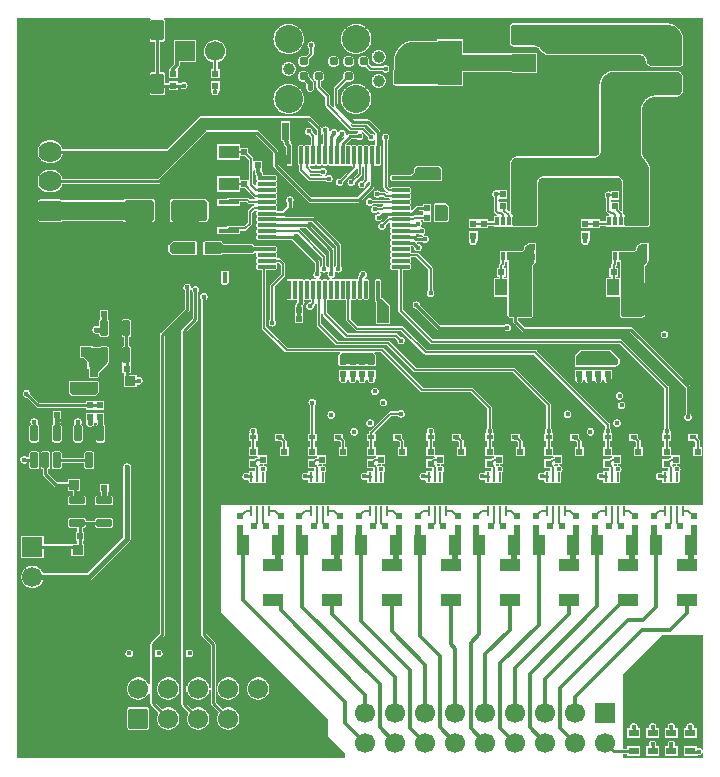
<source format=gtl>
%FSLAX23Y23*%
%MOIN*%
%SFA1B1*%

%IPPOS*%
%AMD15*
4,1,8,0.029000,0.005900,-0.029000,0.005900,-0.030500,0.004400,-0.030500,-0.004400,-0.029000,-0.005900,0.029000,-0.005900,0.030500,-0.004400,0.030500,0.004400,0.029000,0.005900,0.0*
1,1,0.002960,0.029000,0.004400*
1,1,0.002960,-0.029000,0.004400*
1,1,0.002960,-0.029000,-0.004400*
1,1,0.002960,0.029000,-0.004400*
%
%AMD16*
4,1,8,0.004400,0.030500,-0.004400,0.030500,-0.005900,0.029000,-0.005900,-0.029000,-0.004400,-0.030500,0.004400,-0.030500,0.005900,-0.029000,0.005900,0.029000,0.004400,0.030500,0.0*
1,1,0.002960,0.004400,0.029000*
1,1,0.002960,-0.004400,0.029000*
1,1,0.002960,-0.004400,-0.029000*
1,1,0.002960,0.004400,-0.029000*
%
%AMD21*
4,1,8,0.011800,-0.023100,0.011800,0.023100,0.008900,0.026100,-0.008900,0.026100,-0.011800,0.023100,-0.011800,-0.023100,-0.008900,-0.026100,0.008900,-0.026100,0.011800,-0.023100,0.0*
1,1,0.005900,0.008900,-0.023100*
1,1,0.005900,0.008900,0.023100*
1,1,0.005900,-0.008900,0.023100*
1,1,0.005900,-0.008900,-0.023100*
%
%AMD27*
4,1,8,-0.004900,0.015500,-0.004900,-0.015500,-0.003700,-0.016700,0.003700,-0.016700,0.004900,-0.015500,0.004900,0.015500,0.003700,0.016700,-0.003700,0.016700,-0.004900,0.015500,0.0*
1,1,0.002460,-0.003700,0.015500*
1,1,0.002460,-0.003700,-0.015500*
1,1,0.002460,0.003700,-0.015500*
1,1,0.002460,0.003700,0.015500*
%
%AMD30*
4,1,8,-0.021700,0.031200,-0.021700,-0.031200,-0.018400,-0.034400,0.018400,-0.034400,0.021700,-0.031200,0.021700,0.031200,0.018400,0.034400,-0.018400,0.034400,-0.021700,0.031200,0.0*
1,1,0.006500,-0.018400,0.031200*
1,1,0.006500,-0.018400,-0.031200*
1,1,0.006500,0.018400,-0.031200*
1,1,0.006500,0.018400,0.031200*
%
%AMD34*
4,1,8,-0.044300,-0.035400,0.044300,-0.035400,0.049200,-0.030500,0.049200,0.030500,0.044300,0.035400,-0.044300,0.035400,-0.049200,0.030500,-0.049200,-0.030500,-0.044300,-0.035400,0.0*
1,1,0.009920,-0.044300,-0.030500*
1,1,0.009920,0.044300,-0.030500*
1,1,0.009920,0.044300,0.030500*
1,1,0.009920,-0.044300,0.030500*
%
%AMD36*
4,1,8,0.023100,0.011800,-0.023100,0.011800,-0.026100,0.008900,-0.026100,-0.008900,-0.023100,-0.011800,0.023100,-0.011800,0.026100,-0.008900,0.026100,0.008900,0.023100,0.011800,0.0*
1,1,0.005900,0.023100,0.008900*
1,1,0.005900,-0.023100,0.008900*
1,1,0.005900,-0.023100,-0.008900*
1,1,0.005900,0.023100,-0.008900*
%
%AMD96*
4,1,8,0.038400,0.000000,0.038400,0.000000,0.004900,0.033500,-0.004900,0.033500,-0.038400,0.000000,-0.038400,0.000000,-0.004900,-0.033500,0.004900,-0.033500,0.038400,0.000000,0.0*
1,1,0.066940,0.004900,0.000000*
1,1,0.066940,0.004900,0.000000*
1,1,0.066940,-0.004900,0.000000*
1,1,0.066940,-0.004900,0.000000*
%
%AMD97*
4,1,8,0.038400,-0.028400,0.038400,0.028400,0.033400,0.033500,-0.033400,0.033500,-0.038400,0.028400,-0.038400,-0.028400,-0.033400,-0.033500,0.033400,-0.033500,0.038400,-0.028400,0.0*
1,1,0.010040,0.033400,-0.028400*
1,1,0.010040,0.033400,0.028400*
1,1,0.010040,-0.033400,0.028400*
1,1,0.010040,-0.033400,-0.028400*
%
%AMD99*
4,1,8,-0.033500,0.028400,-0.033500,-0.028400,-0.028400,-0.033500,0.028400,-0.033500,0.033500,-0.028400,0.033500,0.028400,0.028400,0.033500,-0.028400,0.033500,-0.033500,0.028400,0.0*
1,1,0.010040,-0.028400,0.028400*
1,1,0.010040,-0.028400,-0.028400*
1,1,0.010040,0.028400,-0.028400*
1,1,0.010040,0.028400,0.028400*
%
%AMD102*
4,1,8,0.000000,0.033500,0.000000,0.033500,-0.033500,0.000000,-0.033500,0.000000,0.000000,-0.033500,0.000000,-0.033500,0.033500,0.000000,0.033500,0.000000,0.000000,0.033500,0.0*
1,1,0.066940,0.000000,0.000000*
1,1,0.066940,0.000000,0.000000*
1,1,0.066940,0.000000,0.000000*
1,1,0.066940,0.000000,0.000000*
%
%AMD105*
4,1,8,-0.033500,0.000000,-0.033500,0.000000,0.000000,-0.033500,0.000000,-0.033500,0.033500,0.000000,0.033500,0.000000,0.000000,0.033500,0.000000,0.033500,-0.033500,0.000000,0.0*
1,1,0.066940,0.000000,0.000000*
1,1,0.066940,0.000000,0.000000*
1,1,0.066940,0.000000,0.000000*
1,1,0.066940,0.000000,0.000000*
%
G04~CAMADD=15~8~0.0~0.0~610.2~118.1~14.8~0.0~15~0.0~0.0~0.0~0.0~0~0.0~0.0~0.0~0.0~0~0.0~0.0~0.0~0.0~610.2~118.1*
%ADD15D15*%
G04~CAMADD=16~8~0.0~0.0~118.1~610.2~14.8~0.0~15~0.0~0.0~0.0~0.0~0~0.0~0.0~0.0~0.0~0~0.0~0.0~0.0~0.0~118.1~610.2*
%ADD16D16*%
%ADD17R,0.035430X0.023620*%
%ADD18R,0.019680X0.020470*%
%ADD19R,0.040000X0.056000*%
%ADD20R,0.022000X0.020000*%
G04~CAMADD=21~8~0.0~0.0~521.7~236.2~29.5~0.0~15~0.0~0.0~0.0~0.0~0~0.0~0.0~0.0~0.0~0~0.0~0.0~0.0~270.0~236.0~522.0*
%ADD21D21*%
%ADD22R,0.035000X0.032280*%
%ADD23R,0.020470X0.019680*%
%ADD24R,0.020000X0.022000*%
%ADD25R,0.031500X0.037400*%
%ADD26R,0.078740X0.047240*%
G04~CAMADD=27~8~0.0~0.0~334.7~98.4~12.3~0.0~15~0.0~0.0~0.0~0.0~0~0.0~0.0~0.0~0.0~0~0.0~0.0~0.0~90.0~98.0~334.0*
%ADD27D27*%
%ADD28R,0.045000X0.105000*%
%ADD29C,0.031000*%
G04~CAMADD=30~8~0.0~0.0~689.0~433.1~32.5~0.0~15~0.0~0.0~0.0~0.0~0~0.0~0.0~0.0~0.0~0~0.0~0.0~0.0~90.0~434.0~689.0*
%ADD30D30*%
%ADD31R,0.068900X0.015750*%
%ADD32R,0.066930X0.043310*%
%ADD33R,0.017720X0.023620*%
G04~CAMADD=34~8~0.0~0.0~984.3~708.7~49.6~0.0~15~0.0~0.0~0.0~0.0~0~0.0~0.0~0.0~0.0~0~0.0~0.0~0.0~180.0~984.0~708.0*
%ADD34D34*%
%ADD35R,0.056000X0.040000*%
G04~CAMADD=36~8~0.0~0.0~521.7~236.2~29.5~0.0~15~0.0~0.0~0.0~0.0~0~0.0~0.0~0.0~0.0~0~0.0~0.0~0.0~0.0~521.7~236.2*
%ADD36D36*%
%ADD37R,0.044000X0.070000*%
%ADD38R,0.070000X0.044000*%
%ADD39R,0.023620X0.017720*%
%ADD40R,0.094490X0.064960*%
%ADD41R,0.011810X0.029530*%
%ADD42R,0.105000X0.045000*%
%ADD43R,0.078740X0.059060*%
%ADD44R,0.078740X0.149610*%
%ADD87C,0.008660*%
%ADD88C,0.011810*%
%ADD89C,0.007870*%
%ADD90C,0.009840*%
%ADD91C,0.017720*%
%ADD92C,0.019680*%
%ADD93C,0.015750*%
%ADD94C,0.013780*%
%ADD95C,0.059060*%
G04~CAMADD=96~8~0.0~0.0~669.3~767.7~334.7~0.0~15~0.0~0.0~0.0~0.0~0~0.0~0.0~0.0~0.0~0~0.0~0.0~0.0~270.0~768.0~670.0*
%ADD96D96*%
G04~CAMADD=97~8~0.0~0.0~669.3~767.7~50.2~0.0~15~0.0~0.0~0.0~0.0~0~0.0~0.0~0.0~0.0~0~0.0~0.0~0.0~270.0~768.0~670.0*
%ADD97D97*%
%ADD98C,0.177170*%
G04~CAMADD=99~8~0.0~0.0~669.3~669.3~50.2~0.0~15~0.0~0.0~0.0~0.0~0~0.0~0.0~0.0~0.0~0~0.0~0.0~0.0~90.0~670.0~670.0*
%ADD99D99*%
%ADD100C,0.066930*%
%ADD101R,0.066930X0.066930*%
G04~CAMADD=102~8~0.0~0.0~669.3~669.3~334.7~0.0~15~0.0~0.0~0.0~0.0~0~0.0~0.0~0.0~0.0~0~0.0~0.0~0.0~0.0~669.3~669.3*
%ADD102D102*%
%ADD103C,0.039000*%
%ADD104C,0.093500*%
G04~CAMADD=105~8~0.0~0.0~669.3~669.3~334.7~0.0~15~0.0~0.0~0.0~0.0~0~0.0~0.0~0.0~0.0~0~0.0~0.0~0.0~90.0~670.0~669.0*
%ADD105D105*%
%ADD106R,0.066930X0.066930*%
%ADD107C,0.021650*%
%ADD108C,0.017720*%
%LNbenchy-voltmeter-pcb-1*%
%LPD*%
G36*
X3200Y1854D02*
X1594D01*
Y1496*
X1948Y1141*
Y1082*
X2007Y1023*
Y1008*
X913*
Y3476*
X1357*
X1358Y3472*
X1358Y3472*
X1357Y3471*
X1356Y3470*
X1355Y3469*
X1355Y3467*
X1355Y3466*
Y3403*
X1355Y3402*
X1355Y3401*
X1356Y3399*
X1357Y3398*
X1358Y3397*
X1359Y3397*
X1361Y3396*
X1362Y3396*
X1372*
Y3296*
X1362*
X1361Y3296*
X1359Y3295*
X1358Y3295*
X1357Y3294*
X1356Y3293*
X1355Y3291*
X1355Y3290*
X1355Y3289*
Y3226*
X1355Y3225*
X1355Y3223*
X1356Y3222*
X1357Y3221*
X1358Y3220*
X1359Y3220*
X1361Y3219*
X1362Y3219*
X1399*
X1400Y3219*
X1402Y3220*
X1403Y3220*
X1404Y3221*
X1405Y3222*
X1405Y3223*
X1406Y3225*
X1406Y3226*
Y3242*
X1418*
Y3237*
X1448*
Y3242*
X1459*
X1459Y3242*
X1461Y3240*
X1462Y3240*
X1464Y3239*
X1465Y3239*
X1467Y3238*
X1469*
X1470Y3239*
X1472Y3239*
X1473Y3240*
X1475Y3240*
X1476Y3242*
X1477Y3243*
X1478Y3244*
X1479Y3245*
X1480Y3247*
X1480Y3249*
X1481Y3250*
Y3252*
X1480Y3254*
X1480Y3255*
X1479Y3257*
X1478Y3258*
X1477Y3260*
X1476Y3261*
X1475Y3262*
X1473Y3263*
X1472Y3263*
X1470Y3264*
X1469Y3264*
X1467*
X1465Y3264*
X1464Y3263*
X1462Y3263*
X1461Y3262*
X1459Y3261*
X1459Y3260*
X1448*
Y3265*
X1418*
Y3260*
X1406*
Y3289*
X1406Y3290*
X1405Y3291*
X1405Y3293*
X1404Y3294*
X1403Y3295*
X1402Y3295*
X1400Y3296*
X1399Y3296*
X1389*
Y3396*
X1399*
X1400Y3396*
X1402Y3397*
X1403Y3397*
X1404Y3398*
X1405Y3399*
X1405Y3401*
X1406Y3402*
X1406Y3403*
Y3466*
X1406Y3467*
X1405Y3469*
X1405Y3470*
X1404Y3471*
X1403Y3472*
X1403Y3472*
X1404Y3476*
X3200*
Y1854*
G37*
G36*
Y1037D02*
X3196Y1036D01*
X3196Y1037*
X3195Y1038*
X3194Y1039*
X3193Y1041*
X3192Y1042*
X3190Y1043*
X3189Y1043*
X3187Y1044*
X3185Y1044*
X3184*
X3183Y1044*
X3182Y1044*
X3179Y1046*
X3179Y1047*
Y1048*
X3135*
Y1016*
X3179*
X3181Y1018*
X3183Y1018*
X3184Y1018*
X3185*
X3187Y1018*
X3189Y1019*
X3190Y1020*
X3192Y1020*
X3193Y1021*
X3194Y1023*
X3195Y1024*
X3196Y1025*
X3196Y1026*
X3200Y1025*
Y1008*
X2933*
Y1024*
X2946*
Y1016*
X2990*
Y1048*
X2946*
Y1040*
X2933*
Y1291*
X3062Y1421*
X3200*
Y1037*
G37*
%LNbenchy-voltmeter-pcb-2*%
%LPC*%
G36*
X2399Y3405D02*
X2312D01*
Y3401*
X2234*
X2234Y3401*
X2233Y3401*
X2229Y3401*
X2229Y3401*
X2229*
X2225Y3400*
X2225Y3400*
X2225Y3400*
X2221Y3399*
X2221Y3399*
X2220Y3399*
X2216Y3398*
X2216Y3398*
X2216Y3398*
X2212Y3397*
X2212Y3397*
X2212Y3397*
X2208Y3395*
X2208Y3395*
X2208Y3395*
X2204Y3393*
X2204Y3393*
X2204Y3393*
X2200Y3391*
X2200Y3391*
X2200Y3391*
X2197Y3389*
X2197Y3389*
X2197Y3389*
X2193Y3386*
X2193Y3386*
X2193Y3386*
X2190Y3383*
X2190Y3383*
X2190Y3383*
X2187Y3380*
X2187Y3380*
X2187Y3380*
X2184Y3377*
X2184Y3377*
X2184Y3377*
X2181Y3373*
X2181Y3373*
X2181Y3373*
X2179Y3370*
X2179Y3370*
X2179Y3369*
X2177Y3366*
X2177Y3366*
X2177Y3366*
X2175Y3362*
X2175Y3362*
X2175Y3362*
X2173Y3358*
X2173Y3358*
X2173Y3358*
X2172Y3354*
X2172Y3354*
X2172Y3353*
X2171Y3349*
X2170Y3349*
X2170Y3349*
X2170Y3345*
X2170Y3345*
X2170Y3345*
X2169Y3341*
Y3341*
X2169Y3341*
X2169Y3336*
Y3336*
X2169Y3336*
Y3304*
X2167*
Y3252*
X2172*
X2172Y3252*
X2173Y3251*
X2312*
Y3248*
X2399*
Y3295*
X2561*
Y3293*
X2647*
Y3360*
X2561*
Y3358*
X2399*
Y3405*
G37*
G36*
X2045Y3457D02*
X2041D01*
X2037Y3457*
X2033Y3456*
X2029Y3455*
X2025Y3454*
X2022Y3453*
X2018Y3451*
X2015Y3449*
X2012Y3446*
X2009Y3444*
X2006Y3441*
X2003Y3438*
X2001Y3435*
X1999Y3431*
X1997Y3428*
X1995Y3424*
X1994Y3420*
X1993Y3416*
X1993Y3413*
X1992Y3409*
Y3405*
X1993Y3401*
X1993Y3397*
X1994Y3393*
X1995Y3389*
X1997Y3385*
X1999Y3382*
X2001Y3378*
X2003Y3375*
X2006Y3372*
X2009Y3369*
X2012Y3367*
X2015Y3364*
X2018Y3362*
X2022Y3361*
X2025Y3359*
X2029Y3358*
X2033Y3357*
X2037Y3356*
X2041Y3356*
X2045*
X2049Y3356*
X2053Y3357*
X2057Y3358*
X2061Y3359*
X2064Y3361*
X2068Y3362*
X2071Y3364*
X2074Y3367*
X2077Y3369*
X2080Y3372*
X2083Y3375*
X2085Y3378*
X2087Y3382*
X2089Y3385*
X2091Y3389*
X2092Y3393*
X2093Y3397*
X2093Y3401*
X2094Y3405*
Y3409*
X2093Y3413*
X2093Y3416*
X2092Y3420*
X2091Y3424*
X2089Y3428*
X2087Y3431*
X2085Y3435*
X2083Y3438*
X2080Y3441*
X2077Y3444*
X2074Y3446*
X2071Y3449*
X2068Y3451*
X2064Y3453*
X2061Y3454*
X2057Y3455*
X2053Y3456*
X2049Y3457*
X2045Y3457*
G37*
G36*
X1820D02*
X1816D01*
X1812Y3457*
X1808Y3456*
X1804Y3455*
X1800Y3454*
X1797Y3453*
X1793Y3451*
X1790Y3449*
X1787Y3446*
X1784Y3444*
X1781Y3441*
X1778Y3438*
X1776Y3435*
X1774Y3431*
X1772Y3428*
X1770Y3424*
X1769Y3420*
X1768Y3416*
X1768Y3413*
X1767Y3409*
Y3405*
X1768Y3401*
X1768Y3397*
X1769Y3393*
X1770Y3389*
X1772Y3385*
X1774Y3382*
X1776Y3378*
X1778Y3375*
X1781Y3372*
X1784Y3369*
X1787Y3367*
X1790Y3364*
X1793Y3362*
X1797Y3361*
X1800Y3359*
X1804Y3358*
X1808Y3357*
X1812Y3356*
X1816Y3356*
X1820*
X1824Y3356*
X1828Y3357*
X1832Y3358*
X1836Y3359*
X1839Y3361*
X1843Y3362*
X1846Y3364*
X1849Y3367*
X1852Y3369*
X1855Y3372*
X1858Y3375*
X1860Y3378*
X1862Y3382*
X1864Y3385*
X1866Y3389*
X1867Y3393*
X1868Y3397*
X1868Y3401*
X1869Y3405*
Y3409*
X1868Y3413*
X1868Y3416*
X1867Y3420*
X1866Y3424*
X1864Y3428*
X1862Y3431*
X1860Y3435*
X1858Y3438*
X1855Y3441*
X1852Y3444*
X1849Y3446*
X1846Y3449*
X1843Y3451*
X1839Y3453*
X1836Y3454*
X1832Y3455*
X1828Y3456*
X1824Y3457*
X1820Y3457*
G37*
G36*
X1894Y3398D02*
X1892D01*
X1891Y3398*
X1889Y3397*
X1888Y3397*
X1886Y3396*
X1885Y3395*
X1884Y3394*
X1883Y3392*
X1882Y3391*
X1881Y3389*
X1881Y3388*
X1880Y3386*
Y3384*
X1881Y3383*
X1881Y3381*
X1882Y3380*
X1883Y3378*
X1884Y3377*
X1885Y3376*
X1885Y3375*
Y3360*
X1875Y3350*
X1873Y3350*
X1871Y3351*
X1869Y3351*
X1867*
X1865Y3351*
X1863Y3350*
X1861Y3350*
X1859Y3349*
X1857Y3347*
X1855Y3346*
X1853Y3345*
X1852Y3343*
X1851Y3341*
X1850Y3339*
X1849Y3337*
X1849Y3335*
X1849Y3333*
Y3331*
X1849Y3328*
X1849Y3326*
X1850Y3324*
X1851Y3322*
X1852Y3320*
X1853Y3319*
X1855Y3317*
X1857Y3316*
X1859Y3315*
X1861Y3314*
X1863Y3313*
X1865Y3312*
X1867Y3312*
X1869*
X1871Y3312*
X1873Y3313*
X1875Y3314*
X1877Y3315*
X1879Y3316*
X1881Y3317*
X1883Y3319*
X1884Y3320*
X1885Y3322*
X1886Y3324*
X1887Y3326*
X1887Y3328*
X1887Y3331*
Y3333*
X1887Y3335*
X1887Y3337*
X1886Y3339*
X1899Y3351*
X1900Y3352*
X1901Y3354*
X1901Y3355*
X1901Y3357*
Y3375*
X1902Y3376*
X1903Y3377*
X1904Y3378*
X1905Y3380*
X1905Y3381*
X1906Y3383*
X1906Y3384*
Y3386*
X1906Y3388*
X1905Y3389*
X1905Y3391*
X1904Y3392*
X1903Y3394*
X1902Y3395*
X1900Y3396*
X1899Y3397*
X1897Y3397*
X1896Y3398*
X1894Y3398*
G37*
G36*
X2119Y3370D02*
X2117D01*
X2114Y3370*
X2112Y3369*
X2109Y3368*
X2107Y3367*
X2104Y3366*
X2102Y3364*
X2101Y3362*
X2099Y3360*
X2097Y3358*
X2096Y3356*
X2095Y3353*
X2095Y3351*
X2095Y3348*
Y3345*
X2095Y3343*
X2095Y3340*
X2096Y3338*
X2097Y3335*
X2099Y3333*
X2101Y3331*
X2102Y3329*
X2104Y3327*
X2107Y3326*
X2109Y3325*
X2112Y3324*
X2114Y3323*
X2117Y3323*
X2119*
X2122Y3323*
X2125Y3324*
X2127Y3325*
X2129Y3326*
X2132Y3327*
X2134Y3329*
X2136Y3331*
X2137Y3333*
X2139Y3335*
X2140Y3338*
X2141Y3340*
X2141Y3343*
X2141Y3345*
Y3348*
X2141Y3351*
X2141Y3353*
X2140Y3356*
X2139Y3358*
X2137Y3360*
X2136Y3362*
X2134Y3364*
X2132Y3366*
X2129Y3367*
X2127Y3368*
X2125Y3369*
X2122Y3370*
X2119Y3370*
G37*
G36*
X3082Y3458D02*
X2568D01*
X2567Y3458*
X2567*
X2566Y3458*
X2566Y3458*
X2565Y3458*
X2564Y3458*
X2564Y3457*
X2564Y3457*
X2563Y3457*
X2562Y3457*
X2562Y3457*
X2561Y3456*
X2561Y3456*
X2561Y3456*
X2559Y3455*
X2559Y3455*
X2559Y3455*
X2558Y3454*
X2558Y3453*
X2558Y3453*
X2557Y3452*
X2557Y3452*
X2557Y3452*
X2556Y3451*
X2556Y3450*
X2556Y3450*
X2555Y3449*
X2555Y3449*
X2555Y3449*
X2555Y3447*
X2555Y3447*
X2555Y3447*
X2555Y3446*
Y3445*
X2555Y3445*
Y3395*
X2555Y3394*
Y3394*
X2555Y3393*
X2555Y3392*
X2555Y3392*
X2555Y3391*
X2555Y3391*
X2555Y3390*
X2556Y3389*
X2556Y3389*
X2556Y3389*
X2557Y3388*
X2557Y3388*
X2557Y3387*
X2558Y3386*
X2558Y3386*
X2558Y3386*
X2559Y3385*
X2559Y3385*
X2559Y3385*
X2561Y3384*
X2561Y3384*
Y3383*
X2561*
X2562Y3383*
X2562Y3383*
X2563Y3383*
X2564Y3382*
X2564Y3382*
X2564Y3382*
X2565Y3382*
X2566Y3382*
X2566Y3382*
X2567Y3381*
X2567*
X2568Y3381*
X2633*
X2634Y3381*
X2636Y3381*
X2638Y3381*
X2640Y3381*
X2642Y3380*
X2644Y3379*
X2645Y3379*
X2647Y3378*
X2649Y3377*
X2650Y3376*
X2652Y3375*
X2654Y3373*
X2654Y3373*
X2667Y3360*
X2668Y3359*
X2668Y3359*
X2668Y3359*
X2670Y3357*
X2670Y3357*
X2670Y3357*
X2672Y3356*
X2672Y3356*
X2672Y3356*
X2674Y3355*
X2675Y3354*
X2675Y3354*
X2677Y3353*
X2677Y3353*
X2677Y3353*
X2680Y3353*
X2680Y3353*
X2680Y3353*
X2682Y3352*
X2682Y3352*
X2683Y3352*
X2685Y3352*
X2685*
X2685Y3352*
X2992*
X2992Y3352*
X2994Y3352*
X2995Y3351*
X2997Y3351*
X2998Y3350*
X3000Y3350*
X3001Y3349*
X3002Y3348*
X3003Y3347*
X3004Y3345*
X3005Y3344*
X3006Y3343*
X3006Y3341*
X3007Y3340*
X3007Y3338*
X3007Y3337*
X3007Y3336*
Y3335*
X3007Y3335*
Y3335*
X3008Y3333*
X3008Y3333*
X3008Y3332*
X3008Y3331*
X3008Y3330*
X3008Y3330*
X3009Y3328*
X3009Y3328*
X3009Y3328*
X3010Y3326*
X3010Y3326*
X3010Y3326*
X3011Y3324*
X3011Y3324*
X3011Y3324*
X3012Y3322*
X3012Y3322*
X3012Y3322*
X3013Y3320*
X3013Y3320*
X3014Y3320*
X3015Y3319*
X3015Y3319*
X3015Y3318*
X3017Y3317*
X3017Y3317*
X3017Y3317*
X3019Y3316*
X3019Y3316*
X3019Y3316*
X3021Y3315*
X3021Y3315*
X3021Y3315*
X3023Y3314*
X3023Y3314*
X3023Y3314*
X3025Y3313*
X3025Y3313*
X3025Y3313*
X3027Y3313*
X3028Y3313*
X3028Y3313*
X3030Y3312*
X3030*
X3030Y3312*
X3120*
X3120Y3312*
X3121*
X3122Y3313*
X3122Y3313*
X3123Y3313*
X3124Y3313*
X3124Y3313*
X3124Y3313*
X3125Y3314*
X3126Y3314*
X3126Y3314*
X3127Y3315*
X3127Y3315*
X3127Y3315*
X3129Y3316*
X3129Y3316*
X3129Y3316*
X3130Y3317*
X3130Y3317*
X3130Y3317*
X3131Y3318*
X3131Y3319*
X3131Y3319*
X3132Y3320*
X3132Y3320*
X3132Y3320*
X3133Y3322*
X3133Y3322*
X3133Y3322*
X3133Y3323*
X3133Y3324*
X3133Y3324*
X3133Y3325*
Y3325*
X3133Y3326*
Y3407*
X3133Y3407*
X3133Y3407*
X3133Y3411*
X3133Y3411*
Y3411*
X3132Y3415*
X3132Y3415*
X3132Y3416*
X3131Y3419*
X3131Y3419*
X3131Y3420*
X3130Y3423*
X3130Y3423*
X3130Y3424*
X3129Y3427*
X3129Y3427*
X3128Y3427*
X3127Y3431*
X3127Y3431*
X3127Y3431*
X3125Y3434*
X3124Y3435*
X3124Y3435*
X3122Y3438*
X3122Y3438*
X3122Y3438*
X3119Y3441*
X3119Y3441*
X3119Y3441*
X3116Y3444*
X3116Y3444*
X3116Y3444*
X3113Y3447*
X3113Y3447*
X3113Y3447*
X3110Y3449*
X3110Y3449*
X3110Y3449*
X3106Y3451*
X3106Y3451*
X3106Y3452*
X3103Y3453*
X3102Y3453*
X3102Y3453*
X3099Y3455*
X3099Y3455*
X3098Y3455*
X3095Y3456*
X3095Y3456*
X3095Y3456*
X3091Y3457*
X3091Y3457*
X3090Y3457*
X3087Y3458*
X3086Y3458*
X3086Y3458*
X3082Y3458*
X3082Y3458*
X3082Y3458*
G37*
G36*
X1969Y3351D02*
X1967D01*
X1965Y3351*
X1963Y3350*
X1961Y3350*
X1959Y3349*
X1957Y3347*
X1955Y3346*
X1953Y3345*
X1952Y3343*
X1951Y3341*
X1950Y3339*
X1949Y3337*
X1949Y3335*
X1949Y3333*
Y3331*
X1949Y3328*
X1949Y3326*
X1950Y3324*
X1951Y3322*
X1952Y3320*
X1953Y3319*
X1955Y3317*
X1957Y3316*
X1959Y3315*
X1961Y3314*
X1963Y3313*
X1965Y3312*
X1967Y3312*
X1969*
X1971Y3312*
X1973Y3313*
X1975Y3314*
X1977Y3315*
X1979Y3316*
X1981Y3317*
X1983Y3319*
X1984Y3320*
X1985Y3322*
X1986Y3324*
X1987Y3326*
X1987Y3328*
X1987Y3331*
Y3333*
X1987Y3335*
X1987Y3337*
X1986Y3339*
X1985Y3341*
X1984Y3343*
X1983Y3345*
X1981Y3346*
X1979Y3347*
X1977Y3349*
X1975Y3350*
X1973Y3350*
X1971Y3351*
X1969Y3351*
G37*
G36*
X2019D02*
X2017D01*
X2015Y3351*
X2013Y3350*
X2011Y3350*
X2009Y3349*
X2007Y3347*
X2005Y3346*
X2003Y3345*
X2002Y3343*
X2001Y3341*
X2000Y3339*
X1999Y3337*
X1999Y3335*
X1999Y3333*
Y3331*
X1999Y3328*
X1999Y3326*
X2000Y3324*
X2001Y3322*
X2002Y3320*
X2003Y3319*
X2005Y3317*
X2007Y3316*
X2009Y3315*
X2011Y3314*
X2013Y3313*
X2015Y3312*
X2017Y3312*
X2019*
X2021Y3312*
X2023Y3313*
X2025Y3314*
X2027Y3315*
X2029Y3316*
X2031Y3317*
X2033Y3319*
X2034Y3320*
X2035Y3322*
X2036Y3324*
X2037Y3326*
X2037Y3328*
X2037Y3331*
Y3333*
X2037Y3335*
X2037Y3337*
X2036Y3339*
X2035Y3341*
X2034Y3343*
X2033Y3345*
X2031Y3346*
X2029Y3347*
X2027Y3349*
X2025Y3350*
X2023Y3350*
X2021Y3351*
X2019Y3351*
G37*
G36*
X1510Y3403D02*
X1435D01*
Y3338*
X1435Y3338*
Y3323*
X1426Y3314*
X1425Y3312*
X1424Y3311*
X1423Y3310*
X1423Y3308*
X1423Y3307*
Y3305*
X1418*
Y3277*
X1448*
Y3305*
X1449Y3309*
X1452Y3312*
X1453Y3313*
X1454Y3315*
X1455Y3316*
X1455Y3318*
X1455Y3319*
Y3328*
X1510*
Y3403*
G37*
G36*
X2903Y3301D02*
D01*
X2901*
X2901Y3301*
X2901Y3301*
X2897Y3300*
X2897Y3300*
X2897*
X2894Y3300*
X2893Y3300*
X2893Y3300*
X2890Y3299*
X2890Y3299*
X2890Y3299*
X2886Y3298*
X2886Y3298*
X2886Y3298*
X2883Y3296*
X2882Y3296*
X2882Y3296*
X2879Y3295*
X2879Y3294*
X2879Y3294*
X2876Y3293*
X2876Y3292*
X2876Y3292*
X2873Y3290*
X2873Y3290*
X2872Y3290*
X2870Y3288*
X2870Y3288*
X2869Y3288*
X2867Y3285*
X2867Y3285*
X2867Y3285*
X2864Y3282*
X2864Y3282*
X2864Y3282*
X2862Y3279*
X2862Y3279*
X2862Y3279*
X2860Y3276*
X2860Y3276*
X2860Y3275*
X2858Y3272*
X2858Y3272*
X2858Y3272*
X2857Y3269*
X2857Y3269*
X2857Y3268*
X2856Y3265*
X2856Y3265*
X2856Y3265*
X2855Y3261*
X2855Y3261*
X2855Y3261*
X2854Y3257*
Y3257*
X2854Y3257*
X2854Y3254*
X2854Y3253*
X2854Y3253*
Y3031*
X2854Y3030*
X2854Y3029*
X2853Y3027*
X2853Y3026*
X2852Y3024*
X2852Y3023*
X2851Y3022*
X2850Y3020*
X2849Y3019*
X2847Y3018*
X2846Y3018*
X2845Y3017*
X2843Y3016*
X2842Y3016*
X2840Y3015*
X2839Y3015*
X2838Y3015*
X2582*
X2581*
X2581Y3015*
X2581*
X2578Y3015*
X2578Y3015*
X2578Y3015*
X2576Y3015*
X2575Y3014*
X2575Y3014*
X2573Y3014*
X2573Y3014*
X2573Y3014*
X2571Y3013*
X2570Y3013*
X2570Y3013*
X2568Y3011*
X2568Y3011*
X2568Y3011*
X2566Y3010*
X2566Y3010*
X2566Y3010*
X2564Y3008*
X2564Y3008*
X2563Y3008*
X2562Y3006*
X2562Y3006*
X2562Y3006*
X2560Y3004*
X2560Y3004*
X2560Y3004*
X2559Y3002*
X2559Y3002*
X2558Y3002*
X2557Y3000*
X2557Y2999*
X2557Y2999*
X2556Y2997*
X2556Y2997*
X2556Y2997*
X2555Y2995*
X2555Y2994*
X2555Y2994*
X2555Y2992*
X2555Y2992*
X2555Y2992*
X2555Y2989*
X2555Y2989*
X2555Y2989*
Y2988*
Y2833*
X2551Y2832*
X2546Y2837*
Y2864*
X2518*
X2517Y2868*
Y2871*
X2518Y2874*
X2546*
Y2904*
X2518*
Y2904*
X2517Y2903*
X2514Y2901*
X2513Y2901*
X2512Y2902*
X2510Y2902*
X2509*
X2507Y2902*
X2505Y2901*
X2504Y2901*
X2502Y2900*
X2501Y2899*
X2500Y2898*
X2499Y2896*
X2498Y2895*
X2497Y2893*
X2497Y2892*
X2497Y2890*
Y2888*
X2497Y2887*
X2497Y2885*
X2498Y2884*
X2499Y2882*
X2500Y2881*
X2501Y2880*
X2501Y2879*
Y2834*
X2502Y2832*
X2502Y2831*
X2503Y2829*
X2504Y2828*
X2511Y2821*
X2511Y2820*
X2510Y2816*
X2501*
Y2799*
X2483*
Y2805*
X2453*
Y2799*
X2448*
Y2805*
X2418*
Y2777*
X2448*
Y2783*
X2453*
Y2777*
X2483*
Y2783*
X2501*
Y2779*
X2521*
X2525*
X2566*
X2566Y2779*
X2637*
X2638*
X2638Y2779*
X2639Y2779*
X2640Y2779*
X2641Y2780*
X2641Y2780*
X2643Y2780*
X2643Y2780*
X2643Y2781*
X2645Y2781*
X2645Y2782*
X2645Y2782*
X2646Y2783*
X2646Y2783*
X2647Y2784*
X2648Y2785*
X2648Y2785*
X2648Y2786*
X2649Y2787*
X2649Y2787*
X2649Y2788*
X2649Y2789*
X2649Y2790*
X2649Y2790*
Y2791*
Y2925*
X2649Y2926*
X2649Y2928*
X2650Y2929*
X2650Y2931*
X2651Y2933*
X2652Y2935*
X2653Y2936*
X2654Y2938*
X2656Y2939*
X2657Y2940*
X2659Y2942*
X2660Y2942*
X2662Y2943*
X2664Y2944*
X2666Y2944*
X2668Y2944*
X2669Y2944*
X2913*
X2914Y2944*
X2915Y2944*
X2917Y2944*
X2918Y2943*
X2920Y2943*
X2921Y2942*
X2922Y2941*
X2923Y2940*
X2925Y2939*
X2926Y2938*
X2926Y2937*
X2927Y2935*
X2928Y2934*
X2928Y2932*
X2928Y2931*
X2929Y2929*
X2929Y2929*
Y2835*
X2925Y2834*
X2920Y2839*
Y2843*
X2920Y2843*
Y2864*
X2893*
X2892Y2867*
X2893Y2870*
X2920*
Y2900*
X2892*
Y2900*
X2891Y2899*
X2888Y2897*
X2887Y2897*
X2886Y2898*
X2884Y2898*
X2883*
X2881Y2898*
X2879Y2897*
X2878Y2897*
X2876Y2896*
X2875Y2895*
X2874Y2894*
X2873Y2892*
X2872Y2891*
X2871Y2889*
X2871Y2888*
X2871Y2886*
Y2884*
X2871Y2883*
X2871Y2881*
X2872Y2880*
X2873Y2878*
X2874Y2877*
X2875Y2876*
X2875Y2875*
Y2834*
X2876Y2832*
X2876Y2831*
X2877Y2829*
X2878Y2828*
X2885Y2820*
X2885Y2818*
X2884Y2816*
X2875*
Y2799*
X2857*
Y2805*
X2827*
Y2799*
X2822*
Y2805*
X2792*
Y2777*
X2822*
Y2783*
X2827*
Y2777*
X2857*
Y2783*
X2875*
Y2779*
X2891*
X2895*
X2899*
X2940*
X2940Y2779*
X3011*
X3012*
X3012Y2779*
X3013Y2779*
X3014Y2779*
X3015Y2780*
X3015Y2780*
X3017Y2780*
X3017Y2780*
X3017Y2781*
X3019Y2781*
X3019Y2782*
X3019Y2782*
X3020Y2783*
X3020Y2783*
X3021Y2784*
X3022Y2785*
X3022Y2785*
X3022Y2786*
X3023Y2787*
X3023Y2787*
X3023Y2788*
X3023Y2789*
X3023Y2790*
X3023Y2790*
Y2791*
Y2965*
X3023Y2965*
Y2966*
X3023Y2969*
X3023Y2969*
Y2969*
X3023Y2971*
X3023Y2971*
Y2971*
X3022Y2975*
X3022Y2975*
X3022Y2975*
X3022Y2978*
X3022Y2979*
X3022Y2979*
X3021Y2982*
X3021Y2982*
X3021Y2982*
X3020Y2986*
X3019Y2986*
X3019Y2986*
X3018Y2989*
X3018Y2989*
X3018Y2989*
X3016Y2993*
X3016Y2993*
X3016Y2993*
X3015Y2996*
X3014Y2996*
X3014Y2996*
X3012Y2999*
X3012Y2999*
X3012Y2999*
X3010Y3002*
X3010Y3002*
X3010Y3002*
X3008Y3005*
X3008Y3005*
X3007Y3005*
X3006Y3006*
X3005Y3007*
X3004Y3009*
X3002Y3011*
X3001Y3013*
X3000Y3015*
X2999Y3017*
X2998Y3019*
X2997Y3021*
X2997Y3024*
X2996Y3026*
X2996Y3028*
X2996Y3031*
X2996Y3032*
Y3169*
X2996Y3171*
X2996Y3174*
X2996Y3178*
X2997Y3181*
X2998Y3184*
X3000Y3188*
X3001Y3191*
X3003Y3194*
X3005Y3197*
X3008Y3200*
X3010Y3202*
X3013Y3204*
X3016Y3206*
X3019Y3208*
X3022Y3210*
X3025Y3211*
X3029Y3212*
X3032Y3213*
X3036Y3214*
X3039Y3214*
X3041Y3214*
X3110*
X3111*
X3111Y3214*
X3111Y3214*
X3113Y3214*
X3113Y3214*
X3113Y3214*
X3115Y3215*
X3115Y3215*
X3116Y3215*
X3118Y3215*
X3118Y3215*
X3118Y3215*
X3120Y3216*
X3120Y3216*
X3120Y3216*
X3122Y3217*
X3122Y3217*
X3122Y3217*
X3124Y3219*
X3124Y3219*
X3124Y3219*
X3125Y3220*
X3126Y3220*
X3126Y3220*
X3127Y3222*
X3127Y3222*
X3127Y3222*
X3129Y3223*
X3129Y3224*
X3129Y3224*
X3130Y3225*
X3130Y3226*
X3130Y3226*
X3131Y3227*
X3131Y3228*
X3131Y3228*
X3132Y3230*
X3132Y3230*
X3132Y3230*
X3133Y3232*
X3133Y3232*
X3133Y3232*
X3133Y3234*
X3133Y3234*
X3133Y3234*
X3133Y3236*
Y3237*
X3133Y3237*
Y3277*
Y3278*
X3133Y3278*
Y3278*
X3133Y3280*
X3133Y3281*
X3133Y3281*
X3133Y3283*
X3133Y3283*
X3133Y3283*
X3132Y3285*
X3132Y3285*
X3132Y3285*
X3131Y3287*
X3131Y3287*
X3131Y3287*
X3130Y3289*
X3130Y3289*
X3130Y3289*
X3129Y3291*
X3129Y3291*
X3129Y3291*
X3127Y3293*
X3127Y3293*
X3127Y3293*
X3126Y3294*
X3126Y3295*
X3125Y3295*
X3124Y3296*
X3124Y3296*
X3124Y3296*
X3122Y3297*
X3122Y3297*
X3122Y3297*
X3120Y3298*
X3120Y3298*
X3120Y3299*
X3118Y3299*
X3118Y3299*
X3118Y3299*
X3116Y3300*
X3115Y3300*
X3115Y3300*
X3113Y3300*
X3113Y3300*
X3113Y3301*
X3111Y3301*
X3111Y3301*
X3111Y3301*
X2903*
G37*
G36*
X2069Y3351D02*
X2067D01*
X2065Y3351*
X2063Y3350*
X2061Y3350*
X2059Y3349*
X2057Y3347*
X2055Y3346*
X2053Y3345*
X2052Y3343*
X2051Y3341*
X2050Y3339*
X2049Y3337*
X2049Y3335*
X2049Y3333*
Y3331*
X2049Y3328*
X2049Y3326*
X2050Y3324*
X2051Y3322*
X2052Y3320*
X2053Y3319*
X2055Y3317*
X2057Y3316*
X2059Y3315*
X2061Y3314*
X2063Y3313*
X2065Y3312*
X2067Y3312*
X2069*
X2071Y3312*
X2073Y3313*
X2075Y3313*
X2087Y3301*
X2089Y3300*
X2090Y3299*
X2091Y3299*
X2093Y3299*
X2131*
X2132Y3298*
X2133Y3297*
X2134Y3296*
X2136Y3295*
X2137Y3294*
X2139Y3294*
X2140Y3294*
X2142*
X2144Y3294*
X2145Y3294*
X2147Y3295*
X2148Y3296*
X2150Y3297*
X2151Y3298*
X2152Y3299*
X2153Y3301*
X2153Y3302*
X2154Y3304*
X2154Y3306*
Y3307*
X2154Y3309*
X2153Y3311*
X2153Y3312*
X2152Y3314*
X2151Y3315*
X2150Y3316*
X2148Y3317*
X2147Y3318*
X2145Y3319*
X2144Y3319*
X2142Y3319*
X2140*
X2139Y3319*
X2137Y3319*
X2136Y3318*
X2134Y3317*
X2133Y3316*
X2132Y3315*
X2131Y3315*
X2096*
X2086Y3325*
X2087Y3326*
X2087Y3328*
X2087Y3331*
Y3333*
X2087Y3335*
X2087Y3337*
X2086Y3339*
X2085Y3341*
X2084Y3343*
X2083Y3345*
X2081Y3346*
X2079Y3347*
X2077Y3349*
X2075Y3350*
X2073Y3350*
X2071Y3351*
X2069Y3351*
G37*
G36*
X1819Y3330D02*
X1817D01*
X1814Y3330*
X1812Y3329*
X1809Y3328*
X1807Y3327*
X1804Y3326*
X1802Y3324*
X1801Y3322*
X1799Y3320*
X1797Y3318*
X1796Y3316*
X1795Y3313*
X1795Y3311*
X1795Y3308*
Y3305*
X1795Y3303*
X1795Y3300*
X1796Y3298*
X1797Y3295*
X1799Y3293*
X1801Y3291*
X1802Y3289*
X1804Y3287*
X1807Y3286*
X1809Y3285*
X1812Y3284*
X1814Y3283*
X1817Y3283*
X1819*
X1822Y3283*
X1825Y3284*
X1827Y3285*
X1829Y3286*
X1832Y3287*
X1834Y3289*
X1836Y3291*
X1837Y3293*
X1839Y3295*
X1840Y3298*
X1841Y3300*
X1841Y3303*
X1841Y3305*
Y3308*
X1841Y3311*
X1841Y3313*
X1840Y3316*
X1839Y3318*
X1837Y3320*
X1836Y3322*
X1834Y3324*
X1832Y3326*
X1829Y3327*
X1827Y3328*
X1825Y3329*
X1822Y3330*
X1819Y3330*
G37*
G36*
X1574Y3403D02*
X1571D01*
X1568Y3403*
X1565Y3402*
X1561Y3401*
X1558Y3400*
X1555Y3399*
X1553Y3397*
X1550Y3395*
X1547Y3393*
X1545Y3391*
X1543Y3388*
X1541Y3386*
X1540Y3383*
X1538Y3380*
X1537Y3377*
X1536Y3374*
X1536Y3371*
X1535Y3367*
Y3364*
X1536Y3361*
X1536Y3358*
X1537Y3354*
X1538Y3351*
X1540Y3348*
X1541Y3346*
X1543Y3343*
X1545Y3340*
X1547Y3338*
X1550Y3336*
X1553Y3334*
X1555Y3332*
X1558Y3331*
X1561Y3330*
X1565Y3329*
X1565Y3329*
Y3305*
X1558*
Y3277*
X1588*
Y3305*
X1581*
Y3329*
X1581Y3329*
X1584Y3330*
X1587Y3331*
X1590Y3332*
X1593Y3334*
X1596Y3336*
X1598Y3338*
X1600Y3340*
X1602Y3343*
X1604Y3346*
X1606Y3348*
X1607Y3351*
X1608Y3354*
X1609Y3358*
X1610Y3361*
X1610Y3364*
Y3367*
X1610Y3371*
X1609Y3374*
X1608Y3377*
X1607Y3380*
X1606Y3383*
X1604Y3386*
X1602Y3388*
X1600Y3391*
X1598Y3393*
X1596Y3395*
X1593Y3397*
X1590Y3399*
X1587Y3400*
X1584Y3401*
X1581Y3402*
X1578Y3403*
X1574Y3403*
G37*
G36*
X2119Y3290D02*
X2117D01*
X2114Y3290*
X2112Y3289*
X2109Y3288*
X2107Y3287*
X2104Y3286*
X2102Y3284*
X2101Y3282*
X2099Y3280*
X2097Y3278*
X2096Y3276*
X2095Y3273*
X2095Y3271*
X2095Y3268*
Y3265*
X2095Y3263*
X2095Y3260*
X2096Y3258*
X2097Y3255*
X2099Y3253*
X2101Y3251*
X2102Y3249*
X2104Y3247*
X2107Y3246*
X2109Y3245*
X2112Y3244*
X2114Y3243*
X2117Y3243*
X2119*
X2122Y3243*
X2125Y3244*
X2127Y3245*
X2129Y3246*
X2132Y3247*
X2134Y3249*
X2136Y3251*
X2137Y3253*
X2139Y3255*
X2140Y3258*
X2141Y3260*
X2141Y3263*
X2141Y3265*
Y3268*
X2141Y3271*
X2141Y3273*
X2140Y3276*
X2139Y3278*
X2137Y3280*
X2136Y3282*
X2134Y3284*
X2132Y3286*
X2129Y3287*
X2127Y3288*
X2125Y3289*
X2122Y3290*
X2119Y3290*
G37*
G36*
X1869Y3301D02*
X1867D01*
X1865Y3301*
X1863Y3300*
X1861Y3300*
X1859Y3299*
X1857Y3297*
X1855Y3296*
X1853Y3295*
X1852Y3293*
X1851Y3291*
X1850Y3289*
X1849Y3287*
X1849Y3285*
X1849Y3283*
Y3280*
X1849Y3278*
X1849Y3276*
X1850Y3274*
X1851Y3272*
X1852Y3270*
X1853Y3269*
X1855Y3267*
X1857Y3266*
X1859Y3265*
X1861Y3264*
X1863Y3263*
X1865Y3262*
X1867Y3262*
X1869*
X1871Y3262*
X1877Y3255*
Y3248*
X1877Y3248*
X1877Y3246*
X1876Y3244*
Y3243*
X1877Y3241*
X1877Y3239*
X1878Y3238*
X1879Y3236*
X1880Y3235*
X1881Y3234*
X1882Y3233*
X1884Y3232*
X1885Y3231*
X1887Y3231*
X1888Y3231*
X1890*
X1892Y3231*
X1893Y3231*
X1895Y3232*
X1896Y3233*
X1898Y3234*
X1899Y3235*
X1900Y3236*
X1901Y3238*
X1901Y3239*
X1902Y3241*
X1902Y3243*
Y3244*
X1902Y3246*
X1901Y3248*
X1901Y3248*
Y3260*
X1901Y3262*
X1901Y3264*
X1900Y3266*
X1899Y3267*
X1898Y3269*
X1887Y3279*
X1887Y3280*
Y3283*
X1887Y3285*
X1887Y3287*
X1886Y3289*
X1885Y3291*
X1884Y3293*
X1883Y3295*
X1881Y3296*
X1879Y3297*
X1877Y3299*
X1875Y3300*
X1873Y3300*
X1871Y3301*
X1869Y3301*
G37*
G36*
X1588Y3265D02*
X1558D01*
Y3237*
X1560Y3233*
X1560Y3232*
Y3230*
X1560Y3228*
X1561Y3227*
X1561Y3225*
X1562Y3224*
X1563Y3222*
X1564Y3221*
X1566Y3220*
X1567Y3219*
X1569Y3219*
X1570Y3218*
X1572Y3218*
X1574*
X1575Y3218*
X1577Y3219*
X1578Y3219*
X1580Y3220*
X1581Y3221*
X1582Y3222*
X1583Y3224*
X1584Y3225*
X1585Y3227*
X1585Y3228*
X1586Y3230*
Y3232*
X1585Y3233*
X1588Y3237*
Y3265*
G37*
G36*
X2019Y3301D02*
X2017D01*
X2015Y3301*
X2013Y3300*
X2011Y3300*
X2009Y3299*
X2007Y3297*
X2005Y3296*
X2003Y3295*
X2002Y3293*
X2001Y3291*
X2000Y3289*
X1999Y3287*
X1999Y3285*
X1999Y3283*
Y3280*
X1999Y3278*
X1999Y3276*
X2000Y3275*
X1970Y3245*
X1969Y3244*
X1969Y3242*
X1968Y3241*
X1968Y3239*
Y3187*
X1968Y3186*
X1968Y3185*
X1968Y3183*
X1968Y3182*
X1968Y3181*
X1965Y3179*
X1956Y3188*
Y3216*
X1956Y3218*
X1956Y3219*
X1955Y3220*
X1954Y3222*
X1926Y3250*
Y3264*
X1927Y3265*
X1929Y3266*
X1931Y3267*
X1933Y3269*
X1934Y3270*
X1935Y3272*
X1936Y3274*
X1937Y3276*
X1937Y3278*
X1937Y3280*
Y3283*
X1937Y3285*
X1937Y3287*
X1936Y3289*
X1935Y3291*
X1934Y3293*
X1933Y3295*
X1931Y3296*
X1929Y3297*
X1927Y3299*
X1925Y3300*
X1923Y3300*
X1921Y3301*
X1919Y3301*
X1917*
X1915Y3301*
X1913Y3300*
X1911Y3300*
X1909Y3299*
X1907Y3297*
X1905Y3296*
X1903Y3295*
X1902Y3293*
X1901Y3291*
X1900Y3289*
X1899Y3287*
X1899Y3285*
X1899Y3283*
Y3280*
X1899Y3278*
X1899Y3276*
X1900Y3274*
X1901Y3272*
X1902Y3270*
X1903Y3269*
X1905Y3267*
X1907Y3266*
X1909Y3265*
X1910Y3264*
Y3246*
X1910Y3245*
X1911Y3243*
X1911Y3242*
X1912Y3241*
X1940Y3213*
Y3185*
X1941Y3183*
X1941Y3182*
X1942Y3180*
X1943Y3179*
X2021Y3100*
X2023Y3099*
X2024Y3098*
X2026Y3098*
X2027Y3098*
X2049*
X2050Y3094*
X2049Y3094*
X2047Y3093*
X2046Y3092*
X2045Y3091*
X2023*
X2022Y3091*
X2020Y3091*
X2019Y3090*
X2018Y3089*
X2017Y3088*
X2010Y3082*
X2007Y3084*
X2007Y3084*
X2008Y3086*
X2008Y3088*
X2008Y3089*
Y3091*
X2008Y3093*
X2008Y3094*
X2007Y3096*
X2006Y3097*
X2005Y3099*
X2004Y3100*
X2003Y3101*
X2001Y3102*
X2000Y3102*
X1998Y3103*
X1996Y3103*
X1995*
X1993Y3103*
X1991Y3102*
X1990Y3102*
X1988Y3101*
X1987Y3100*
X1986Y3099*
X1985Y3097*
X1985Y3097*
X1982Y3097*
X1980Y3097*
X1980Y3098*
X1980Y3100*
X1979Y3101*
X1978Y3102*
X1976Y3104*
X1975Y3105*
X1974Y3105*
X1972Y3106*
X1971Y3107*
X1969Y3107*
X1967*
X1966Y3107*
X1964Y3106*
X1962Y3105*
X1961Y3105*
X1960Y3104*
X1958Y3102*
X1957Y3101*
X1957Y3101*
X1956Y3101*
X1953Y3102*
Y3103*
X1953Y3104*
X1953Y3106*
X1952Y3108*
X1951Y3109*
X1950Y3110*
X1949Y3112*
X1948Y3113*
X1946Y3113*
X1945Y3114*
X1943Y3114*
X1941Y3115*
X1940*
X1938Y3114*
X1936Y3114*
X1935Y3113*
X1933Y3113*
X1932Y3112*
X1931Y3110*
X1931Y3110*
X1928Y3110*
X1927Y3111*
X1926Y3111*
X1926Y3112*
X1926Y3113*
X1925Y3114*
X1891Y3147*
X1890Y3148*
X1889Y3149*
X1888Y3149*
X1887Y3149*
X1885Y3150*
X1527*
X1526Y3149*
X1525Y3149*
X1523Y3149*
X1522Y3148*
X1521Y3147*
X1413Y3039*
X1065*
X1064Y3041*
X1063Y3044*
X1062Y3047*
X1060Y3050*
X1059Y3052*
X1057Y3055*
X1055Y3057*
X1052Y3060*
X1050Y3062*
X1047Y3063*
X1044Y3065*
X1041Y3066*
X1038Y3067*
X1035Y3068*
X1031Y3068*
X1028Y3068*
X1018*
X1015Y3068*
X1012Y3068*
X1009Y3067*
X1005Y3066*
X1002Y3065*
X999Y3063*
X997Y3062*
X994Y3060*
X992Y3057*
X990Y3055*
X988Y3052*
X986Y3050*
X984Y3047*
X983Y3044*
X982Y3041*
X981Y3038*
X981Y3034*
X981Y3031*
X981Y3028*
X981Y3025*
X982Y3021*
X983Y3018*
X984Y3015*
X986Y3012*
X988Y3010*
X990Y3007*
X992Y3005*
X994Y3002*
X997Y3000*
X999Y2999*
X1002Y2997*
X1005Y2996*
X1009Y2995*
X1012Y2994*
X1015Y2994*
X1018Y2994*
X1028*
X1031Y2994*
X1035Y2994*
X1038Y2995*
X1041Y2996*
X1044Y2997*
X1047Y2999*
X1050Y3000*
X1052Y3002*
X1055Y3005*
X1057Y3007*
X1059Y3010*
X1060Y3012*
X1062Y3015*
X1063Y3018*
X1064Y3021*
X1065Y3023*
X1417*
X1418Y3023*
X1419Y3023*
X1421Y3024*
X1422Y3024*
X1423Y3025*
X1530Y3133*
X1792*
X1793Y3129*
X1793Y3129*
X1792Y3128*
X1791Y3127*
X1791Y3127*
X1791Y3125*
Y3070*
X1791Y3069*
X1791Y3068*
X1792Y3068*
X1793Y3067*
X1794Y3067*
X1795Y3066*
X1799*
Y3066*
X1799Y3064*
X1799Y3063*
X1800Y3062*
X1801Y3060*
X1802Y3059*
X1802Y3059*
Y3058*
X1802Y3056*
X1802Y3054*
X1803Y3053*
X1804Y3051*
X1805Y3050*
X1806Y3049*
X1807Y3048*
X1809Y3047*
X1810Y3046*
X1810Y3046*
Y3018*
X1811Y3018*
Y2989*
X1811Y2988*
X1811Y2987*
X1811Y2986*
X1812Y2985*
X1813Y2985*
X1814Y2984*
X1815Y2984*
X1816Y2984*
X1825*
X1826Y2984*
X1827Y2984*
X1828Y2985*
X1829Y2985*
X1829Y2986*
X1830Y2987*
X1830Y2988*
X1830Y2989*
Y3018*
X1830Y3018*
Y3051*
X1830Y3053*
X1830Y3054*
X1829Y3056*
X1828Y3057*
X1827Y3058*
X1827Y3058*
Y3059*
X1827Y3061*
X1827Y3063*
X1826Y3064*
X1825Y3066*
X1824Y3067*
X1823Y3068*
X1822Y3069*
X1822Y3069*
X1822Y3070*
Y3125*
X1822Y3127*
X1822Y3127*
X1821Y3128*
X1820Y3129*
X1820Y3129*
X1821Y3133*
X1882*
X1911Y3104*
Y3087*
X1907Y3087*
X1906Y3087*
X1906Y3089*
X1905Y3090*
X1898Y3096*
X1898Y3097*
Y3099*
X1898Y3100*
X1897Y3102*
X1897Y3104*
X1896Y3105*
X1895Y3106*
X1894Y3108*
X1892Y3109*
X1891Y3109*
X1889Y3110*
X1888Y3111*
X1886Y3111*
X1884*
X1883Y3111*
X1881Y3110*
X1880Y3109*
X1878Y3109*
X1877Y3108*
X1876Y3106*
X1875Y3105*
X1874Y3104*
X1873Y3102*
X1873Y3100*
X1873Y3099*
Y3097*
X1873Y3095*
X1873Y3094*
X1874Y3092*
X1875Y3091*
X1876Y3089*
X1877Y3088*
X1878Y3087*
X1880Y3086*
X1881Y3086*
X1883Y3085*
X1884Y3085*
X1886*
X1887Y3085*
X1891Y3081*
Y3053*
X1889Y3052*
X1887Y3051*
X1887Y3052*
X1886Y3052*
X1885Y3053*
X1884Y3053*
X1875*
X1874Y3053*
X1873Y3052*
X1872Y3052*
X1870Y3051*
X1869*
X1867Y3052*
X1866Y3052*
X1865Y3053*
X1864Y3053*
X1855*
X1854Y3053*
X1853Y3052*
X1852Y3052*
X1851Y3051*
X1851Y3050*
X1850Y3049*
X1850Y3048*
X1850Y3047*
Y2989*
X1850Y2988*
X1850Y2987*
X1851Y2986*
X1851Y2985*
X1852Y2985*
Y2970*
X1852Y2968*
X1852Y2967*
X1853Y2966*
X1854Y2964*
X1884Y2935*
X1885Y2934*
X1886Y2933*
X1888Y2933*
X1889Y2933*
X1942*
X1943Y2932*
X1944Y2931*
X1945Y2930*
X1947Y2929*
X1948Y2928*
X1950Y2928*
X1951Y2928*
X1953*
X1955Y2928*
X1956Y2928*
X1958Y2929*
X1959Y2930*
X1961Y2931*
X1962Y2932*
X1963Y2933*
X1964Y2935*
X1964Y2936*
X1965Y2938*
X1965Y2940*
Y2941*
X1965Y2943*
X1964Y2945*
X1964Y2946*
X1963Y2948*
X1962Y2949*
X1961Y2950*
X1959Y2951*
X1958Y2952*
X1956Y2953*
X1955Y2953*
X1953Y2953*
X1951*
X1950Y2953*
X1948Y2953*
X1947Y2952*
X1945Y2951*
X1944Y2950*
X1943Y2949*
X1942Y2948*
X1938*
X1938Y2952*
X1938Y2953*
X1940Y2953*
X1941Y2954*
X1942Y2956*
X1943Y2957*
X1944Y2958*
X1945Y2960*
X1945Y2962*
X1945Y2963*
Y2965*
X1945Y2967*
X1945Y2968*
X1944Y2970*
X1943Y2971*
X1942Y2973*
X1941Y2974*
X1940Y2975*
X1938Y2976*
X1937Y2976*
X1935Y2977*
X1933Y2977*
X1932*
X1930Y2977*
X1928Y2976*
X1927Y2976*
X1925Y2975*
X1924Y2974*
X1923Y2973*
X1923Y2972*
X1896*
X1889Y2980*
X1889Y2982*
X1890Y2983*
X1892Y2984*
X1893Y2984*
X1894Y2984*
X1895Y2984*
X1904*
X1905Y2984*
X1906Y2984*
X1907Y2985*
X1908Y2985*
X1910*
X1911Y2985*
X1912Y2984*
X1913Y2984*
X1914Y2984*
X1923*
X1924Y2984*
X1925Y2984*
X1926Y2985*
X1928Y2985*
X1930*
X1931Y2985*
X1932Y2984*
X1933Y2984*
X1934Y2984*
X1943*
X1944Y2984*
X1945Y2984*
X1946Y2985*
X1947Y2985*
X1949*
X1951Y2985*
X1952Y2984*
X1953Y2984*
X1954Y2984*
X1963*
X1964Y2984*
X1965Y2984*
X1966Y2985*
X1967Y2985*
X1969*
X1970Y2985*
X1971Y2984*
X1972Y2984*
X1973Y2984*
X1982*
X1983Y2984*
X1984Y2984*
X1985Y2985*
X1987Y2985*
X1989*
X1990Y2985*
X1991Y2984*
X1992Y2984*
X1993Y2984*
X2002*
X2003Y2984*
X2004Y2984*
X2005Y2985*
X2006Y2985*
X2008*
X2010Y2985*
X2011Y2984*
X2012Y2984*
X2013Y2984*
X2022*
X2023Y2984*
X2023Y2984*
X2024Y2984*
X2027Y2983*
X2028Y2982*
X2028Y2980*
X1989Y2941*
X1989Y2941*
X1987*
X1985Y2941*
X1984Y2941*
X1982Y2940*
X1981Y2939*
X1979Y2938*
X1978Y2937*
X1977Y2936*
X1976Y2934*
X1976Y2933*
X1975Y2931*
X1975Y2929*
Y2928*
X1975Y2926*
X1976Y2925*
X1976Y2923*
X1977Y2922*
X1978Y2920*
X1979Y2919*
X1981Y2918*
X1982Y2917*
X1984Y2916*
X1985Y2916*
X1987Y2916*
X1989*
X1990Y2916*
X1992Y2916*
X1993Y2917*
X1995Y2918*
X1996Y2919*
X1997Y2920*
X1998Y2922*
X1999Y2923*
X2000Y2925*
X2000Y2926*
X2000Y2928*
Y2929*
X2000Y2930*
X2043Y2972*
X2043Y2973*
X2044Y2974*
X2048Y2973*
Y2960*
X2029Y2941*
X2028Y2941*
X2026*
X2025Y2941*
X2023Y2941*
X2021Y2940*
X2020Y2939*
X2019Y2938*
X2017Y2937*
X2016Y2936*
X2016Y2934*
X2015Y2933*
X2014Y2931*
X2014Y2929*
Y2928*
X2014Y2926*
X2015Y2925*
X2016Y2923*
X2016Y2922*
X2017Y2920*
X2019Y2919*
X2020Y2918*
X2021Y2917*
X2023Y2916*
X2025Y2916*
X2026Y2916*
X2028*
X2030Y2916*
X2031Y2916*
X2033Y2917*
X2034Y2918*
X2036Y2919*
X2037Y2920*
X2038Y2922*
X2039Y2923*
X2039Y2925*
X2040Y2926*
X2040Y2928*
Y2929*
X2040Y2930*
X2061Y2952*
X2062Y2953*
X2063Y2954*
X2063Y2956*
X2064Y2957*
Y2981*
X2064Y2982*
X2065Y2982*
X2068Y2980*
Y2938*
X2064Y2933*
X2063Y2934*
X2062*
X2060Y2933*
X2058Y2933*
X2057Y2932*
X2055Y2931*
X2054Y2930*
X2053Y2929*
X2052Y2928*
X2051Y2926*
X2050Y2925*
X2050Y2923*
X2050Y2922*
Y2920*
X2050Y2918*
X2050Y2917*
X2051Y2915*
X2052Y2914*
X2053Y2912*
X2054Y2911*
X2055Y2910*
X2057Y2909*
X2058Y2909*
X2060Y2908*
X2062Y2908*
X2063*
X2065Y2908*
X2067Y2909*
X2068Y2909*
X2070Y2910*
X2071Y2911*
X2072Y2912*
X2073Y2914*
X2074Y2915*
X2075Y2917*
X2075Y2918*
X2075Y2920*
Y2922*
X2075Y2922*
X2082Y2929*
X2083Y2930*
X2084Y2932*
X2084Y2932*
X2088Y2931*
Y2918*
X2047Y2878*
X1893*
X1783Y2987*
Y3031*
X1783Y3032*
X1783Y3034*
X1782Y3035*
X1782Y3036*
X1781Y3037*
X1718Y3100*
X1717Y3101*
X1716Y3101*
X1715Y3102*
X1713Y3102*
X1712Y3102*
X1547*
X1545Y3102*
X1544Y3102*
X1543Y3101*
X1542Y3101*
X1541Y3100*
X1382Y2941*
X1065*
X1064Y2942*
X1063Y2945*
X1062Y2948*
X1060Y2951*
X1059Y2954*
X1057Y2957*
X1055Y2959*
X1052Y2961*
X1050Y2963*
X1047Y2965*
X1044Y2967*
X1041Y2968*
X1038Y2969*
X1035Y2969*
X1031Y2970*
X1028Y2970*
X1018*
X1015Y2970*
X1012Y2969*
X1009Y2969*
X1005Y2968*
X1002Y2967*
X999Y2965*
X997Y2963*
X994Y2961*
X992Y2959*
X990Y2957*
X988Y2954*
X986Y2951*
X984Y2948*
X983Y2945*
X982Y2942*
X981Y2939*
X981Y2936*
X981Y2933*
X981Y2929*
X981Y2926*
X982Y2923*
X983Y2920*
X984Y2917*
X986Y2914*
X988Y2911*
X990Y2909*
X992Y2906*
X994Y2904*
X997Y2902*
X999Y2900*
X1002Y2899*
X1005Y2897*
X1009Y2896*
X1012Y2896*
X1015Y2895*
X1018Y2895*
X1028*
X1031Y2895*
X1035Y2896*
X1038Y2896*
X1041Y2897*
X1044Y2899*
X1047Y2900*
X1050Y2902*
X1052Y2904*
X1055Y2906*
X1057Y2909*
X1059Y2911*
X1060Y2914*
X1062Y2917*
X1063Y2920*
X1064Y2923*
X1065Y2924*
X1385*
X1387Y2924*
X1388Y2925*
X1389Y2925*
X1390Y2926*
X1391Y2927*
X1550Y3086*
X1709*
X1767Y3028*
Y2984*
X1767Y2982*
X1767Y2981*
X1768Y2980*
X1768Y2979*
X1769Y2978*
X1883Y2864*
X1884Y2863*
X1886Y2862*
X1887Y2862*
X1888Y2861*
X1889Y2861*
X2051*
X2052Y2861*
X2053Y2862*
X2054Y2862*
X2056Y2863*
X2057Y2864*
X2102Y2909*
X2103Y2910*
X2103Y2911*
X2104Y2912*
X2104Y2914*
X2104Y2915*
Y2983*
X2105Y2984*
X2108Y2985*
Y2985*
X2109Y2984*
X2110Y2984*
X2111Y2984*
X2120*
X2121Y2984*
X2122Y2984*
X2123Y2985*
X2124Y2985*
X2125Y2986*
X2125Y2987*
X2125Y2988*
X2126Y2989*
Y3047*
X2125Y3048*
X2125Y3049*
X2125Y3050*
X2124Y3051*
Y3096*
X2124Y3097*
X2124Y3099*
X2123Y3100*
X2122Y3101*
X2122Y3102*
X2088Y3135*
X2087Y3136*
X2086Y3137*
X2085Y3137*
X2083Y3138*
X2082Y3138*
X2034*
X1984Y3188*
Y3236*
X2011Y3263*
X2013Y3263*
X2015Y3262*
X2017Y3262*
X2019*
X2021Y3262*
X2023Y3263*
X2025Y3264*
X2027Y3265*
X2029Y3266*
X2031Y3267*
X2033Y3269*
X2034Y3270*
X2035Y3272*
X2036Y3274*
X2037Y3276*
X2037Y3278*
X2037Y3280*
Y3283*
X2037Y3285*
X2037Y3287*
X2036Y3289*
X2035Y3291*
X2034Y3293*
X2033Y3295*
X2031Y3296*
X2029Y3297*
X2027Y3299*
X2025Y3300*
X2023Y3300*
X2021Y3301*
X2019Y3301*
G37*
G36*
X2045Y3257D02*
X2041D01*
X2037Y3257*
X2033Y3256*
X2029Y3255*
X2025Y3254*
X2022Y3253*
X2018Y3251*
X2015Y3249*
X2012Y3246*
X2009Y3244*
X2006Y3241*
X2003Y3238*
X2001Y3235*
X1999Y3231*
X1997Y3228*
X1995Y3224*
X1994Y3220*
X1993Y3216*
X1993Y3213*
X1992Y3209*
Y3205*
X1993Y3201*
X1993Y3197*
X1994Y3193*
X1995Y3189*
X1997Y3185*
X1999Y3182*
X2001Y3178*
X2003Y3175*
X2006Y3172*
X2009Y3169*
X2012Y3167*
X2015Y3164*
X2018Y3162*
X2022Y3161*
X2025Y3159*
X2029Y3158*
X2033Y3157*
X2037Y3156*
X2041Y3156*
X2045*
X2049Y3156*
X2053Y3157*
X2057Y3158*
X2061Y3159*
X2064Y3161*
X2068Y3162*
X2071Y3164*
X2074Y3167*
X2077Y3169*
X2080Y3172*
X2083Y3175*
X2085Y3178*
X2087Y3182*
X2089Y3185*
X2091Y3189*
X2092Y3193*
X2093Y3197*
X2093Y3201*
X2094Y3205*
Y3209*
X2093Y3213*
X2093Y3216*
X2092Y3220*
X2091Y3224*
X2089Y3228*
X2087Y3231*
X2085Y3235*
X2083Y3238*
X2080Y3241*
X2077Y3244*
X2074Y3246*
X2071Y3249*
X2068Y3251*
X2064Y3253*
X2061Y3254*
X2057Y3255*
X2053Y3256*
X2049Y3257*
X2045Y3257*
G37*
G36*
X1820D02*
X1816D01*
X1812Y3257*
X1808Y3256*
X1804Y3255*
X1800Y3254*
X1797Y3253*
X1793Y3251*
X1790Y3249*
X1787Y3246*
X1784Y3244*
X1781Y3241*
X1778Y3238*
X1776Y3235*
X1774Y3231*
X1772Y3228*
X1770Y3224*
X1769Y3220*
X1768Y3216*
X1768Y3213*
X1767Y3209*
Y3205*
X1768Y3201*
X1768Y3197*
X1769Y3193*
X1770Y3189*
X1772Y3185*
X1774Y3182*
X1776Y3178*
X1778Y3175*
X1781Y3172*
X1784Y3169*
X1787Y3167*
X1790Y3164*
X1793Y3162*
X1797Y3161*
X1800Y3159*
X1804Y3158*
X1808Y3157*
X1812Y3156*
X1816Y3156*
X1820*
X1824Y3156*
X1828Y3157*
X1832Y3158*
X1836Y3159*
X1839Y3161*
X1843Y3162*
X1846Y3164*
X1849Y3167*
X1852Y3169*
X1855Y3172*
X1858Y3175*
X1860Y3178*
X1862Y3182*
X1864Y3185*
X1866Y3189*
X1867Y3193*
X1868Y3197*
X1868Y3201*
X1869Y3205*
Y3209*
X1868Y3213*
X1868Y3216*
X1867Y3220*
X1866Y3224*
X1864Y3228*
X1862Y3231*
X1860Y3235*
X1858Y3238*
X1855Y3241*
X1852Y3244*
X1849Y3246*
X1846Y3249*
X1843Y3251*
X1839Y3253*
X1836Y3254*
X1832Y3255*
X1828Y3256*
X1824Y3257*
X1820Y3257*
G37*
G36*
X1655Y3055D02*
X1580D01*
Y3003*
X1655*
Y3016*
X1672*
X1685Y3004*
Y2939*
X1683Y2935*
X1655*
Y2948*
X1580*
Y2897*
X1655*
Y2908*
X1672*
X1702Y2878*
X1703Y2877*
X1704Y2876*
X1706Y2876*
X1707Y2876*
X1706Y2872*
X1690*
X1686Y2875*
X1685Y2876*
X1684Y2877*
X1682Y2877*
X1681Y2877*
X1618*
X1616Y2877*
X1615Y2877*
X1613Y2876*
X1612Y2875*
X1611Y2874*
X1611Y2874*
X1579*
Y2850*
X1656*
Y2862*
X1677*
X1681Y2858*
X1682Y2857*
X1683Y2856*
X1685Y2856*
X1687Y2856*
X1701*
X1701Y2852*
X1701Y2852*
X1699Y2851*
X1698Y2851*
X1697Y2850*
X1683Y2836*
X1682Y2835*
X1681Y2833*
X1681Y2832*
X1681Y2830*
Y2794*
X1669Y2783*
X1618*
X1616Y2783*
X1615Y2782*
X1613Y2782*
X1612Y2781*
X1611Y2779*
X1611Y2779*
X1579*
Y2755*
X1656*
Y2767*
X1673*
X1674Y2767*
X1676Y2768*
X1677Y2769*
X1678Y2770*
X1694Y2785*
X1695Y2786*
X1696Y2788*
X1696Y2789*
X1696Y2791*
Y2827*
X1706Y2836*
X1710*
X1711Y2834*
X1711Y2832*
X1711Y2832*
X1711Y2831*
X1710Y2830*
X1710Y2829*
Y2820*
X1710Y2819*
X1711Y2818*
X1711Y2817*
X1712Y2815*
Y2814*
X1711Y2812*
X1711Y2811*
X1710Y2810*
X1710Y2809*
Y2800*
X1710Y2799*
X1711Y2798*
X1711Y2797*
X1712Y2796*
Y2794*
X1711Y2792*
X1711Y2791*
X1710Y2790*
X1710Y2789*
Y2781*
X1710Y2779*
X1711Y2778*
X1711Y2777*
X1712Y2776*
Y2774*
X1711Y2773*
X1711Y2772*
X1710Y2771*
X1710Y2770*
Y2761*
X1710Y2760*
X1711Y2759*
X1711Y2758*
X1712Y2756*
Y2754*
X1711Y2753*
X1711Y2752*
X1710Y2751*
X1710Y2750*
Y2741*
X1710Y2740*
X1711Y2739*
X1711Y2738*
X1712Y2737*
X1713Y2737*
X1713Y2736*
X1714Y2736*
X1716Y2736*
X1774*
X1775Y2736*
X1776Y2736*
X1777Y2737*
X1777Y2737*
X1829*
X1905Y2661*
Y2631*
X1904Y2631*
X1903Y2630*
X1902Y2629*
X1901Y2627*
X1901Y2626*
X1900Y2624*
X1900Y2622*
Y2621*
X1900Y2619*
X1901Y2617*
X1901Y2616*
X1902Y2614*
X1903Y2613*
X1904Y2612*
X1906Y2611*
X1907Y2610*
X1908Y2610*
X1909Y2607*
X1909Y2605*
X1909Y2605*
X1907Y2605*
X1907Y2605*
X1906Y2605*
X1905Y2606*
X1904Y2606*
X1895*
X1894Y2606*
X1893Y2605*
X1892Y2605*
X1890Y2604*
X1888*
X1887Y2605*
X1886Y2605*
X1885Y2606*
X1884Y2606*
X1875*
X1874Y2606*
X1873Y2605*
X1872Y2605*
X1870Y2604*
X1869*
X1867Y2605*
X1866Y2605*
X1865Y2606*
X1864Y2606*
X1855*
X1854Y2606*
X1853Y2605*
X1852Y2605*
X1851Y2604*
X1849*
X1848Y2605*
X1847Y2605*
X1846Y2606*
X1844Y2606*
X1836*
X1835Y2606*
X1834Y2605*
X1833Y2605*
X1831Y2604*
X1829*
X1828Y2605*
X1827Y2605*
X1826Y2606*
X1825Y2606*
X1816*
X1815Y2606*
X1814Y2605*
X1813Y2605*
X1812Y2604*
X1811Y2603*
X1811Y2602*
X1811Y2601*
X1811Y2600*
Y2542*
X1811Y2541*
X1811Y2540*
X1811Y2539*
X1812Y2538*
X1813Y2538*
X1814Y2537*
X1815Y2537*
X1816Y2537*
X1825*
X1826Y2537*
X1827Y2537*
X1828Y2538*
X1829Y2538*
X1831*
X1833Y2538*
X1834Y2537*
X1835Y2537*
X1836Y2537*
X1844*
X1845Y2536*
X1846Y2534*
X1847Y2533*
X1846Y2533*
X1846Y2531*
X1845Y2530*
X1845Y2528*
Y2526*
X1844Y2525*
X1844Y2524*
X1843Y2522*
X1843Y2521*
Y2518*
X1839*
Y2489*
Y2486*
Y2458*
X1867*
Y2486*
Y2489*
Y2518*
X1868Y2520*
X1869Y2521*
X1870Y2523*
X1870Y2525*
X1871Y2526*
Y2528*
X1870Y2530*
X1870Y2531*
X1870Y2532*
Y2535*
X1870Y2535*
X1871Y2536*
X1874Y2537*
X1874Y2537*
X1875Y2537*
X1884*
X1885Y2537*
X1886Y2537*
X1887Y2538*
X1887Y2538*
X1889Y2538*
X1891Y2537*
Y2532*
X1890Y2528*
X1888*
X1887Y2528*
X1885Y2527*
X1884Y2527*
X1882Y2526*
X1881Y2525*
X1880Y2524*
X1879Y2522*
X1878Y2521*
X1877Y2519*
X1877Y2518*
X1876Y2516*
Y2514*
X1877Y2513*
X1877Y2511*
X1878Y2510*
X1879Y2508*
X1880Y2507*
X1881Y2506*
X1882Y2505*
X1884Y2504*
X1885Y2503*
X1887Y2503*
X1888Y2502*
X1890*
X1892Y2503*
X1893Y2503*
X1895Y2504*
X1896Y2505*
X1898Y2506*
X1899Y2507*
X1900Y2508*
X1901Y2510*
X1901Y2511*
X1902Y2513*
X1902Y2514*
Y2516*
X1902Y2517*
X1905Y2520*
X1906Y2521*
X1906Y2522*
X1907Y2524*
X1907Y2524*
X1911Y2524*
Y2454*
X1911Y2453*
X1911Y2451*
X1912Y2450*
X1913Y2449*
X1974Y2388*
X1975Y2387*
X1977Y2386*
X1978Y2385*
X1980Y2385*
X2146*
X2234Y2297*
X2235Y2296*
X2237Y2295*
X2238Y2295*
X2240Y2295*
X2565*
X2677Y2183*
Y2108*
X2676Y2108*
X2675Y2106*
X2674Y2105*
X2673Y2104*
X2672Y2102*
X2672Y2100*
X2672Y2099*
Y2097*
X2672Y2095*
X2672Y2095*
X2671Y2092*
X2669Y2091*
X2669*
Y2065*
X2677*
Y2045*
X2670*
Y2017*
X2698*
X2698*
X2701Y2014*
X2700Y2011*
X2698*
X2696Y2011*
X2695Y2011*
X2693Y2010*
X2692Y2009*
X2688Y2005*
X2670*
Y1977*
X2688*
X2690Y1975*
Y1968*
X2687Y1965*
X2686Y1965*
X2686Y1965*
X2686Y1966*
X2685Y1966*
X2684Y1967*
X2683Y1967*
X2682Y1967*
X2675*
X2674Y1967*
X2673Y1967*
X2672Y1966*
X2671Y1966*
X2671Y1965*
X2670Y1964*
X2670Y1963*
X2670Y1963*
X2668Y1961*
X2666Y1960*
X2665Y1960*
X2663Y1961*
X2662Y1961*
X2660*
X2658Y1961*
X2657Y1960*
X2655Y1960*
X2654Y1959*
X2652Y1958*
X2651Y1957*
X2650Y1955*
X2649Y1954*
X2649Y1952*
X2648Y1951*
X2648Y1949*
Y1947*
X2648Y1946*
X2649Y1944*
X2649Y1943*
X2650Y1941*
X2651Y1940*
X2652Y1939*
X2654Y1938*
X2655Y1937*
X2657Y1936*
X2658Y1936*
X2660Y1936*
X2662*
X2663Y1936*
X2665Y1936*
X2666Y1937*
X2668Y1936*
X2670Y1934*
Y1931*
X2670Y1930*
X2670Y1929*
X2671Y1928*
X2671Y1927*
X2672Y1927*
X2673Y1926*
X2674Y1926*
X2675Y1926*
X2682*
X2683Y1926*
X2684Y1926*
X2685Y1927*
X2686Y1927*
X2686Y1927*
X2686Y1928*
X2688Y1928*
X2690Y1928*
X2691Y1927*
X2691Y1927*
X2692Y1927*
X2693Y1926*
X2694Y1926*
X2695Y1926*
X2702*
X2703Y1926*
X2704Y1926*
X2705Y1927*
X2706Y1927*
X2706Y1927*
X2706Y1928*
X2708Y1928*
X2710Y1928*
X2710Y1927*
X2711Y1927*
X2711Y1927*
X2712Y1926*
X2713Y1926*
X2714Y1926*
X2722*
X2723Y1926*
X2724Y1926*
X2725Y1927*
X2725Y1927*
X2726Y1928*
X2726Y1929*
X2727Y1930*
X2727Y1931*
Y1962*
X2727Y1963*
X2728Y1963*
X2729Y1965*
X2730Y1966*
X2730Y1968*
X2731Y1969*
X2731Y1971*
Y1973*
X2731Y1974*
X2730Y1976*
X2730Y1978*
X2729Y1979*
X2728Y1980*
X2726Y1982*
X2725Y1983*
X2724Y1983*
X2722Y1984*
X2721Y1985*
X2720Y1985*
X2720Y1989*
X2730*
Y2018*
X2704*
X2702*
X2700Y2021*
X2699Y2025*
Y2045*
X2692*
Y2065*
X2700*
Y2091*
X2700*
X2699Y2092*
X2697Y2095*
X2697Y2095*
X2697Y2097*
Y2099*
X2697Y2100*
X2697Y2102*
X2696Y2104*
X2695Y2105*
X2694Y2106*
X2693Y2108*
X2692Y2108*
Y2187*
X2692Y2188*
X2692Y2190*
X2691Y2191*
X2690Y2192*
X2574Y2308*
X2573Y2309*
X2571Y2310*
X2570Y2310*
X2568Y2311*
X2243*
X2155Y2399*
X2154Y2400*
X2152Y2401*
X2151Y2401*
X2149Y2401*
X1983*
X1927Y2458*
Y2489*
X1931Y2489*
X1931Y2488*
X1931Y2487*
X1932Y2485*
X1933Y2484*
X2006Y2411*
X2007Y2410*
X2008Y2410*
X2010Y2409*
X2011Y2409*
X2173*
X2180Y2403*
X2180Y2402*
Y2400*
X2180Y2399*
X2180Y2397*
X2181Y2395*
X2182Y2394*
X2183Y2393*
X2184Y2391*
X2185Y2390*
X2187Y2390*
X2188Y2389*
X2190Y2389*
X2192Y2388*
X2193*
X2195Y2389*
X2197Y2389*
X2198Y2390*
X2200Y2390*
X2201Y2391*
X2202Y2393*
X2203Y2394*
X2204Y2395*
X2205Y2397*
X2205Y2399*
X2205Y2400*
Y2402*
X2205Y2404*
X2205Y2405*
X2204Y2407*
X2203Y2408*
X2202Y2410*
X2201Y2411*
X2200Y2412*
X2198Y2413*
X2197Y2413*
X2195Y2414*
X2193Y2414*
X2192*
X2191Y2414*
X2182Y2422*
X2181Y2423*
X2180Y2424*
X2178Y2425*
X2177Y2425*
X2015*
X1946Y2493*
Y2537*
X1949Y2538*
X1950Y2538*
X1951Y2538*
X1952Y2537*
X1953Y2537*
X1954Y2537*
X1963*
X1964Y2537*
X1965Y2537*
X1966Y2538*
X1967Y2538*
X1969*
X1970Y2538*
X1971Y2537*
X1972Y2537*
X1973Y2537*
X1982*
X1983Y2537*
X1984Y2537*
X1985Y2538*
X1987Y2538*
X1989*
X1990Y2538*
X1991Y2537*
X1992Y2537*
X1993Y2537*
X2002*
X2003Y2537*
X2004Y2537*
X2005Y2538*
X2006Y2538*
X2007Y2538*
X2009Y2537*
Y2470*
X2009Y2468*
X2010Y2467*
X2011Y2466*
X2012Y2464*
X2041Y2435*
X2042Y2434*
X2044Y2433*
X2045Y2433*
X2047Y2433*
X2193*
X2270Y2356*
X2271Y2355*
X2272Y2354*
X2274Y2354*
X2275Y2354*
X2637*
X2873Y2117*
Y2108*
X2873Y2108*
X2872Y2106*
X2871Y2105*
X2870Y2104*
X2869Y2102*
X2869Y2100*
X2869Y2099*
Y2097*
X2869Y2095*
X2869Y2095*
X2867Y2092*
X2866Y2091*
X2866*
Y2065*
X2873*
Y2045*
X2866*
Y2017*
X2894*
X2895*
X2897Y2014*
X2897Y2011*
X2895*
X2893Y2011*
X2891Y2011*
X2890Y2010*
X2889Y2009*
X2885Y2005*
X2866*
Y1977*
X2885*
X2887Y1975*
Y1968*
X2884Y1965*
X2883Y1965*
X2883Y1965*
X2883Y1966*
X2882Y1966*
X2881Y1967*
X2880Y1967*
X2879Y1967*
X2872*
X2871Y1967*
X2870Y1967*
X2869Y1966*
X2868Y1966*
X2867Y1965*
X2867Y1964*
X2867Y1963*
X2867Y1963*
X2865Y1961*
X2863Y1960*
X2862Y1960*
X2860Y1961*
X2859Y1961*
X2857*
X2855Y1961*
X2854Y1960*
X2852Y1960*
X2851Y1959*
X2849Y1958*
X2848Y1957*
X2847Y1955*
X2846Y1954*
X2846Y1952*
X2845Y1951*
X2845Y1949*
Y1947*
X2845Y1946*
X2846Y1944*
X2846Y1943*
X2847Y1941*
X2848Y1940*
X2849Y1939*
X2851Y1938*
X2852Y1937*
X2854Y1936*
X2855Y1936*
X2857Y1936*
X2859*
X2860Y1936*
X2862Y1936*
X2863Y1937*
X2865Y1936*
X2867Y1934*
Y1931*
X2867Y1930*
X2867Y1929*
X2867Y1928*
X2868Y1927*
X2869Y1927*
X2870Y1926*
X2871Y1926*
X2872Y1926*
X2879*
X2880Y1926*
X2881Y1926*
X2882Y1927*
X2883Y1927*
X2883Y1927*
X2883Y1928*
X2885Y1928*
X2887Y1928*
X2888Y1927*
X2888Y1927*
X2889Y1927*
X2889Y1926*
X2890Y1926*
X2891Y1926*
X2899*
X2900Y1926*
X2901Y1926*
X2902Y1927*
X2903Y1927*
X2903Y1927*
X2903Y1928*
X2905Y1928*
X2907Y1928*
X2907Y1927*
X2907Y1927*
X2908Y1927*
X2909Y1926*
X2910Y1926*
X2911Y1926*
X2919*
X2920Y1926*
X2921Y1926*
X2921Y1927*
X2922Y1927*
X2923Y1928*
X2923Y1929*
X2924Y1930*
X2924Y1931*
Y1962*
X2924Y1963*
X2924Y1963*
X2926Y1965*
X2926Y1966*
X2927Y1968*
X2927Y1969*
X2928Y1971*
Y1973*
X2927Y1974*
X2927Y1976*
X2926Y1978*
X2926Y1979*
X2924Y1980*
X2923Y1982*
X2922Y1983*
X2921Y1983*
X2919Y1984*
X2917Y1985*
X2917Y1985*
X2917Y1989*
X2927*
Y2018*
X2901*
X2899*
X2896Y2021*
X2896Y2025*
Y2045*
X2889*
Y2065*
X2897*
Y2091*
X2897*
X2895Y2092*
X2894Y2095*
X2894Y2095*
X2894Y2097*
Y2099*
X2894Y2100*
X2894Y2102*
X2893Y2104*
X2892Y2105*
X2891Y2106*
X2890Y2108*
X2889Y2108*
Y2121*
X2889Y2122*
X2889Y2124*
X2888Y2125*
X2887Y2126*
X2646Y2367*
X2645Y2368*
X2643Y2369*
X2642Y2369*
X2640Y2370*
X2278*
X2202Y2446*
X2201Y2447*
X2199Y2448*
X2198Y2448*
X2196Y2448*
X2050*
X2025Y2473*
Y2537*
X2027Y2538*
X2029Y2538*
X2029Y2538*
X2030Y2537*
X2031Y2537*
X2032Y2537*
X2041*
X2042Y2537*
X2043Y2537*
X2044Y2538*
X2046Y2538*
X2048*
X2049Y2538*
X2050Y2537*
X2051Y2537*
X2052Y2537*
X2061*
X2062Y2537*
X2063Y2537*
X2064Y2538*
X2066Y2538*
X2067*
X2069Y2538*
X2070Y2537*
X2071Y2537*
X2072Y2537*
X2081*
X2082Y2537*
X2083Y2537*
X2084Y2538*
X2085Y2538*
X2085Y2539*
X2086Y2540*
X2086Y2541*
X2086Y2542*
Y2600*
X2086Y2601*
X2086Y2602*
X2085Y2603*
X2085Y2604*
X2084Y2605*
X2083Y2605*
X2082Y2606*
X2081Y2606*
X2072*
X2071Y2610*
X2072Y2610*
X2074Y2611*
X2075Y2612*
X2076Y2613*
X2077Y2614*
X2078Y2616*
X2079Y2617*
X2079Y2619*
X2079Y2621*
Y2622*
X2079Y2624*
X2079Y2626*
X2078Y2627*
X2077Y2629*
X2076Y2630*
X2075Y2631*
X2074Y2632*
X2072Y2633*
X2071Y2634*
X2069Y2634*
X2067Y2634*
X2066*
X2064Y2634*
X2062Y2634*
X2061Y2633*
X2059Y2632*
X2058Y2631*
X2057Y2630*
X2056Y2629*
X2055Y2627*
X2054Y2626*
X2054Y2624*
X2054Y2622*
Y2621*
X2054Y2621*
X2051Y2618*
X2050Y2617*
X2049Y2615*
X2049Y2614*
X2048Y2613*
X2048Y2612*
Y2607*
X2047Y2606*
X2044Y2605*
X2044*
X2043Y2605*
X2042Y2606*
X2041Y2606*
X2032*
X2031Y2606*
X2030Y2605*
X2029Y2605*
X2028Y2604*
X2026*
X2025Y2605*
X2024Y2605*
X2023Y2606*
X2022Y2606*
X2013*
X2012Y2606*
X2011Y2605*
X2010Y2605*
X2008Y2604*
X2006*
X2005Y2605*
X2004Y2605*
X2003Y2606*
X2002Y2606*
X1993*
X1992Y2606*
X1991Y2605*
X1990Y2605*
X1989Y2604*
X1987*
X1985Y2605*
X1984Y2605*
X1983Y2606*
X1982Y2606*
X1973*
X1972Y2606*
X1971Y2605*
X1970Y2605*
X1969Y2604*
X1967*
X1966Y2605*
X1965Y2605*
X1965Y2605*
X1964Y2609*
X1964Y2609*
X1966Y2610*
X1967Y2611*
X1969Y2612*
X1970Y2613*
X1971Y2614*
X1972Y2616*
X1972Y2617*
X1973Y2619*
X1973Y2621*
Y2622*
X1973Y2624*
X1972Y2626*
X1972Y2627*
X1971Y2629*
X1970Y2630*
X1970Y2631*
X1974Y2632*
X1974Y2632*
X1975Y2631*
X1977Y2630*
X1978Y2629*
X1980Y2628*
X1981Y2628*
X1983Y2627*
X1985*
X1986Y2628*
X1988Y2628*
X1989Y2629*
X1991Y2630*
X1992Y2631*
X1993Y2632*
X1994Y2633*
X1995Y2635*
X1996Y2636*
X1996Y2638*
X1997Y2639*
Y2641*
X1996Y2643*
X1996Y2644*
X1995Y2646*
X1994Y2647*
X1993Y2649*
X1992Y2650*
X1992Y2650*
Y2720*
X1992Y2721*
X1992Y2723*
X1991Y2724*
X1990Y2725*
X1990Y2726*
X1905Y2810*
X1904Y2811*
X1903Y2812*
X1902Y2813*
X1900Y2813*
X1899Y2813*
X1806*
X1806Y2814*
X1805Y2817*
X1806Y2817*
X1807Y2818*
X1829Y2840*
X1830Y2841*
X1830Y2842*
X1831Y2843*
X1831Y2845*
X1831Y2846*
Y2860*
X1832Y2861*
X1833Y2862*
X1834Y2864*
X1834Y2865*
X1835Y2867*
X1835Y2869*
Y2870*
X1835Y2872*
X1834Y2874*
X1834Y2875*
X1833Y2877*
X1832Y2878*
X1831Y2879*
X1829Y2880*
X1828Y2881*
X1826Y2882*
X1825Y2882*
X1823Y2882*
X1822*
X1820Y2882*
X1818Y2882*
X1817Y2881*
X1815Y2880*
X1814Y2879*
X1813Y2878*
X1812Y2877*
X1811Y2875*
X1810Y2874*
X1810Y2872*
X1810Y2870*
Y2869*
X1810Y2867*
X1810Y2865*
X1811Y2864*
X1812Y2862*
X1813Y2861*
X1813Y2860*
Y2850*
X1797Y2833*
X1780*
X1779Y2835*
X1778Y2837*
X1779Y2837*
X1779Y2839*
X1779Y2840*
Y2848*
X1779Y2849*
X1779Y2851*
X1778Y2851*
X1777Y2853*
Y2855*
X1778Y2856*
X1779Y2857*
X1779Y2858*
X1779Y2859*
Y2868*
X1779Y2869*
X1779Y2870*
X1778Y2871*
X1777Y2873*
Y2874*
X1778Y2876*
X1779Y2877*
X1779Y2878*
X1779Y2879*
Y2888*
X1779Y2889*
X1779Y2890*
X1778Y2891*
X1777Y2892*
Y2894*
X1778Y2896*
X1779Y2897*
X1779Y2898*
X1779Y2899*
Y2907*
X1779Y2909*
X1779Y2910*
X1778Y2910*
X1777Y2912*
Y2914*
X1778Y2915*
X1779Y2916*
X1779Y2917*
X1779Y2918*
Y2927*
X1779Y2928*
X1779Y2929*
X1778Y2930*
X1777Y2932*
Y2933*
X1778Y2935*
X1779Y2936*
X1779Y2937*
X1779Y2938*
Y2947*
X1779Y2948*
X1779Y2949*
X1778Y2950*
X1777Y2951*
X1777Y2951*
X1776Y2952*
X1775Y2952*
X1774Y2952*
X1745*
X1745Y2952*
X1736*
X1733Y2955*
Y2957*
X1733Y2959*
X1732Y2960*
X1731Y2962*
X1731Y2963*
X1730Y2965*
X1728Y2966*
X1727Y2967*
X1728Y2971*
X1730*
Y2998*
X1702*
X1700Y3002*
Y3007*
X1700Y3009*
X1700Y3010*
X1699Y3011*
X1698Y3013*
X1683Y3028*
Y3044*
X1655*
Y3055*
G37*
G36*
X2318Y2984D02*
X2248D01*
X2247Y2984*
X2246Y2983*
X2245Y2983*
X2237Y2975*
X2236Y2974*
X2236Y2973*
X2236Y2972*
Y2962*
X2231Y2957*
X2229Y2957*
X2228Y2957*
X2226Y2956*
X2225Y2955*
X2223Y2954*
X2222Y2953*
X2222Y2952*
X2191*
X2191Y2952*
X2162*
X2161Y2952*
X2160Y2952*
X2159Y2951*
X2159Y2951*
X2158Y2950*
X2157Y2949*
X2157Y2948*
X2157Y2947*
Y2938*
X2157Y2937*
X2157Y2936*
X2158Y2935*
X2159Y2934*
X2159Y2933*
X2160Y2933*
X2161Y2933*
X2162Y2933*
X2191*
X2191*
X2227*
X2228Y2932*
X2229Y2932*
X2231Y2932*
X2233*
X2234Y2932*
X2236Y2932*
X2237Y2933*
X2238Y2933*
X2239Y2933*
X2240Y2933*
X2326*
X2327Y2933*
X2328Y2933*
X2329Y2934*
X2330Y2935*
X2330Y2935*
X2330Y2937*
Y2972*
X2330Y2973*
X2330Y2974*
X2329Y2975*
X2321Y2983*
X2320Y2983*
X2319Y2984*
X2318Y2984*
G37*
G36*
X2142Y3091D02*
X2140D01*
X2139Y3091*
X2137Y3090*
X2136Y3090*
X2134Y3089*
X2133Y3088*
X2132Y3087*
X2131Y3085*
X2130Y3084*
X2129Y3082*
X2129Y3081*
X2128Y3079*
Y3077*
X2129Y3076*
X2129Y3074*
X2130Y3073*
X2131Y3071*
X2132Y3070*
X2133Y3069*
X2133Y3068*
Y2913*
X2133Y2911*
X2134Y2910*
X2135Y2908*
X2136Y2907*
X2145Y2897*
X2147Y2896*
X2148Y2896*
X2150Y2895*
X2150Y2895*
X2150Y2891*
X2145*
X2142Y2895*
X2140Y2896*
X2139Y2897*
X2138Y2897*
X2136Y2897*
X2124*
X2123Y2898*
X2122Y2899*
X2121Y2900*
X2119Y2901*
X2118Y2901*
X2116Y2902*
X2115Y2902*
X2113*
X2111Y2902*
X2110Y2901*
X2108Y2901*
X2107Y2900*
X2105Y2899*
X2104Y2898*
X2103Y2896*
X2102Y2895*
X2102Y2893*
X2101Y2892*
X2101Y2890*
Y2888*
X2101Y2887*
X2102Y2885*
X2102Y2884*
X2103Y2882*
X2104Y2881*
X2105Y2880*
X2107Y2879*
X2108Y2878*
X2110Y2877*
X2111Y2877*
X2113Y2876*
X2115*
X2116Y2877*
X2118Y2877*
X2119Y2878*
X2121Y2879*
X2122Y2880*
X2123Y2881*
X2124Y2881*
X2133*
X2136Y2878*
X2138Y2877*
X2139Y2876*
X2140Y2876*
X2142Y2875*
X2153*
X2155Y2872*
X2155Y2871*
X2154Y2871*
X2098*
X2098Y2871*
X2097Y2872*
X2095Y2873*
X2094Y2874*
X2092Y2875*
X2091Y2875*
X2089Y2875*
X2087*
X2086Y2875*
X2084Y2875*
X2082Y2874*
X2081Y2873*
X2080Y2872*
X2078Y2871*
X2077Y2870*
X2077Y2868*
X2076Y2867*
X2076Y2865*
X2075Y2864*
Y2862*
X2076Y2860*
X2076Y2859*
X2077Y2857*
X2077Y2856*
X2078Y2854*
X2080Y2853*
X2081Y2852*
X2082Y2851*
X2084Y2851*
X2086Y2850*
X2087Y2850*
X2089*
X2091Y2850*
X2092Y2851*
X2094Y2851*
X2095Y2852*
X2097Y2853*
X2098Y2854*
X2099Y2855*
X2131*
X2131Y2851*
X2131Y2851*
X2130Y2851*
X2129Y2850*
X2125Y2846*
X2116*
X2115Y2847*
X2114Y2848*
X2113Y2849*
X2111Y2850*
X2110Y2850*
X2108Y2851*
X2107Y2851*
X2105*
X2103Y2851*
X2102Y2850*
X2100Y2850*
X2099Y2849*
X2097Y2848*
X2096Y2847*
X2095Y2845*
X2094Y2844*
X2094Y2842*
X2093Y2841*
X2093Y2839*
Y2837*
X2093Y2836*
X2094Y2834*
X2094Y2832*
X2095Y2831*
X2096Y2830*
X2097Y2828*
X2099Y2827*
X2100Y2827*
X2102Y2826*
X2103Y2826*
X2105Y2825*
X2107*
X2108Y2826*
X2110Y2826*
X2111Y2827*
X2113Y2827*
X2114Y2828*
X2115Y2830*
X2116Y2830*
X2120*
X2122Y2826*
X2119Y2823*
X2118Y2823*
X2117*
X2115Y2823*
X2113Y2823*
X2112Y2822*
X2110Y2821*
X2109Y2820*
X2108Y2819*
X2107Y2818*
X2106Y2816*
X2105Y2815*
X2105Y2813*
X2105Y2811*
Y2810*
X2105Y2808*
X2105Y2806*
X2106Y2805*
X2107Y2803*
X2108Y2802*
X2109Y2801*
X2110Y2800*
X2112Y2799*
X2113Y2798*
X2115Y2798*
X2117Y2798*
X2118*
X2120Y2798*
X2122Y2798*
X2123Y2799*
X2125Y2800*
X2126Y2801*
X2127Y2802*
X2128Y2803*
X2129Y2805*
X2130Y2806*
X2130Y2808*
X2130Y2810*
Y2811*
X2130Y2812*
X2135Y2816*
X2148*
X2149Y2812*
X2148Y2812*
X2147Y2811*
X2145Y2810*
X2131Y2796*
X2130Y2796*
X2129*
X2127Y2796*
X2125Y2795*
X2124Y2794*
X2122Y2794*
X2121Y2793*
X2120Y2791*
X2119Y2790*
X2118Y2789*
X2117Y2787*
X2117Y2785*
X2117Y2784*
Y2782*
X2117Y2780*
X2117Y2779*
X2118Y2777*
X2119Y2776*
X2120Y2775*
X2121Y2773*
X2122Y2772*
X2124Y2771*
X2125Y2771*
X2127Y2770*
X2129Y2770*
X2130*
X2132Y2770*
X2134Y2771*
X2135Y2771*
X2137Y2772*
X2138Y2773*
X2139Y2775*
X2140Y2776*
X2141Y2777*
X2142Y2779*
X2142Y2780*
X2142Y2782*
Y2784*
X2142Y2784*
X2153Y2795*
X2155Y2795*
X2156Y2795*
X2157Y2792*
X2157Y2791*
X2157Y2790*
X2157Y2789*
Y2781*
X2157Y2779*
X2157Y2778*
X2158Y2777*
X2159Y2776*
Y2774*
X2158Y2773*
X2157Y2772*
X2157Y2771*
X2157Y2770*
Y2761*
X2157Y2760*
X2157Y2759*
X2158Y2758*
X2159Y2756*
Y2754*
X2158Y2753*
X2157Y2752*
X2157Y2751*
X2157Y2750*
Y2741*
X2157Y2740*
X2157Y2739*
X2158Y2738*
X2159Y2737*
Y2735*
X2158Y2733*
X2157Y2732*
X2157Y2731*
X2157Y2730*
Y2721*
X2157Y2720*
X2157Y2719*
X2158Y2718*
X2159Y2717*
Y2715*
X2158Y2714*
X2157Y2713*
X2157Y2712*
X2157Y2711*
Y2702*
X2157Y2701*
X2157Y2700*
X2158Y2699*
X2159Y2697*
Y2695*
X2158Y2694*
X2157Y2693*
X2157Y2692*
X2157Y2691*
Y2682*
X2157Y2681*
X2157Y2680*
X2158Y2679*
X2159Y2678*
Y2676*
X2158Y2674*
X2157Y2673*
X2157Y2672*
X2157Y2671*
Y2662*
X2157Y2661*
X2157Y2660*
X2158Y2659*
X2159Y2658*
Y2656*
X2158Y2655*
X2157Y2654*
X2157Y2653*
X2157Y2652*
Y2643*
X2157Y2642*
X2157Y2641*
X2158Y2640*
X2159Y2639*
X2159Y2638*
X2160Y2638*
X2161Y2637*
X2162Y2637*
X2184*
Y2500*
X2184Y2499*
X2184Y2497*
X2185Y2496*
X2186Y2495*
X2289Y2392*
X2290Y2391*
X2292Y2390*
X2293Y2389*
X2295Y2389*
X2921*
X3070Y2240*
Y2108*
X3070Y2108*
X3069Y2106*
X3068Y2105*
X3067Y2104*
X3066Y2102*
X3066Y2100*
X3065Y2099*
Y2097*
X3066Y2095*
X3066Y2095*
X3064Y2092*
X3063Y2091*
X3062*
Y2065*
X3070*
Y2045*
X3063*
Y2017*
X3091*
X3092*
X3094Y2014*
X3093Y2011*
X3091*
X3090Y2011*
X3088Y2011*
X3087Y2010*
X3086Y2009*
X3082Y2005*
X3063*
Y1977*
X3081*
X3084Y1974*
Y1968*
X3081Y1965*
X3080Y1965*
X3080Y1965*
X3080Y1966*
X3079Y1966*
X3078Y1967*
X3077Y1967*
X3076Y1967*
X3069*
X3068Y1967*
X3067Y1967*
X3066Y1966*
X3065Y1966*
X3064Y1965*
X3064Y1964*
X3064Y1963*
X3064Y1963*
X3062Y1961*
X3060Y1960*
X3059Y1960*
X3057Y1961*
X3055Y1961*
X3054*
X3052Y1961*
X3051Y1960*
X3049Y1960*
X3047Y1959*
X3046Y1958*
X3045Y1957*
X3044Y1955*
X3043Y1954*
X3042Y1952*
X3042Y1951*
X3042Y1949*
Y1947*
X3042Y1946*
X3042Y1944*
X3043Y1943*
X3044Y1941*
X3045Y1940*
X3046Y1939*
X3047Y1938*
X3049Y1937*
X3051Y1936*
X3052Y1936*
X3054Y1936*
X3055*
X3057Y1936*
X3059Y1936*
X3060Y1937*
X3062Y1936*
X3063Y1934*
Y1931*
X3064Y1930*
X3064Y1929*
X3064Y1928*
X3065Y1927*
X3066Y1927*
X3067Y1926*
X3068Y1926*
X3069Y1926*
X3076*
X3077Y1926*
X3078Y1926*
X3079Y1927*
X3080Y1927*
X3080Y1927*
X3080Y1928*
X3082Y1928*
X3084Y1928*
X3084Y1927*
X3085Y1927*
X3085Y1927*
X3086Y1926*
X3087Y1926*
X3088Y1926*
X3096*
X3097Y1926*
X3098Y1926*
X3099Y1927*
X3099Y1927*
X3100Y1927*
X3100Y1928*
X3102Y1928*
X3104Y1928*
X3104Y1927*
X3104Y1927*
X3105Y1927*
X3106Y1926*
X3107Y1926*
X3108Y1926*
X3115*
X3116Y1926*
X3117Y1926*
X3118Y1927*
X3119Y1927*
X3120Y1928*
X3120Y1929*
X3120Y1930*
X3121Y1931*
Y1962*
X3121Y1963*
X3121Y1963*
X3122Y1965*
X3123Y1966*
X3124Y1968*
X3124Y1969*
X3125Y1971*
Y1973*
X3124Y1974*
X3124Y1976*
X3123Y1978*
X3122Y1979*
X3121Y1980*
X3120Y1982*
X3119Y1983*
X3117Y1983*
X3116Y1984*
X3114Y1985*
X3114Y1985*
X3114Y1989*
X3123*
Y2018*
X3097*
X3095*
X3093Y2021*
X3093Y2025*
Y2045*
X3086*
Y2065*
X3094*
Y2091*
X3094*
X3092Y2092*
X3091Y2095*
X3091Y2095*
X3091Y2097*
Y2099*
X3091Y2100*
X3090Y2102*
X3090Y2104*
X3089Y2105*
X3088Y2106*
X3087Y2108*
X3086Y2108*
Y2244*
X3086Y2245*
X3086Y2247*
X3085Y2248*
X3084Y2249*
X2930Y2403*
X2929Y2404*
X2928Y2404*
X2926Y2405*
X2925Y2405*
X2298*
X2199Y2504*
Y2637*
X2220*
X2222Y2637*
X2223Y2638*
X2223Y2638*
X2224Y2639*
X2225Y2640*
X2225Y2641*
X2226Y2642*
X2226Y2643*
Y2652*
X2226Y2653*
X2225Y2654*
X2225Y2655*
X2224Y2656*
Y2658*
X2225Y2659*
X2225Y2660*
X2226Y2661*
X2226Y2662*
Y2671*
X2226Y2672*
X2225Y2673*
X2225Y2674*
X2225Y2675*
X2225Y2676*
X2226Y2679*
X2242*
X2283Y2638*
Y2569*
X2282Y2568*
X2281Y2567*
X2280Y2566*
X2279Y2564*
X2279Y2563*
X2278Y2561*
X2278Y2559*
Y2558*
X2278Y2556*
X2279Y2554*
X2279Y2553*
X2280Y2551*
X2281Y2550*
X2282Y2549*
X2284Y2548*
X2285Y2547*
X2287Y2546*
X2288Y2546*
X2290Y2546*
X2292*
X2293Y2546*
X2295Y2546*
X2297Y2547*
X2298Y2548*
X2299Y2549*
X2300Y2550*
X2302Y2551*
X2302Y2553*
X2303Y2554*
X2303Y2556*
X2304Y2558*
Y2559*
X2303Y2561*
X2303Y2563*
X2302Y2564*
X2302Y2566*
X2300Y2567*
X2299Y2568*
X2299Y2569*
Y2641*
X2299Y2643*
X2298Y2644*
X2297Y2646*
X2296Y2647*
X2251Y2692*
X2250Y2693*
X2249Y2694*
X2247Y2694*
X2246Y2694*
X2226*
X2225Y2697*
X2225Y2698*
X2225Y2699*
X2225Y2700*
X2226Y2701*
X2226Y2702*
Y2711*
X2226Y2712*
X2225Y2713*
X2225Y2714*
Y2714*
X2226Y2716*
X2227Y2717*
X2230Y2717*
X2236Y2712*
X2236Y2712*
Y2710*
X2236Y2709*
X2236Y2707*
X2237Y2705*
X2238Y2704*
X2239Y2703*
X2240Y2701*
X2241Y2700*
X2243Y2700*
X2244Y2699*
X2246Y2699*
X2248Y2698*
X2249*
X2251Y2699*
X2253Y2699*
X2254Y2700*
X2256Y2700*
X2257Y2701*
X2258Y2703*
X2259Y2704*
X2260Y2705*
X2261Y2707*
X2261Y2709*
X2261Y2710*
Y2712*
X2261Y2714*
X2261Y2715*
X2260Y2717*
X2259Y2718*
X2258Y2720*
X2257Y2721*
X2256Y2722*
X2254Y2723*
X2253Y2723*
X2251Y2724*
X2249Y2724*
X2248*
X2248Y2724*
X2245Y2727*
X2247Y2730*
X2263*
X2263Y2730*
X2265Y2729*
X2266Y2728*
X2267Y2727*
X2269Y2727*
X2271Y2726*
X2272Y2726*
X2274*
X2276Y2726*
X2277Y2727*
X2279Y2727*
X2280Y2728*
X2282Y2729*
X2283Y2730*
X2284Y2732*
X2285Y2733*
X2285Y2735*
X2286Y2736*
X2286Y2738*
Y2740*
X2286Y2741*
X2285Y2743*
X2285Y2744*
X2284Y2746*
X2283Y2747*
X2282Y2748*
X2280Y2749*
X2279Y2750*
X2277Y2751*
X2276Y2751*
X2274Y2751*
X2272*
X2271Y2751*
X2270Y2751*
X2268Y2755*
X2270Y2756*
X2271Y2757*
X2272Y2758*
X2273Y2760*
X2273Y2761*
X2274Y2763*
X2274Y2764*
Y2766*
X2274Y2768*
X2273Y2769*
X2273Y2771*
X2272Y2772*
X2271Y2774*
X2270Y2775*
X2268Y2776*
X2267Y2777*
X2265Y2777*
X2264Y2778*
X2262Y2778*
X2260*
X2260Y2778*
X2258Y2780*
X2258Y2782*
X2258Y2782*
X2259Y2784*
X2260Y2785*
X2261Y2787*
X2261Y2788*
X2261Y2790*
Y2792*
X2261Y2793*
X2261Y2795*
X2260Y2797*
X2259Y2798*
X2259Y2799*
X2259Y2801*
X2260Y2803*
X2265*
Y2796*
X2293*
Y2825*
Y2827*
Y2857*
X2265*
Y2850*
X2248*
X2246Y2850*
X2245Y2850*
X2244Y2849*
X2243Y2849*
X2242Y2848*
X2228Y2834*
X2225Y2837*
X2225Y2837*
X2226Y2839*
X2226Y2840*
Y2848*
X2226Y2849*
X2225Y2851*
X2225Y2851*
X2224Y2853*
Y2855*
X2225Y2856*
X2225Y2857*
X2226Y2858*
X2226Y2859*
Y2868*
X2226Y2869*
X2225Y2870*
X2225Y2871*
X2224Y2873*
Y2874*
X2225Y2876*
X2225Y2877*
X2226Y2878*
X2226Y2879*
Y2888*
X2226Y2889*
X2225Y2890*
X2225Y2891*
X2224Y2892*
Y2894*
X2225Y2896*
X2225Y2897*
X2226Y2898*
X2226Y2899*
Y2907*
X2226Y2909*
X2225Y2910*
X2225Y2910*
X2224Y2911*
X2223Y2912*
X2223Y2913*
X2222Y2913*
X2220Y2913*
X2162*
X2161Y2913*
X2160Y2913*
X2159Y2912*
X2159Y2911*
X2158Y2911*
X2154*
X2149Y2916*
Y3068*
X2150Y3069*
X2151Y3070*
X2152Y3071*
X2153Y3073*
X2153Y3074*
X2154Y3076*
X2154Y3077*
Y3079*
X2154Y3081*
X2153Y3082*
X2153Y3084*
X2152Y3085*
X2151Y3087*
X2150Y3088*
X2148Y3089*
X2147Y3090*
X2145Y3090*
X2144Y3091*
X2142Y3091*
G37*
G36*
X1363Y2874D02*
X1274D01*
X1273Y2873*
X1271Y2873*
X1270Y2873*
X1269Y2872*
X1268Y2871*
X1267Y2870*
X1266Y2869*
X1266Y2868*
X1064*
X1064Y2868*
X1063Y2869*
X1062Y2870*
X1061Y2871*
X1059Y2871*
X1058Y2871*
X1056Y2872*
X990*
X988Y2871*
X987Y2871*
X986Y2871*
X984Y2870*
X983Y2869*
X982Y2868*
X982Y2867*
X981Y2865*
X981Y2864*
X981Y2863*
Y2806*
X981Y2804*
X981Y2803*
X982Y2802*
X982Y2800*
X983Y2799*
X984Y2798*
X986Y2798*
X987Y2797*
X988Y2797*
X990Y2797*
X1056*
X1058Y2797*
X1059Y2797*
X1061Y2798*
X1062Y2798*
X1063Y2799*
X1064Y2800*
X1064Y2801*
X1266*
X1266Y2800*
X1267Y2798*
X1268Y2797*
X1269Y2796*
X1270Y2796*
X1271Y2795*
X1273Y2795*
X1274Y2795*
X1363*
X1364Y2795*
X1365Y2795*
X1367Y2796*
X1368Y2796*
X1369Y2797*
X1370Y2798*
X1371Y2800*
X1371Y2801*
X1371Y2802*
X1372Y2804*
Y2865*
X1371Y2866*
X1371Y2867*
X1371Y2869*
X1370Y2870*
X1369Y2871*
X1368Y2872*
X1367Y2873*
X1365Y2873*
X1364Y2873*
X1363Y2874*
G37*
G36*
X2342Y2858D02*
X2307D01*
X2306Y2858*
X2305Y2857*
X2304Y2857*
X2303Y2856*
X2303Y2855*
X2303Y2854*
Y2799*
X2303Y2798*
X2303Y2797*
X2304Y2796*
X2305Y2795*
X2306Y2795*
X2307Y2795*
X2342*
X2343Y2795*
X2344Y2795*
X2345Y2796*
X2353Y2804*
X2353Y2805*
X2354Y2806*
X2354Y2807*
Y2846*
X2354Y2847*
X2353Y2848*
X2353Y2849*
X2345Y2857*
X2344Y2857*
X2343Y2858*
X2342Y2858*
G37*
G36*
X1539Y2874D02*
X1448D01*
X1448Y2874*
X1432*
X1430Y2873*
X1429Y2873*
X1428Y2873*
X1426Y2872*
X1425Y2871*
X1424Y2870*
X1424Y2869*
X1423Y2867*
X1423Y2866*
X1423Y2865*
Y2804*
X1423Y2802*
X1423Y2801*
X1424Y2800*
X1424Y2798*
X1425Y2797*
X1426Y2796*
X1428Y2796*
X1429Y2795*
X1430Y2795*
X1432Y2795*
X1448*
X1448Y2795*
X1539*
X1540Y2795*
X1541Y2795*
X1542Y2796*
X1550Y2804*
X1550Y2805*
X1551Y2806*
X1551Y2807*
Y2862*
X1551Y2863*
X1550Y2864*
X1550Y2865*
X1542Y2872*
X1541Y2873*
X1540Y2873*
X1539Y2874*
G37*
G36*
X2822Y2765D02*
X2792D01*
Y2737*
X2794Y2733*
X2794Y2733*
Y2731*
X2794Y2729*
X2794Y2728*
X2795Y2726*
X2796Y2725*
X2797Y2723*
X2798Y2722*
X2799Y2721*
X2801Y2720*
X2802Y2720*
X2804Y2719*
X2806Y2719*
X2807*
X2809Y2719*
X2811Y2720*
X2812Y2720*
X2814Y2721*
X2815Y2722*
X2816Y2723*
X2817Y2725*
X2818Y2726*
X2819Y2728*
X2819Y2729*
X2819Y2731*
Y2733*
X2819Y2733*
X2822Y2737*
Y2765*
G37*
G36*
X2448D02*
X2418D01*
Y2737*
X2420Y2733*
X2420Y2733*
Y2731*
X2420Y2729*
X2420Y2728*
X2421Y2726*
X2422Y2725*
X2423Y2723*
X2424Y2722*
X2425Y2721*
X2427Y2720*
X2428Y2720*
X2430Y2719*
X2432Y2719*
X2433*
X2435Y2719*
X2437Y2720*
X2438Y2720*
X2440Y2721*
X2441Y2722*
X2442Y2723*
X2443Y2725*
X2444Y2726*
X2445Y2728*
X2445Y2729*
X2445Y2731*
Y2733*
X2445Y2733*
X2448Y2737*
Y2765*
G37*
G36*
X1507Y2732D02*
X1433D01*
X1432Y2732*
X1431Y2731*
X1430Y2731*
X1418Y2719*
X1417Y2718*
X1417Y2717*
X1417Y2716*
Y2700*
X1417Y2699*
X1417Y2698*
X1418Y2697*
X1430Y2686*
X1431Y2685*
X1432Y2685*
X1433Y2685*
X1507*
X1508Y2685*
X1509Y2685*
X1510Y2686*
X1511Y2686*
X1511Y2687*
X1511Y2688*
Y2728*
X1511Y2729*
X1511Y2730*
X1510Y2731*
X1509Y2731*
X1508Y2732*
X1507Y2732*
G37*
G36*
X1619Y2633D02*
X1593D01*
Y2602*
Y2597*
X1593Y2595*
X1594Y2594*
X1594Y2592*
X1595Y2591*
X1596Y2589*
X1597Y2588*
X1599Y2587*
X1600Y2586*
X1602Y2586*
X1603Y2585*
X1605Y2585*
X1607*
X1608Y2585*
X1610Y2586*
X1611Y2586*
X1613Y2587*
X1614Y2588*
X1615Y2589*
X1616Y2591*
X1617Y2592*
X1618Y2594*
X1618Y2595*
X1619Y2597*
Y2602*
Y2633*
G37*
G36*
X3018Y2726D02*
X2990D01*
Y2724*
X2990Y2724*
X2990Y2724*
X2990Y2724*
X2988Y2723*
X2988Y2723*
X2988Y2723*
X2986Y2722*
X2986Y2722*
X2985Y2722*
X2984Y2721*
X2984Y2721*
X2983Y2721*
X2982Y2720*
X2982Y2720*
X2982Y2719*
X2980Y2718*
X2980Y2718*
X2980Y2718*
X2979Y2716*
X2979Y2716*
X2979Y2716*
X2978Y2714*
X2977Y2714*
X2977Y2714*
X2977Y2712*
X2977Y2712*
X2977Y2712*
X2976Y2710*
X2976Y2710*
X2976Y2709*
X2976Y2707*
Y2707*
X2976Y2707*
Y2706*
X2976Y2706*
X2975Y2705*
X2975Y2705*
X2975Y2704*
X2974Y2703*
X2973Y2702*
X2973Y2702*
X2972Y2701*
X2971Y2701*
X2970Y2701*
X2969Y2700*
X2968Y2700*
X2968Y2700*
X2925*
X2924Y2700*
X2895*
Y2663*
X2895*
X2896Y2659*
X2896Y2658*
X2895Y2657*
X2894Y2656*
X2894Y2654*
X2893Y2653*
Y2644*
X2887*
Y2614*
X2893*
Y2610*
X2875*
Y2546*
X2921*
Y2487*
X2921Y2487*
X2921Y2486*
X2921Y2485*
X2921Y2484*
X2921Y2484*
X2922Y2482*
X2922Y2482*
X2922Y2482*
X2923Y2480*
X2923Y2480*
X2924Y2480*
X2925Y2479*
X2925Y2479*
X2925Y2478*
X2927Y2477*
X2927Y2477*
X2927Y2477*
X2929Y2476*
X2929Y2476*
X2930Y2476*
X2931Y2476*
X2931Y2476*
X2932Y2476*
X2933*
X2993*
X2994Y2476*
X2994*
X2994Y2476*
X2994Y2476*
X2995Y2476*
X2995Y2476*
X2995Y2476*
X2995Y2476*
X2995Y2477*
X2996Y2477*
X2997Y2477*
X2998Y2478*
X2999Y2478*
X3000Y2479*
X3001Y2479*
X3002*
X3003Y2479*
X3003Y2479*
X3003Y2479*
X3003Y2479*
X3004Y2479*
X3004Y2479*
X3004Y2479*
X3004Y2479*
X3005Y2480*
X3005Y2480*
X3005Y2480*
X3005Y2480*
X3005Y2480*
X3006Y2481*
X3006Y2481*
X3006Y2481*
X3006Y2481*
X3006Y2482*
X3006Y2482*
X3007*
Y2485*
X3007Y2485*
Y2486*
X3007Y2486*
X3007Y2486*
X3007Y2486*
X3007Y2487*
X3007Y2487*
Y2507*
Y2562*
Y2647*
X3007Y2648*
X3008Y2649*
X3008Y2650*
X3008Y2651*
X3008Y2652*
X3009Y2652*
X3009Y2653*
X3010Y2654*
X3010Y2654*
X3011Y2655*
X3011Y2655*
X3011Y2655*
X3012Y2656*
X3012Y2656*
X3012Y2656*
X3013Y2657*
X3013Y2658*
X3013Y2658*
X3014Y2659*
X3014Y2659*
X3014Y2659*
X3014Y2660*
X3014Y2661*
X3014Y2661*
X3015Y2662*
X3015Y2662*
X3015Y2662*
X3015Y2664*
X3015Y2664*
X3015Y2664*
X3015Y2665*
X3018Y2666*
Y2695*
Y2698*
Y2726*
G37*
G36*
X2120Y2606D02*
X2111D01*
X2110Y2606*
X2109Y2605*
X2108Y2605*
X2107Y2604*
X2107Y2603*
X2106Y2602*
X2106Y2601*
X2106Y2600*
Y2571*
Y2571*
Y2535*
X2106Y2533*
X2106Y2532*
X2107Y2530*
X2108Y2529*
X2109Y2528*
X2110Y2527*
Y2460*
X2110Y2459*
X2110Y2458*
X2111Y2457*
X2112Y2457*
X2113Y2456*
X2114Y2456*
X2149*
X2150Y2456*
X2151Y2457*
X2152Y2457*
X2156Y2461*
X2156Y2462*
X2157Y2463*
X2157Y2464*
Y2515*
X2157Y2516*
X2156Y2517*
X2156Y2518*
X2132Y2542*
X2131Y2542*
X2130Y2543*
X2129Y2543*
X2126*
Y2571*
Y2571*
Y2600*
X2125Y2601*
X2125Y2602*
X2125Y2603*
X2124Y2604*
X2123Y2605*
X2122Y2605*
X2121Y2606*
X2120Y2606*
G37*
G36*
X1594Y2732D02*
X1539D01*
X1538Y2732*
X1537Y2731*
X1536Y2731*
X1532*
Y2686*
X1536*
X1537Y2685*
X1538Y2685*
X1539Y2685*
X1590*
X1591Y2685*
X1592Y2685*
X1593Y2686*
X1596Y2688*
X1696*
X1697Y2689*
X1698Y2689*
X1699Y2690*
X1705Y2695*
X1708Y2695*
X1710Y2692*
X1710Y2691*
Y2682*
X1710Y2681*
X1711Y2680*
X1711Y2679*
X1712Y2678*
Y2676*
X1711Y2674*
X1711Y2673*
X1710Y2672*
X1710Y2671*
Y2662*
X1710Y2661*
X1711Y2660*
X1711Y2659*
X1712Y2658*
Y2656*
X1711Y2655*
X1711Y2654*
X1710Y2653*
X1710Y2652*
Y2643*
X1710Y2642*
X1711Y2641*
X1711Y2640*
X1712Y2639*
X1713Y2638*
X1713Y2638*
X1714Y2637*
X1716Y2637*
X1728*
Y2444*
X1728Y2443*
X1728Y2441*
X1729Y2440*
X1730Y2439*
X1805Y2364*
X1806Y2363*
X1808Y2362*
X1809Y2362*
X1811Y2362*
X1988*
X1990Y2358*
X1985Y2353*
X1984Y2352*
X1984Y2351*
X1984Y2350*
Y2322*
X1984Y2321*
X1984Y2320*
X1985Y2320*
Y2317*
X2014*
X2016*
X2046*
X2048*
X2075*
X2077*
X2079*
X2109*
Y2320*
X2109Y2320*
X2110Y2321*
X2110Y2322*
Y2350*
X2110Y2351*
X2109Y2352*
X2109Y2353*
X2104Y2358*
X2105Y2362*
X2126*
X2258Y2230*
X2259Y2229*
X2260Y2228*
X2262Y2228*
X2263Y2228*
X2425*
X2480Y2173*
Y2108*
X2479Y2108*
X2478Y2106*
X2477Y2105*
X2476Y2104*
X2476Y2102*
X2475Y2100*
X2475Y2099*
Y2097*
X2475Y2095*
X2475Y2095*
X2474Y2092*
X2472Y2091*
X2472*
Y2065*
X2480*
Y2045*
X2473*
Y2017*
X2501*
X2501*
X2504Y2014*
X2503Y2011*
X2501*
X2499Y2011*
X2498Y2011*
X2496Y2010*
X2495Y2009*
X2491Y2005*
X2473*
Y1977*
X2491*
X2494Y1975*
Y1968*
X2490Y1965*
X2490Y1965*
X2489Y1965*
X2489Y1966*
X2488Y1966*
X2487Y1967*
X2486Y1967*
X2485Y1967*
X2478*
X2477Y1967*
X2476Y1967*
X2475Y1966*
X2474Y1966*
X2474Y1965*
X2473Y1964*
X2473Y1963*
X2473Y1963*
X2471Y1961*
X2469Y1960*
X2468Y1960*
X2467Y1961*
X2465Y1961*
X2463*
X2462Y1961*
X2460Y1960*
X2458Y1960*
X2457Y1959*
X2456Y1958*
X2454Y1957*
X2453Y1955*
X2453Y1954*
X2452Y1952*
X2451Y1951*
X2451Y1949*
Y1947*
X2451Y1946*
X2452Y1944*
X2453Y1943*
X2453Y1941*
X2454Y1940*
X2456Y1939*
X2457Y1938*
X2458Y1937*
X2460Y1936*
X2462Y1936*
X2463Y1936*
X2465*
X2467Y1936*
X2468Y1936*
X2469Y1937*
X2471Y1936*
X2473Y1934*
Y1931*
X2473Y1930*
X2473Y1929*
X2474Y1928*
X2474Y1927*
X2475Y1927*
X2476Y1926*
X2477Y1926*
X2478Y1926*
X2485*
X2486Y1926*
X2487Y1926*
X2488Y1927*
X2489Y1927*
X2489Y1927*
X2490Y1928*
X2492Y1928*
X2494Y1928*
X2494Y1927*
X2494Y1927*
X2495Y1927*
X2496Y1926*
X2497Y1926*
X2498Y1926*
X2505*
X2506Y1926*
X2507Y1926*
X2508Y1927*
X2509Y1927*
X2509Y1927*
X2509Y1928*
X2511Y1928*
X2513Y1928*
X2514Y1927*
X2514Y1927*
X2515Y1927*
X2515Y1926*
X2516Y1926*
X2517Y1926*
X2525*
X2526Y1926*
X2527Y1926*
X2528Y1927*
X2529Y1927*
X2529Y1928*
X2530Y1929*
X2530Y1930*
X2530Y1931*
Y1962*
X2530Y1963*
X2531Y1963*
X2532Y1965*
X2533Y1966*
X2533Y1968*
X2534Y1969*
X2534Y1971*
Y1973*
X2534Y1974*
X2533Y1976*
X2533Y1978*
X2532Y1979*
X2531Y1980*
X2530Y1982*
X2528Y1983*
X2527Y1983*
X2525Y1984*
X2524Y1985*
X2523Y1985*
X2524Y1989*
X2533*
Y2018*
X2507*
X2505*
X2503Y2021*
X2503Y2025*
Y2045*
X2496*
Y2065*
X2503*
Y2091*
X2503*
X2502Y2092*
X2500Y2095*
X2500Y2095*
X2500Y2097*
Y2099*
X2500Y2100*
X2500Y2102*
X2499Y2104*
X2498Y2105*
X2497Y2106*
X2496Y2108*
X2496Y2108*
Y2177*
X2495Y2178*
X2495Y2180*
X2494Y2181*
X2493Y2182*
X2434Y2241*
X2433Y2242*
X2432Y2243*
X2430Y2243*
X2429Y2244*
X2267*
X2135Y2375*
X2134Y2376*
X2132Y2377*
X2131Y2377*
X2129Y2377*
X1814*
X1744Y2448*
Y2637*
X1774*
X1775Y2637*
X1776Y2638*
X1777Y2638*
X1777Y2639*
X1778Y2640*
X1779Y2641*
X1779Y2642*
X1779Y2643*
Y2652*
X1779Y2653*
X1779Y2654*
X1778Y2655*
X1778Y2655*
X1778Y2657*
X1779Y2659*
X1786*
X1791Y2654*
Y2621*
X1758Y2588*
X1757Y2587*
X1756Y2585*
X1756Y2584*
X1755Y2582*
Y2470*
X1755Y2470*
X1754Y2469*
X1753Y2467*
X1752Y2466*
X1751Y2464*
X1751Y2463*
X1750Y2461*
Y2459*
X1751Y2458*
X1751Y2456*
X1752Y2454*
X1753Y2453*
X1754Y2452*
X1755Y2450*
X1756Y2449*
X1758Y2449*
X1759Y2448*
X1761Y2448*
X1762Y2447*
X1764*
X1766Y2448*
X1767Y2448*
X1769Y2449*
X1770Y2449*
X1772Y2450*
X1773Y2452*
X1774Y2453*
X1775Y2454*
X1775Y2456*
X1776Y2458*
X1776Y2459*
Y2461*
X1776Y2463*
X1775Y2464*
X1775Y2466*
X1774Y2467*
X1773Y2469*
X1772Y2470*
X1771Y2470*
Y2579*
X1804Y2612*
X1805Y2613*
X1806Y2615*
X1806Y2616*
X1807Y2618*
Y2657*
X1806Y2659*
X1806Y2660*
X1805Y2661*
X1804Y2663*
X1794Y2672*
X1793Y2673*
X1792Y2674*
X1790Y2675*
X1789Y2675*
X1779*
X1778Y2677*
X1778Y2678*
X1778Y2679*
X1779Y2680*
X1779Y2681*
X1779Y2682*
Y2691*
X1779Y2692*
X1779Y2693*
X1778Y2694*
X1777Y2695*
Y2697*
X1778Y2699*
X1779Y2700*
X1779Y2701*
X1779Y2702*
Y2711*
X1779Y2712*
X1779Y2713*
X1778Y2714*
X1777Y2714*
X1777Y2715*
X1776Y2716*
X1775Y2716*
X1774Y2716*
X1745*
X1745Y2716*
X1706*
X1699Y2723*
X1698Y2723*
X1697Y2724*
X1696Y2724*
X1604*
X1597Y2731*
X1596Y2731*
X1595Y2732*
X1594Y2732*
G37*
G36*
X2244Y2532D02*
X2243D01*
X2241Y2532*
X2239Y2531*
X2238Y2531*
X2236Y2530*
X2235Y2529*
X2234Y2528*
X2233Y2526*
X2232Y2525*
X2231Y2523*
X2231Y2522*
X2231Y2520*
Y2518*
X2231Y2517*
X2231Y2515*
X2232Y2514*
X2233Y2512*
X2234Y2511*
X2235Y2510*
X2236Y2509*
X2238Y2508*
X2239Y2507*
X2241Y2507*
X2243Y2506*
X2244*
X2245Y2506*
X2313Y2439*
X2314Y2438*
X2315Y2437*
X2316Y2436*
X2317Y2436*
X2318Y2436*
X2537*
X2537Y2436*
X2538Y2435*
X2540Y2434*
X2541Y2433*
X2543Y2432*
X2544Y2432*
X2546Y2432*
X2548*
X2549Y2432*
X2551Y2432*
X2552Y2433*
X2554Y2434*
X2555Y2435*
X2556Y2436*
X2557Y2437*
X2558Y2439*
X2559Y2440*
X2559Y2442*
X2560Y2444*
Y2445*
X2559Y2447*
X2559Y2449*
X2558Y2450*
X2557Y2452*
X2556Y2453*
X2555Y2454*
X2554Y2455*
X2552Y2456*
X2551Y2457*
X2549Y2457*
X2548Y2457*
X2546*
X2544Y2457*
X2543Y2457*
X2541Y2456*
X2540Y2455*
X2538Y2454*
X2537Y2453*
X2537Y2453*
X2322*
X2256Y2518*
X2256Y2518*
Y2520*
X2256Y2522*
X2256Y2523*
X2255Y2525*
X2254Y2526*
X2253Y2528*
X2252Y2529*
X2251Y2530*
X2249Y2531*
X2248Y2531*
X2246Y2532*
X2244Y2532*
G37*
G36*
X1217Y2502D02*
X1190D01*
Y2488*
X1190Y2488*
X1189Y2486*
Y2471*
X1189Y2470*
X1188Y2469*
X1187Y2468*
X1187Y2466*
X1186Y2465*
Y2449*
X1177*
X1176Y2449*
X1176*
X1175Y2449*
X1175Y2449*
X1175Y2449*
X1174Y2449*
X1174Y2449*
X1173Y2449*
X1173Y2449*
X1173Y2449*
X1172Y2448*
X1172Y2448*
X1171Y2448*
X1171Y2448*
X1171Y2448*
X1170Y2448*
X1170Y2447*
X1170Y2447*
X1169Y2447*
X1169Y2447*
X1169Y2446*
X1168Y2446*
X1168Y2446*
X1168Y2446*
X1167Y2445*
X1167Y2445*
X1167Y2445*
X1166Y2444*
X1166Y2444*
X1166Y2444*
X1166Y2443*
X1166Y2443*
X1165Y2443*
X1165Y2442*
X1165Y2442*
X1165Y2441*
X1165Y2441*
X1165Y2441*
X1164Y2440*
X1164Y2440*
X1164Y2439*
X1164Y2439*
X1164Y2439*
X1164Y2438*
X1164Y2438*
X1164Y2437*
Y2437*
X1164Y2437*
X1164Y2436*
Y2436*
X1164Y2435*
X1164Y2435*
X1164Y2434*
X1164Y2434*
X1164Y2434*
X1164Y2433*
X1164Y2433*
X1165Y2432*
X1165Y2432*
X1165Y2432*
X1165Y2431*
X1165Y2431*
X1165Y2430*
X1166Y2430*
X1166Y2430*
X1166Y2429*
X1166Y2429*
X1166Y2429*
X1167Y2428*
X1167Y2428*
X1167Y2428*
X1168Y2427*
X1168Y2427*
X1168Y2427*
X1169Y2427*
X1169Y2426*
X1169Y2426*
X1170Y2426*
X1170Y2426*
X1170Y2425*
X1171Y2425*
X1171Y2425*
X1171Y2425*
X1172Y2425*
X1172Y2425*
X1173Y2424*
X1173Y2424*
X1173Y2424*
X1174Y2424*
X1174Y2424*
X1175Y2424*
X1175Y2424*
X1175Y2424*
X1176Y2424*
X1176*
X1177Y2424*
X1186*
Y2419*
X1187Y2417*
X1187Y2416*
X1188Y2415*
X1189Y2414*
X1190Y2413*
X1191Y2412*
X1192Y2412*
X1193Y2412*
X1211*
X1212Y2412*
X1214Y2412*
X1215Y2413*
X1216Y2414*
X1217Y2415*
X1218Y2416*
X1218Y2417*
X1218Y2419*
Y2465*
X1218Y2466*
X1218Y2468*
X1217Y2469*
X1216Y2470*
X1216Y2470*
X1217Y2474*
Y2502*
G37*
G36*
X3071Y2434D02*
X3070D01*
X3068Y2433*
X3066Y2433*
X3065Y2432*
X3063Y2431*
X3062Y2430*
X3061Y2429*
X3060Y2428*
X3059Y2426*
X3058Y2425*
X3058Y2423*
X3058Y2422*
Y2420*
X3058Y2418*
X3058Y2417*
X3059Y2415*
X3060Y2414*
X3061Y2412*
X3062Y2411*
X3063Y2410*
X3065Y2409*
X3066Y2409*
X3068Y2408*
X3070Y2408*
X3071*
X3073Y2408*
X3074Y2409*
X3076Y2409*
X3077Y2410*
X3079Y2411*
X3080Y2412*
X3081Y2414*
X3082Y2415*
X3083Y2417*
X3083Y2418*
X3083Y2420*
Y2422*
X3083Y2423*
X3083Y2425*
X3082Y2426*
X3081Y2428*
X3080Y2429*
X3079Y2430*
X3077Y2431*
X3076Y2432*
X3074Y2433*
X3073Y2433*
X3071Y2434*
G37*
G36*
X1211Y2382D02*
X1193D01*
X1192Y2382*
X1191Y2382*
X1190Y2381*
X1166*
Y2382*
X1123*
Y2342*
X1136*
X1147Y2330*
Y2307*
X1153*
Y2279*
X1153Y2278*
X1154Y2277*
X1154Y2276*
X1155Y2276*
X1156Y2275*
X1157Y2275*
X1181*
X1182Y2275*
X1183Y2276*
X1183Y2276*
X1184Y2277*
X1184Y2278*
X1185Y2279*
Y2293*
X1215Y2323*
X1215Y2323*
X1216Y2324*
X1217Y2325*
X1218Y2327*
X1218Y2328*
X1218Y2329*
Y2375*
X1218Y2377*
X1218Y2378*
X1217Y2379*
X1216Y2380*
X1215Y2381*
X1214Y2382*
X1212Y2382*
X1211Y2382*
G37*
G36*
X2889Y2370D02*
X2791D01*
X2790Y2369*
X2789Y2369*
X2788Y2368*
X2772Y2353*
X2772Y2352*
X2771Y2351*
X2771Y2350*
Y2318*
X2771Y2317*
X2772Y2316*
X2772Y2316*
X2773Y2315*
X2774Y2315*
X2775Y2314*
X2909*
X2910Y2315*
X2911Y2315*
X2912Y2316*
X2920Y2323*
X2920Y2324*
X2921Y2325*
X2921Y2326*
Y2338*
X2921Y2339*
X2920Y2340*
X2920Y2341*
X2892Y2368*
X2891Y2369*
X2890Y2369*
X2889Y2370*
G37*
G36*
X2866Y2304D02*
X2863D01*
X2837*
X2835*
X2831*
X2806*
X2803*
X2800*
X2772*
Y2277*
X2774Y2273*
X2774Y2272*
Y2270*
X2774Y2269*
X2775Y2267*
X2775Y2265*
X2776Y2264*
X2777Y2263*
X2778Y2262*
X2780Y2260*
X2781Y2260*
X2783Y2259*
X2784Y2259*
X2786Y2258*
X2788*
X2789Y2259*
X2791Y2259*
X2793Y2260*
X2794Y2260*
X2795Y2262*
X2797Y2263*
X2798Y2264*
X2798Y2265*
X2799Y2267*
X2799Y2269*
X2800Y2270*
Y2272*
X2803Y2274*
X2803Y2274*
X2806Y2270*
Y2270*
X2806Y2269*
X2806Y2267*
X2807Y2265*
X2808Y2264*
X2809Y2263*
X2810Y2262*
X2811Y2260*
X2813Y2260*
X2814Y2259*
X2816Y2259*
X2818Y2258*
X2819*
X2821Y2259*
X2823Y2259*
X2824Y2260*
X2826Y2260*
X2827Y2262*
X2828Y2263*
X2829Y2264*
X2830Y2265*
X2831Y2267*
X2831Y2269*
X2831Y2270*
Y2272*
X2834Y2274*
X2834Y2274*
X2837Y2270*
Y2270*
X2837Y2269*
X2838Y2267*
X2838Y2265*
X2839Y2264*
X2840Y2263*
X2841Y2262*
X2843Y2260*
X2844Y2260*
X2846Y2259*
X2847Y2259*
X2849Y2258*
X2851*
X2852Y2259*
X2854Y2259*
X2856Y2260*
X2857Y2260*
X2858Y2262*
X2860Y2263*
X2861Y2264*
X2861Y2265*
X2862Y2267*
X2862Y2269*
X2863Y2270*
Y2272*
X2866Y2274*
X2866Y2274*
X2869Y2270*
Y2270*
X2869Y2269*
X2869Y2267*
X2870Y2265*
X2871Y2264*
X2872Y2263*
X2873Y2262*
X2874Y2260*
X2876Y2260*
X2877Y2259*
X2879Y2259*
X2881Y2258*
X2882*
X2884Y2259*
X2886Y2259*
X2887Y2260*
X2889Y2260*
X2890Y2262*
X2891Y2263*
X2892Y2264*
X2893Y2265*
X2894Y2267*
X2894Y2269*
X2894Y2270*
Y2272*
X2894Y2273*
X2896Y2277*
Y2304*
X2866*
G37*
G36*
X2079D02*
X2075D01*
X2050*
X2046*
X2044*
X2018*
X2016*
X2012*
X1985*
Y2277*
X1987Y2273*
X1987Y2272*
Y2270*
X1987Y2269*
X1987Y2267*
X1988Y2265*
X1989Y2264*
X1990Y2263*
X1991Y2262*
X1992Y2260*
X1994Y2260*
X1995Y2259*
X1997Y2259*
X1999Y2258*
X2000*
X2002Y2259*
X2004Y2259*
X2005Y2260*
X2007Y2260*
X2008Y2262*
X2009Y2263*
X2010Y2264*
X2011Y2265*
X2012Y2267*
X2012Y2269*
X2012Y2270*
Y2272*
X2015Y2274*
X2015Y2274*
X2018Y2270*
Y2270*
X2018Y2269*
X2019Y2267*
X2020Y2265*
X2020Y2264*
X2021Y2263*
X2023Y2262*
X2024Y2260*
X2025Y2260*
X2027Y2259*
X2029Y2259*
X2030Y2258*
X2032*
X2034Y2259*
X2035Y2259*
X2037Y2260*
X2038Y2260*
X2039Y2262*
X2041Y2263*
X2042Y2264*
X2043Y2265*
X2043Y2267*
X2044Y2269*
X2044Y2270*
Y2270*
X2047Y2274*
X2047Y2274*
X2050Y2272*
Y2270*
X2050Y2269*
X2050Y2267*
X2051Y2265*
X2052Y2264*
X2053Y2263*
X2054Y2262*
X2055Y2260*
X2057Y2260*
X2058Y2259*
X2060Y2259*
X2062Y2258*
X2063*
X2065Y2259*
X2067Y2259*
X2068Y2260*
X2070Y2260*
X2071Y2262*
X2072Y2263*
X2073Y2264*
X2074Y2265*
X2075Y2267*
X2075Y2269*
X2075Y2270*
Y2270*
X2078Y2274*
X2078Y2274*
X2081Y2272*
Y2270*
X2081Y2269*
X2082Y2267*
X2082Y2265*
X2083Y2264*
X2084Y2263*
X2086Y2262*
X2087Y2260*
X2088Y2260*
X2090Y2259*
X2091Y2259*
X2093Y2258*
X2095*
X2096Y2259*
X2098Y2259*
X2100Y2260*
X2101Y2260*
X2102Y2262*
X2104Y2263*
X2105Y2264*
X2105Y2265*
X2106Y2267*
X2107Y2269*
X2107Y2270*
Y2272*
X2107Y2273*
X2109Y2277*
Y2304*
X2081*
X2079*
G37*
G36*
X1286Y2472D02*
X1268D01*
X1267Y2472*
X1266Y2471*
X1264Y2471*
X1263Y2470*
X1262Y2469*
X1262Y2468*
X1261Y2466*
X1261Y2465*
Y2419*
X1261Y2417*
X1262Y2416*
X1262Y2415*
X1263Y2414*
X1264Y2413*
X1266Y2412*
X1267Y2412*
X1268Y2412*
Y2382*
X1267Y2382*
X1266Y2382*
X1264Y2381*
X1263Y2380*
X1262Y2379*
X1262Y2378*
X1261Y2377*
X1261Y2375*
Y2329*
X1261Y2328*
X1262Y2327*
X1262Y2325*
X1263Y2324*
X1263Y2324*
X1264Y2321*
Y2292*
X1269*
Y2287*
X1268*
Y2247*
X1311*
Y2252*
X1313Y2254*
X1315Y2255*
X1316Y2255*
X1318Y2254*
X1319*
X1321Y2255*
X1323Y2255*
X1324Y2256*
X1326Y2257*
X1327Y2258*
X1328Y2259*
X1329Y2260*
X1330Y2262*
X1331Y2263*
X1331Y2265*
X1331Y2266*
Y2268*
X1331Y2270*
X1331Y2271*
X1330Y2273*
X1329Y2274*
X1328Y2276*
X1327Y2277*
X1326Y2278*
X1324Y2279*
X1323Y2279*
X1321Y2280*
X1319Y2280*
X1318*
X1316Y2280*
X1315Y2280*
X1313Y2281*
X1311Y2282*
Y2287*
X1287*
Y2292*
X1292*
Y2321*
X1292Y2322*
X1291Y2325*
X1292Y2325*
X1292Y2327*
X1293Y2328*
X1293Y2329*
Y2375*
X1293Y2377*
X1292Y2378*
X1292Y2379*
X1291Y2380*
X1290Y2381*
X1289Y2382*
X1287Y2382*
X1286Y2382*
Y2412*
X1287Y2412*
X1289Y2412*
X1290Y2413*
X1291Y2414*
X1292Y2415*
X1292Y2416*
X1293Y2417*
X1293Y2419*
Y2465*
X1293Y2466*
X1292Y2468*
X1292Y2469*
X1291Y2470*
X1290Y2471*
X1289Y2471*
X1287Y2472*
X1286Y2472*
G37*
G36*
X2107Y2245D02*
X2105D01*
X2103Y2244*
X2102Y2244*
X2100Y2243*
X2099Y2242*
X2097Y2241*
X2096Y2240*
X2095Y2239*
X2094Y2237*
X2094Y2236*
X2093Y2234*
X2093Y2233*
Y2231*
X2093Y2229*
X2094Y2228*
X2094Y2226*
X2095Y2225*
X2096Y2223*
X2097Y2222*
X2099Y2221*
X2100Y2220*
X2102Y2220*
X2103Y2219*
X2105Y2219*
X2107*
X2108Y2219*
X2110Y2220*
X2111Y2220*
X2113Y2221*
X2114Y2222*
X2115Y2223*
X2116Y2225*
X2117Y2226*
X2118Y2228*
X2118Y2229*
X2119Y2231*
Y2233*
X2118Y2234*
X2118Y2236*
X2117Y2237*
X2116Y2239*
X2115Y2240*
X2114Y2241*
X2113Y2242*
X2111Y2243*
X2110Y2244*
X2108Y2244*
X2107Y2245*
G37*
G36*
X1181Y2267D02*
X1090D01*
X1089Y2267*
X1088Y2267*
X1087Y2266*
X1087Y2265*
X1086Y2264*
X1086Y2263*
Y2228*
X1086Y2227*
X1087Y2226*
X1087Y2225*
X1095Y2217*
X1096Y2217*
X1097Y2216*
X1098Y2216*
X1173*
X1174Y2216*
X1175Y2217*
X1176Y2217*
X1183Y2225*
X1184Y2226*
X1184Y2227*
X1185Y2228*
Y2263*
X1184Y2264*
X1184Y2265*
X1183Y2266*
X1183Y2267*
X1182Y2267*
X1181Y2267*
G37*
G36*
X2922Y2229D02*
X2920D01*
X2918Y2229*
X2917Y2228*
X2915Y2228*
X2914Y2227*
X2912Y2226*
X2911Y2224*
X2910Y2223*
X2909Y2222*
X2909Y2220*
X2908Y2219*
X2908Y2217*
Y2215*
X2908Y2214*
X2909Y2212*
X2909Y2210*
X2910Y2209*
X2911Y2208*
X2912Y2206*
X2914Y2205*
X2915Y2205*
X2917Y2204*
X2918Y2203*
X2920Y2203*
X2922*
X2923Y2203*
X2925Y2204*
X2926Y2205*
X2928Y2205*
X2929Y2206*
X2930Y2208*
X2931Y2209*
X2932Y2210*
X2933Y2212*
X2933Y2214*
X2934Y2215*
Y2217*
X2933Y2219*
X2933Y2220*
X2932Y2222*
X2931Y2223*
X2930Y2224*
X2929Y2226*
X2928Y2227*
X2926Y2228*
X2925Y2228*
X2923Y2229*
X2922Y2229*
G37*
G36*
X2134Y2207D02*
X2133D01*
X2131Y2207*
X2129Y2207*
X2128Y2206*
X2126Y2205*
X2125Y2204*
X2124Y2203*
X2123Y2202*
X2122Y2200*
X2121Y2199*
X2121Y2197*
X2121Y2195*
Y2194*
X2121Y2192*
X2121Y2190*
X2122Y2189*
X2123Y2187*
X2124Y2186*
X2125Y2185*
X2126Y2184*
X2128Y2183*
X2129Y2182*
X2131Y2182*
X2133Y2182*
X2134*
X2136Y2182*
X2137Y2182*
X2139Y2183*
X2140Y2184*
X2142Y2185*
X2143Y2186*
X2144Y2187*
X2145Y2189*
X2146Y2190*
X2146Y2192*
X2146Y2194*
Y2195*
X2146Y2197*
X2146Y2199*
X2145Y2200*
X2144Y2202*
X2143Y2203*
X2142Y2204*
X2140Y2205*
X2139Y2206*
X2137Y2207*
X2136Y2207*
X2134Y2207*
G37*
G36*
X2928Y2197D02*
X2927D01*
X2925Y2197*
X2924Y2197*
X2922Y2196*
X2921Y2195*
X2919Y2194*
X2918Y2193*
X2917Y2192*
X2916Y2190*
X2916Y2189*
X2915Y2187*
X2915Y2185*
Y2184*
X2915Y2182*
X2916Y2180*
X2916Y2179*
X2917Y2177*
X2918Y2176*
X2919Y2175*
X2921Y2174*
X2922Y2173*
X2924Y2172*
X2925Y2172*
X2927Y2172*
X2928*
X2930Y2172*
X2932Y2172*
X2933Y2173*
X2935Y2174*
X2936Y2175*
X2937Y2176*
X2938Y2177*
X2939Y2179*
X2940Y2180*
X2940Y2182*
X2940Y2184*
Y2185*
X2940Y2187*
X2940Y2189*
X2939Y2190*
X2938Y2192*
X2937Y2193*
X2936Y2194*
X2935Y2195*
X2933Y2196*
X2932Y2197*
X2930Y2197*
X2928Y2197*
G37*
G36*
X945Y2237D02*
X944D01*
X942Y2236*
X940Y2236*
X939Y2235*
X937Y2235*
X936Y2234*
X935Y2232*
X934Y2231*
X933Y2230*
X932Y2228*
X932Y2226*
X932Y2225*
Y2223*
X932Y2221*
X932Y2220*
X933Y2218*
X934Y2217*
X935Y2215*
X936Y2214*
X937Y2213*
X939Y2212*
X940Y2212*
X942Y2211*
X944Y2211*
X945*
X945Y2211*
X978Y2179*
X979Y2178*
X980Y2177*
X981Y2177*
X982Y2177*
X983Y2177*
X1142*
Y2171*
X1172*
X1174*
X1203*
Y2199*
X1174*
X1172*
X1142*
Y2193*
X987*
X957Y2223*
X957Y2223*
Y2225*
X957Y2226*
X957Y2228*
X956Y2230*
X955Y2231*
X954Y2232*
X953Y2234*
X952Y2235*
X950Y2235*
X949Y2236*
X947Y2236*
X945Y2237*
G37*
G36*
X2193Y2170D02*
X2192D01*
X2190Y2170*
X2188Y2169*
X2187Y2168*
X2185Y2168*
X2184Y2167*
X2183Y2165*
X2182Y2165*
X2157*
X2155Y2165*
X2154Y2164*
X2153Y2164*
X2151Y2163*
X2088Y2100*
X2087Y2098*
X2087Y2097*
X2086Y2096*
X2086Y2094*
Y2091*
X2078*
Y2065*
X2086*
Y2045*
X2079*
Y2017*
X2107*
X2108*
X2110Y2014*
X2109Y2011*
X2107*
X2106Y2011*
X2104Y2011*
X2103Y2010*
X2102Y2009*
X2098Y2005*
X2079*
Y1977*
X2098*
X2100Y1975*
Y1968*
X2096Y1965*
X2096Y1965*
X2096Y1965*
X2095Y1966*
X2095Y1966*
X2094Y1967*
X2093Y1967*
X2092Y1967*
X2084*
X2083Y1967*
X2082Y1967*
X2082Y1966*
X2081Y1966*
X2080Y1965*
X2080Y1964*
X2079Y1963*
X2079Y1963*
X2078Y1961*
X2075Y1960*
X2074Y1960*
X2073Y1961*
X2071Y1961*
X2070*
X2068Y1961*
X2066Y1960*
X2065Y1960*
X2063Y1959*
X2062Y1958*
X2061Y1957*
X2060Y1955*
X2059Y1954*
X2058Y1952*
X2058Y1951*
X2058Y1949*
Y1947*
X2058Y1946*
X2058Y1944*
X2059Y1943*
X2060Y1941*
X2061Y1940*
X2062Y1939*
X2063Y1938*
X2065Y1937*
X2066Y1936*
X2068Y1936*
X2070Y1936*
X2071*
X2073Y1936*
X2074Y1936*
X2075Y1937*
X2078Y1936*
X2079Y1934*
Y1931*
X2079Y1930*
X2080Y1929*
X2080Y1928*
X2081Y1927*
X2082Y1927*
X2082Y1926*
X2083Y1926*
X2084Y1926*
X2092*
X2093Y1926*
X2094Y1926*
X2095Y1927*
X2095Y1927*
X2096Y1927*
X2096Y1928*
X2098Y1928*
X2100Y1928*
X2100Y1927*
X2100Y1927*
X2101Y1927*
X2102Y1926*
X2103Y1926*
X2104Y1926*
X2111*
X2112Y1926*
X2113Y1926*
X2114Y1927*
X2115Y1927*
X2115Y1927*
X2116Y1928*
X2118Y1928*
X2120Y1928*
X2120Y1927*
X2120Y1927*
X2121Y1927*
X2122Y1926*
X2123Y1926*
X2124Y1926*
X2131*
X2132Y1926*
X2133Y1926*
X2134Y1927*
X2135Y1927*
X2135Y1928*
X2136Y1929*
X2136Y1930*
X2136Y1931*
Y1962*
X2136Y1963*
X2137Y1963*
X2138Y1965*
X2139Y1966*
X2140Y1968*
X2140Y1969*
X2140Y1971*
Y1973*
X2140Y1974*
X2140Y1976*
X2139Y1978*
X2138Y1979*
X2137Y1980*
X2136Y1982*
X2135Y1983*
X2133Y1983*
X2132Y1984*
X2130Y1985*
X2130Y1985*
X2130Y1989*
X2139*
Y2018*
X2113*
X2111*
X2109Y2021*
X2109Y2025*
Y2045*
X2102*
Y2065*
X2110*
Y2091*
X2107*
X2106Y2095*
X2160Y2149*
X2182*
X2183Y2149*
X2184Y2147*
X2185Y2146*
X2187Y2145*
X2188Y2145*
X2190Y2144*
X2192Y2144*
X2193*
X2195Y2144*
X2197Y2145*
X2198Y2145*
X2200Y2146*
X2201Y2147*
X2202Y2149*
X2203Y2150*
X2204Y2151*
X2205Y2153*
X2205Y2154*
X2205Y2156*
Y2158*
X2205Y2159*
X2205Y2161*
X2204Y2163*
X2203Y2164*
X2202Y2165*
X2201Y2167*
X2200Y2168*
X2198Y2168*
X2197Y2169*
X2195Y2170*
X2193Y2170*
G37*
G36*
X2748Y2168D02*
X2747D01*
X2745Y2168*
X2743Y2167*
X2742Y2167*
X2740Y2166*
X2739Y2165*
X2738Y2163*
X2737Y2162*
X2736Y2161*
X2735Y2159*
X2735Y2158*
X2735Y2156*
Y2154*
X2735Y2153*
X2735Y2151*
X2736Y2149*
X2737Y2148*
X2738Y2147*
X2739Y2145*
X2740Y2144*
X2742Y2144*
X2743Y2143*
X2745Y2142*
X2747Y2142*
X2748*
X2750Y2142*
X2752Y2143*
X2753Y2144*
X2755Y2144*
X2756Y2145*
X2757Y2147*
X2758Y2148*
X2759Y2149*
X2760Y2151*
X2760Y2153*
X2760Y2154*
Y2156*
X2760Y2158*
X2760Y2159*
X2759Y2161*
X2758Y2162*
X2757Y2163*
X2756Y2165*
X2755Y2166*
X2753Y2167*
X2752Y2167*
X2750Y2168*
X2748Y2168*
G37*
G36*
X1961Y2166D02*
X1959D01*
X1958Y2166*
X1956Y2165*
X1954Y2165*
X1953Y2164*
X1952Y2163*
X1950Y2162*
X1949Y2160*
X1949Y2159*
X1948Y2157*
X1948Y2156*
X1947Y2154*
Y2152*
X1948Y2151*
X1948Y2149*
X1949Y2147*
X1949Y2146*
X1950Y2145*
X1952Y2143*
X1953Y2142*
X1954Y2142*
X1956Y2141*
X1958Y2140*
X1959Y2140*
X1961*
X1963Y2140*
X1964Y2141*
X1966Y2142*
X1967Y2142*
X1969Y2143*
X1970Y2145*
X1971Y2146*
X1972Y2147*
X1972Y2149*
X1973Y2151*
X1973Y2152*
Y2154*
X1973Y2156*
X1972Y2157*
X1972Y2159*
X1971Y2160*
X1970Y2162*
X1969Y2163*
X1967Y2164*
X1966Y2165*
X1964Y2165*
X1963Y2166*
X1961Y2166*
G37*
G36*
X2644Y2726D02*
X2616D01*
Y2724*
X2616Y2724*
X2616Y2724*
X2616Y2724*
X2614Y2723*
X2614Y2723*
X2614Y2723*
X2612Y2722*
X2612Y2722*
X2611Y2722*
X2610Y2721*
X2610Y2721*
X2609Y2721*
X2608Y2720*
X2608Y2720*
X2608Y2719*
X2606Y2718*
X2606Y2718*
X2606Y2718*
X2605Y2716*
X2605Y2716*
X2604Y2716*
X2604Y2714*
X2603Y2714*
X2603Y2714*
X2603Y2712*
X2603Y2712*
X2602Y2712*
X2602Y2710*
X2602Y2710*
X2602Y2709*
X2602Y2707*
Y2707*
X2602Y2707*
Y2706*
X2602Y2706*
X2601Y2705*
X2601Y2705*
X2601Y2704*
X2600Y2703*
X2599Y2702*
X2599Y2702*
X2598Y2701*
X2597Y2701*
X2596Y2701*
X2595Y2700*
X2594Y2700*
X2594Y2700*
X2551*
X2550Y2700*
X2521*
Y2663*
X2521*
X2522Y2659*
X2522Y2658*
X2521Y2657*
X2520Y2656*
X2520Y2654*
X2519Y2653*
Y2644*
X2513*
Y2614*
X2519*
Y2610*
X2501*
Y2546*
X2547*
Y2487*
X2547Y2487*
X2547Y2486*
X2547Y2485*
X2547Y2484*
X2547Y2484*
X2548Y2482*
X2548Y2482*
X2548Y2482*
X2549Y2480*
X2549Y2480*
X2550Y2480*
X2551Y2479*
X2551Y2479*
X2551Y2478*
X2553Y2477*
X2553Y2477*
X2553Y2477*
X2555Y2476*
X2555Y2476*
X2555Y2476*
X2557Y2476*
X2557Y2476*
X2558Y2476*
X2559*
X2559*
X2566*
Y2464*
X2566Y2463*
X2566Y2462*
X2567Y2460*
X2568Y2459*
X2568Y2458*
X2596Y2431*
X2597Y2430*
X2598Y2429*
X2599Y2429*
X2601Y2428*
X2602Y2428*
X2957*
X3141Y2244*
Y2155*
X3141Y2155*
X3139Y2154*
X3138Y2152*
X3138Y2151*
X3137Y2149*
X3137Y2148*
X3136Y2146*
Y2144*
X3137Y2143*
X3137Y2141*
X3138Y2140*
X3138Y2138*
X3139Y2137*
X3141Y2136*
X3142Y2135*
X3143Y2134*
X3145Y2133*
X3147Y2133*
X3148Y2132*
X3150*
X3152Y2133*
X3153Y2133*
X3155Y2134*
X3156Y2135*
X3158Y2136*
X3159Y2137*
X3160Y2138*
X3161Y2140*
X3161Y2141*
X3162Y2143*
X3162Y2144*
Y2146*
X3162Y2148*
X3161Y2149*
X3161Y2151*
X3160Y2152*
X3159Y2154*
X3158Y2155*
X3157Y2155*
Y2248*
X3157Y2249*
X3157Y2250*
X3157Y2251*
X3156Y2252*
X3155Y2253*
X2966Y2442*
X2965Y2443*
X2964Y2444*
X2963Y2444*
X2961Y2445*
X2960Y2445*
X2605*
X2583Y2468*
Y2476*
X2626*
X2626Y2476*
X2627Y2476*
X2627Y2476*
X2628Y2476*
X2628Y2476*
X2629Y2477*
X2629Y2477*
X2630Y2477*
X2630Y2477*
X2630Y2478*
X2631Y2478*
X2631Y2478*
X2632Y2479*
X2632Y2479*
X2632Y2480*
X2632Y2480*
X2633Y2480*
X2633Y2481*
X2633Y2481*
X2633Y2482*
X2633Y2483*
X2633Y2483*
X2633Y2483*
Y2484*
Y2507*
Y2562*
Y2647*
X2633Y2648*
X2634Y2649*
X2634Y2650*
X2634Y2651*
X2634Y2652*
X2635Y2652*
X2635Y2653*
X2636Y2654*
X2636Y2654*
X2637Y2655*
X2637Y2655*
X2637Y2655*
X2638Y2656*
X2638Y2656*
X2638Y2656*
X2639Y2657*
X2639Y2658*
X2639Y2658*
X2640Y2659*
X2640Y2659*
X2640Y2659*
X2640Y2660*
X2640Y2661*
X2640Y2661*
X2641Y2662*
X2641Y2662*
X2641Y2662*
X2641Y2664*
X2641Y2664*
X2641Y2664*
X2641Y2665*
X2644Y2666*
Y2695*
Y2698*
Y2726*
G37*
G36*
X2914Y2138D02*
X2912D01*
X2910Y2138*
X2909Y2138*
X2907Y2137*
X2906Y2136*
X2904Y2135*
X2903Y2134*
X2902Y2133*
X2901Y2131*
X2901Y2130*
X2900Y2128*
X2900Y2126*
Y2125*
X2900Y2123*
X2901Y2121*
X2901Y2120*
X2902Y2118*
X2903Y2117*
X2904Y2116*
X2906Y2115*
X2907Y2114*
X2909Y2113*
X2910Y2113*
X2912Y2113*
X2914*
X2915Y2113*
X2917Y2113*
X2919Y2114*
X2920Y2115*
X2921Y2116*
X2923Y2117*
X2924Y2118*
X2924Y2120*
X2925Y2121*
X2925Y2123*
X2926Y2125*
Y2126*
X2925Y2128*
X2925Y2130*
X2924Y2131*
X2924Y2133*
X2923Y2134*
X2921Y2135*
X2920Y2136*
X2919Y2137*
X2917Y2138*
X2915Y2138*
X2914Y2138*
G37*
G36*
X2091D02*
X2089D01*
X2088Y2138*
X2086Y2138*
X2084Y2137*
X2083Y2136*
X2082Y2135*
X2080Y2134*
X2079Y2133*
X2079Y2131*
X2078Y2130*
X2077Y2128*
X2077Y2126*
Y2125*
X2077Y2123*
X2078Y2121*
X2079Y2120*
X2079Y2118*
X2080Y2117*
X2082Y2116*
X2083Y2115*
X2084Y2114*
X2086Y2113*
X2088Y2113*
X2089Y2113*
X2091*
X2093Y2113*
X2094Y2113*
X2096Y2114*
X2097Y2115*
X2099Y2116*
X2100Y2117*
X2101Y2118*
X2102Y2120*
X2102Y2121*
X2103Y2123*
X2103Y2125*
Y2126*
X2103Y2128*
X2102Y2130*
X2102Y2131*
X2101Y2133*
X2100Y2134*
X2099Y2135*
X2097Y2136*
X2096Y2137*
X2094Y2138*
X2093Y2138*
X2091Y2138*
G37*
G36*
X2825Y2110D02*
X2823D01*
X2822Y2110*
X2820Y2109*
X2819Y2108*
X2817Y2108*
X2816Y2107*
X2815Y2105*
X2814Y2104*
X2813Y2103*
X2812Y2101*
X2812Y2099*
X2812Y2098*
Y2096*
X2812Y2094*
X2812Y2093*
X2813Y2091*
X2814Y2090*
X2815Y2088*
X2816Y2087*
X2817Y2086*
X2819Y2085*
X2820Y2085*
X2822Y2084*
X2823Y2084*
X2825*
X2827Y2084*
X2828Y2085*
X2830Y2085*
X2831Y2086*
X2833Y2087*
X2834Y2088*
X2835Y2090*
X2836Y2091*
X2836Y2093*
X2837Y2094*
X2837Y2096*
Y2098*
X2837Y2099*
X2836Y2101*
X2836Y2103*
X2835Y2104*
X2834Y2105*
X2833Y2107*
X2831Y2108*
X2830Y2108*
X2828Y2109*
X2827Y2110*
X2825Y2110*
G37*
G36*
X2038D02*
X2036D01*
X2034Y2110*
X2033Y2109*
X2031Y2108*
X2030Y2108*
X2028Y2107*
X2027Y2105*
X2026Y2104*
X2025Y2103*
X2025Y2101*
X2024Y2099*
X2024Y2098*
Y2096*
X2024Y2094*
X2025Y2093*
X2025Y2091*
X2026Y2090*
X2027Y2088*
X2028Y2087*
X2030Y2086*
X2031Y2085*
X2033Y2085*
X2034Y2084*
X2036Y2084*
X2038*
X2039Y2084*
X2041Y2085*
X2043Y2085*
X2044Y2086*
X2045Y2087*
X2047Y2088*
X2048Y2090*
X2048Y2091*
X2049Y2093*
X2049Y2094*
X2050Y2096*
Y2098*
X2049Y2099*
X2049Y2101*
X2048Y2103*
X2048Y2104*
X2047Y2105*
X2045Y2107*
X2044Y2108*
X2043Y2108*
X2041Y2109*
X2039Y2110*
X2038Y2110*
G37*
G36*
X1174Y2159D02*
X1170D01*
X1142*
Y2131*
X1144Y2127*
X1144Y2126*
Y2125*
X1144Y2123*
X1145Y2121*
X1145Y2120*
X1146Y2118*
X1147Y2117*
X1149Y2116*
X1150Y2115*
X1151Y2114*
X1153Y2113*
X1154Y2113*
X1156Y2113*
X1158*
X1159Y2113*
X1161Y2113*
X1163Y2114*
X1164Y2115*
X1165Y2116*
X1167Y2117*
X1168Y2118*
X1168Y2120*
X1169Y2121*
X1170Y2123*
X1170Y2125*
Y2126*
X1170Y2127*
X1172Y2130*
X1176Y2130*
X1176Y2130*
X1178Y2127*
X1178Y2126*
Y2125*
X1178Y2123*
X1178Y2121*
X1179Y2121*
X1178Y2120*
X1177Y2120*
X1176Y2119*
X1175Y2117*
X1175Y2116*
X1175Y2115*
Y2068*
X1175Y2067*
X1175Y2066*
X1176Y2065*
X1177Y2064*
X1178Y2063*
X1179Y2062*
X1180Y2062*
X1182Y2061*
X1199*
X1201Y2062*
X1202Y2062*
X1203Y2063*
X1204Y2064*
X1205Y2065*
X1206Y2066*
X1206Y2067*
X1206Y2068*
Y2115*
X1206Y2116*
X1206Y2117*
X1205Y2119*
X1204Y2120*
X1203Y2120*
X1202Y2121*
X1203Y2121*
X1203Y2123*
X1203Y2125*
Y2126*
X1203Y2127*
X1203Y2131*
Y2159*
X1174*
G37*
G36*
X1116Y2142D02*
X1115D01*
X1113Y2142*
X1112Y2142*
X1110Y2141*
X1109Y2140*
X1107Y2139*
X1106Y2138*
X1105Y2137*
X1104Y2135*
X1104Y2134*
X1103Y2132*
X1103Y2130*
Y2129*
X1103Y2127*
X1104Y2125*
X1104Y2125*
X1104Y2123*
X1103Y2120*
X1102Y2120*
X1101Y2119*
X1100Y2117*
X1100Y2116*
X1100Y2115*
Y2068*
X1100Y2067*
X1100Y2066*
X1101Y2065*
X1102Y2064*
X1103Y2063*
X1104Y2062*
X1105Y2062*
X1107Y2061*
X1125*
X1126Y2062*
X1127Y2062*
X1128Y2063*
X1129Y2064*
X1130Y2065*
X1131Y2066*
X1131Y2067*
X1131Y2068*
Y2115*
X1131Y2116*
X1131Y2117*
X1130Y2119*
X1129Y2120*
X1128Y2120*
X1127Y2123*
X1128Y2125*
X1128Y2125*
X1128Y2127*
X1128Y2129*
Y2130*
X1128Y2132*
X1128Y2134*
X1127Y2135*
X1126Y2137*
X1125Y2138*
X1124Y2139*
X1123Y2140*
X1121Y2141*
X1120Y2142*
X1118Y2142*
X1116Y2142*
G37*
G36*
X1060Y2167D02*
X1032D01*
Y2139*
X1032*
X1033Y2135*
X1033Y2134*
X1032Y2132*
X1032Y2130*
Y2129*
X1032Y2127*
X1033Y2125*
X1033Y2125*
Y2121*
X1032Y2120*
X1031Y2120*
X1030Y2119*
X1030Y2117*
X1029Y2116*
X1029Y2115*
Y2068*
X1029Y2067*
X1030Y2066*
X1030Y2065*
X1031Y2064*
X1032Y2063*
X1033Y2062*
X1035Y2062*
X1036Y2061*
X1054*
X1055Y2062*
X1056Y2062*
X1057Y2063*
X1059Y2064*
X1059Y2065*
X1060Y2066*
X1060Y2067*
X1061Y2068*
Y2115*
X1060Y2116*
X1060Y2117*
X1059Y2119*
X1059Y2120*
X1057Y2120*
X1057Y2121*
Y2125*
X1057Y2125*
X1057Y2127*
X1058Y2129*
Y2130*
X1057Y2132*
X1057Y2133*
Y2139*
X1060*
Y2167*
G37*
G36*
X971Y2142D02*
X969D01*
X967Y2142*
X966Y2142*
X964Y2141*
X963Y2140*
X962Y2139*
X960Y2138*
X959Y2137*
X958Y2135*
X958Y2134*
X957Y2132*
X957Y2130*
Y2129*
X957Y2127*
X958Y2125*
X958Y2125*
X958Y2123*
X957Y2120*
X956Y2120*
X955Y2119*
X955Y2117*
X954Y2116*
X954Y2115*
Y2068*
X954Y2067*
X955Y2066*
X955Y2065*
X956Y2064*
X957Y2063*
X958Y2062*
X960Y2062*
X961Y2061*
X979*
X980Y2062*
X981Y2062*
X983Y2063*
X984Y2064*
X985Y2065*
X985Y2066*
X986Y2067*
X986Y2068*
Y2115*
X986Y2116*
X985Y2117*
X985Y2119*
X984Y2120*
X983Y2120*
X982Y2123*
X982Y2125*
X982Y2125*
X983Y2127*
X983Y2129*
Y2130*
X983Y2132*
X982Y2134*
X981Y2135*
X981Y2137*
X980Y2138*
X978Y2139*
X977Y2140*
X976Y2141*
X974Y2142*
X972Y2142*
X971Y2142*
G37*
G36*
X3181Y2091D02*
X3149D01*
Y2065*
X3169*
X3173Y2062*
Y2045*
X3166*
Y2017*
X3196*
Y2045*
X3189*
Y2065*
X3188Y2067*
X3188Y2068*
X3187Y2070*
X3186Y2071*
X3181Y2077*
Y2091*
G37*
G36*
X2984D02*
X2952D01*
Y2065*
X2973*
X2976Y2062*
Y2045*
X2969*
Y2017*
X2999*
Y2045*
X2992*
Y2065*
X2992Y2067*
X2991Y2068*
X2990Y2070*
X2989Y2071*
X2984Y2077*
Y2091*
G37*
G36*
X2787D02*
X2755D01*
Y2065*
X2776*
X2779Y2062*
Y2045*
X2772*
Y2017*
X2802*
Y2045*
X2795*
Y2065*
X2795Y2067*
X2794Y2068*
X2793Y2070*
X2793Y2071*
X2787Y2077*
Y2091*
G37*
G36*
X2590D02*
X2559D01*
Y2065*
X2579*
X2582Y2062*
Y2045*
X2575*
Y2017*
X2605*
Y2045*
X2598*
Y2065*
X2598Y2067*
X2597Y2068*
X2597Y2070*
X2596Y2071*
X2590Y2077*
Y2091*
G37*
G36*
X2393D02*
X2362D01*
Y2065*
X2382*
X2385Y2062*
Y2045*
X2378*
Y2017*
X2408*
Y2045*
X2401*
Y2065*
X2401Y2067*
X2401Y2068*
X2400Y2070*
X2399Y2071*
X2393Y2077*
Y2091*
G37*
G36*
X2196D02*
X2165D01*
Y2065*
X2185*
X2188Y2062*
Y2045*
X2181*
Y2017*
X2211*
Y2045*
X2204*
Y2065*
X2204Y2067*
X2204Y2068*
X2203Y2070*
X2202Y2071*
X2196Y2077*
Y2091*
G37*
G36*
X2000D02*
X1968D01*
Y2065*
X1988*
X1992Y2062*
Y2045*
X1985*
Y2017*
X2014*
Y2045*
X2007*
Y2065*
X2007Y2067*
X2007Y2068*
X2006Y2070*
X2005Y2071*
X2000Y2077*
Y2091*
G37*
G36*
X1803D02*
X1771D01*
Y2065*
X1791*
X1795Y2062*
Y2045*
X1788*
Y2017*
X1818*
Y2045*
X1811*
Y2065*
X1810Y2067*
X1810Y2068*
X1809Y2070*
X1808Y2071*
X1803Y2077*
Y2091*
G37*
G36*
X979Y2032D02*
X961D01*
X960Y2032*
X958Y2031*
X957Y2031*
X956Y2030*
X955Y2029*
X955Y2028*
X954Y2026*
X954Y2025*
Y2012*
X946*
X946Y2012*
X945Y2013*
X944Y2014*
X942Y2015*
X941Y2016*
X939Y2016*
X937Y2016*
X936*
X934Y2016*
X932Y2016*
X931Y2015*
X929Y2014*
X928Y2013*
X927Y2012*
X926Y2011*
X925Y2009*
X924Y2008*
X924Y2006*
X924Y2004*
Y2003*
X924Y2001*
X924Y1999*
X925Y1998*
X926Y1996*
X927Y1995*
X928Y1994*
X929Y1993*
X931Y1992*
X932Y1991*
X934Y1991*
X936Y1991*
X937*
X939Y1991*
X941Y1991*
X942Y1992*
X944Y1993*
X945Y1994*
X946Y1995*
X946Y1995*
X954*
Y1979*
X954Y1977*
X955Y1976*
X955Y1975*
X956Y1974*
X957Y1973*
X958Y1972*
X960Y1972*
X961Y1972*
X979*
X980Y1972*
X981Y1972*
X983Y1973*
X984Y1974*
X985Y1975*
X985Y1976*
X986Y1977*
X986Y1979*
Y2025*
X986Y2026*
X985Y2028*
X985Y2029*
X984Y2030*
X983Y2031*
X981Y2031*
X980Y2032*
X979Y2032*
G37*
G36*
X1162D02*
X1144D01*
X1143Y2032*
X1142Y2031*
X1140Y2031*
X1139Y2030*
X1138Y2029*
X1138Y2028*
X1137Y2026*
X1137Y2025*
Y2010*
X1061*
Y2025*
X1060Y2026*
X1060Y2028*
X1059Y2029*
X1059Y2030*
X1057Y2031*
X1056Y2031*
X1055Y2032*
X1054Y2032*
X1036*
X1035Y2032*
X1033Y2031*
X1032Y2031*
X1031Y2030*
X1030Y2029*
X1030Y2028*
X1029Y2026*
X1029Y2025*
Y1979*
X1029Y1977*
X1030Y1976*
X1030Y1975*
X1031Y1974*
X1032Y1973*
X1033Y1972*
X1035Y1972*
X1036Y1972*
X1054*
X1055Y1972*
X1056Y1972*
X1057Y1973*
X1059Y1974*
X1059Y1975*
X1060Y1976*
X1060Y1977*
X1061Y1979*
Y1994*
X1137*
Y1979*
X1137Y1977*
X1138Y1976*
X1138Y1975*
X1139Y1974*
X1140Y1973*
X1142Y1972*
X1143Y1972*
X1144Y1972*
X1162*
X1163Y1972*
X1165Y1972*
X1166Y1973*
X1167Y1974*
X1168Y1975*
X1168Y1976*
X1169Y1977*
X1169Y1979*
Y2025*
X1169Y2026*
X1168Y2028*
X1168Y2029*
X1167Y2030*
X1166Y2031*
X1165Y2031*
X1163Y2032*
X1162Y2032*
G37*
G36*
X2292Y2111D02*
X2290D01*
X2288Y2111*
X2287Y2110*
X2285Y2109*
X2284Y2109*
X2282Y2108*
X2281Y2106*
X2280Y2105*
X2279Y2104*
X2279Y2102*
X2278Y2100*
X2278Y2099*
Y2097*
X2278Y2095*
X2278Y2095*
X2277Y2092*
X2276Y2091*
X2275*
Y2065*
X2283*
Y2045*
X2276*
Y2017*
X2304*
X2304*
X2307Y2014*
X2306Y2011*
X2304*
X2302Y2011*
X2301Y2011*
X2300Y2010*
X2298Y2009*
X2295Y2005*
X2276*
Y1977*
X2295*
X2297Y1975*
Y1968*
X2293Y1965*
X2293Y1965*
X2293Y1965*
X2292Y1966*
X2292Y1966*
X2291Y1967*
X2290Y1967*
X2289Y1967*
X2281*
X2280Y1967*
X2279Y1967*
X2278Y1966*
X2278Y1966*
X2277Y1965*
X2276Y1964*
X2276Y1963*
X2276Y1963*
X2274Y1961*
X2272Y1960*
X2271Y1960*
X2270Y1961*
X2268Y1961*
X2266*
X2265Y1961*
X2263Y1960*
X2262Y1960*
X2260Y1959*
X2259Y1958*
X2258Y1957*
X2257Y1955*
X2256Y1954*
X2255Y1952*
X2255Y1951*
X2254Y1949*
Y1947*
X2255Y1946*
X2255Y1944*
X2256Y1943*
X2257Y1941*
X2258Y1940*
X2259Y1939*
X2260Y1938*
X2262Y1937*
X2263Y1936*
X2265Y1936*
X2266Y1936*
X2268*
X2270Y1936*
X2271Y1936*
X2272Y1937*
X2274Y1936*
X2276Y1934*
Y1931*
X2276Y1930*
X2276Y1929*
X2277Y1928*
X2278Y1927*
X2278Y1927*
X2279Y1926*
X2280Y1926*
X2281Y1926*
X2289*
X2290Y1926*
X2291Y1926*
X2292Y1927*
X2292Y1927*
X2293Y1927*
X2293Y1928*
X2295Y1928*
X2297Y1928*
X2297Y1927*
X2297Y1927*
X2298Y1927*
X2299Y1926*
X2300Y1926*
X2301Y1926*
X2308*
X2309Y1926*
X2310Y1926*
X2311Y1927*
X2312Y1927*
X2312Y1927*
X2312Y1928*
X2314Y1928*
X2316Y1928*
X2317Y1927*
X2317Y1927*
X2318Y1927*
X2319Y1926*
X2320Y1926*
X2321Y1926*
X2328*
X2329Y1926*
X2330Y1926*
X2331Y1927*
X2332Y1927*
X2332Y1928*
X2333Y1929*
X2333Y1930*
X2333Y1931*
Y1962*
X2333Y1963*
X2334Y1963*
X2335Y1965*
X2336Y1966*
X2336Y1968*
X2337Y1969*
X2337Y1971*
Y1973*
X2337Y1974*
X2336Y1976*
X2336Y1978*
X2335Y1979*
X2334Y1980*
X2333Y1982*
X2331Y1983*
X2330Y1983*
X2328Y1984*
X2327Y1985*
X2326Y1985*
X2327Y1989*
X2336*
Y2018*
X2310*
X2308*
X2306Y2021*
X2306Y2025*
Y2045*
X2299*
Y2065*
X2307*
Y2091*
X2306*
X2305Y2092*
X2303Y2095*
X2303Y2095*
X2304Y2097*
Y2099*
X2303Y2100*
X2303Y2102*
X2302Y2104*
X2302Y2105*
X2300Y2106*
X2299Y2108*
X2298Y2109*
X2297Y2109*
X2295Y2110*
X2293Y2111*
X2292Y2111*
G37*
G36*
X1898Y2207D02*
X1896D01*
X1895Y2207*
X1893Y2207*
X1891Y2206*
X1890Y2205*
X1889Y2204*
X1888Y2203*
X1886Y2202*
X1886Y2200*
X1885Y2199*
X1885Y2197*
X1884Y2195*
Y2194*
X1885Y2192*
X1885Y2190*
X1886Y2189*
X1886Y2187*
X1888Y2186*
X1889Y2185*
X1889Y2184*
Y2091*
X1881*
Y2065*
X1889*
Y2045*
X1882*
Y2017*
X1910*
X1911*
X1913Y2014*
X1912Y2011*
X1910*
X1909Y2011*
X1907Y2011*
X1906Y2010*
X1905Y2009*
X1901Y2005*
X1882*
Y1977*
X1901*
X1903Y1975*
Y1968*
X1899Y1965*
X1899Y1965*
X1899Y1965*
X1899Y1966*
X1898Y1966*
X1897Y1967*
X1896Y1967*
X1895Y1967*
X1888*
X1887Y1967*
X1886Y1967*
X1885Y1966*
X1884Y1966*
X1883Y1965*
X1883Y1964*
X1882Y1963*
X1882Y1963*
X1881Y1961*
X1878Y1960*
X1878Y1960*
X1876Y1961*
X1874Y1961*
X1873*
X1871Y1961*
X1869Y1960*
X1868Y1960*
X1866Y1959*
X1865Y1958*
X1864Y1957*
X1863Y1955*
X1862Y1954*
X1861Y1952*
X1861Y1951*
X1861Y1949*
Y1947*
X1861Y1946*
X1861Y1944*
X1862Y1943*
X1863Y1941*
X1864Y1940*
X1865Y1939*
X1866Y1938*
X1868Y1937*
X1869Y1936*
X1871Y1936*
X1873Y1936*
X1874*
X1876Y1936*
X1878Y1936*
X1878Y1937*
X1881Y1936*
X1882Y1934*
Y1931*
X1882Y1930*
X1883Y1929*
X1883Y1928*
X1884Y1927*
X1885Y1927*
X1886Y1926*
X1887Y1926*
X1888Y1926*
X1895*
X1896Y1926*
X1897Y1926*
X1898Y1927*
X1899Y1927*
X1899Y1927*
X1899Y1928*
X1901Y1928*
X1903Y1928*
X1903Y1927*
X1904Y1927*
X1904Y1927*
X1905Y1926*
X1906Y1926*
X1907Y1926*
X1915*
X1916Y1926*
X1917Y1926*
X1917Y1927*
X1918Y1927*
X1919Y1927*
X1919Y1928*
X1921Y1928*
X1923Y1928*
X1923Y1927*
X1923Y1927*
X1924Y1927*
X1925Y1926*
X1926Y1926*
X1927Y1926*
X1934*
X1935Y1926*
X1936Y1926*
X1937Y1927*
X1938Y1927*
X1939Y1928*
X1939Y1929*
X1939Y1930*
X1939Y1931*
Y1962*
X1939Y1963*
X1940Y1963*
X1941Y1965*
X1942Y1966*
X1943Y1968*
X1943Y1969*
X1943Y1971*
Y1973*
X1943Y1974*
X1943Y1976*
X1942Y1978*
X1941Y1979*
X1940Y1980*
X1939Y1982*
X1938Y1983*
X1936Y1983*
X1935Y1984*
X1933Y1985*
X1933Y1985*
X1933Y1989*
X1942*
Y2018*
X1916*
X1914*
X1912Y2021*
X1912Y2025*
Y2045*
X1905*
Y2065*
X1913*
Y2091*
X1905*
Y2184*
X1906Y2185*
X1907Y2186*
X1908Y2187*
X1909Y2189*
X1909Y2190*
X1910Y2192*
X1910Y2194*
Y2195*
X1910Y2197*
X1909Y2199*
X1909Y2200*
X1908Y2202*
X1907Y2203*
X1906Y2204*
X1904Y2205*
X1903Y2206*
X1901Y2207*
X1900Y2207*
X1898Y2207*
G37*
G36*
X1701Y2111D02*
X1699D01*
X1698Y2111*
X1696Y2110*
X1695Y2109*
X1693Y2109*
X1692Y2108*
X1691Y2106*
X1690Y2105*
X1689Y2104*
X1688Y2102*
X1688Y2100*
X1687Y2099*
Y2097*
X1688Y2095*
X1688Y2095*
X1686Y2092*
X1685Y2091*
X1685*
Y2065*
X1692*
Y2045*
X1685*
Y2017*
X1713*
X1714*
X1716Y2014*
X1716Y2011*
X1713*
X1712Y2011*
X1710Y2011*
X1709Y2010*
X1708Y2009*
X1704Y2005*
X1685*
Y1977*
X1704*
X1706Y1975*
Y1968*
X1703Y1965*
X1702Y1965*
X1702Y1965*
X1702Y1966*
X1701Y1966*
X1700Y1967*
X1699Y1967*
X1698Y1967*
X1691*
X1690Y1967*
X1689Y1967*
X1688Y1966*
X1687Y1966*
X1686Y1965*
X1686Y1964*
X1686Y1963*
X1686Y1963*
X1684Y1961*
X1682Y1960*
X1681Y1960*
X1679Y1961*
X1678Y1961*
X1676*
X1674Y1961*
X1673Y1960*
X1671Y1960*
X1670Y1959*
X1668Y1958*
X1667Y1957*
X1666Y1955*
X1665Y1954*
X1665Y1952*
X1664Y1951*
X1664Y1949*
Y1947*
X1664Y1946*
X1665Y1944*
X1665Y1943*
X1666Y1941*
X1667Y1940*
X1668Y1939*
X1670Y1938*
X1671Y1937*
X1673Y1936*
X1674Y1936*
X1676Y1936*
X1678*
X1679Y1936*
X1681Y1936*
X1682Y1937*
X1684Y1936*
X1686Y1934*
Y1931*
X1686Y1930*
X1686Y1929*
X1686Y1928*
X1687Y1927*
X1688Y1927*
X1689Y1926*
X1690Y1926*
X1691Y1926*
X1698*
X1699Y1926*
X1700Y1926*
X1701Y1927*
X1702Y1927*
X1702Y1927*
X1702Y1928*
X1704Y1928*
X1706Y1928*
X1706Y1927*
X1707Y1927*
X1707Y1927*
X1708Y1926*
X1709Y1926*
X1710Y1926*
X1718*
X1719Y1926*
X1720Y1926*
X1721Y1927*
X1721Y1927*
X1722Y1927*
X1722Y1928*
X1724Y1928*
X1726Y1928*
X1726Y1927*
X1726Y1927*
X1727Y1927*
X1728Y1926*
X1729Y1926*
X1730Y1926*
X1737*
X1738Y1926*
X1739Y1926*
X1740Y1927*
X1741Y1927*
X1742Y1928*
X1742Y1929*
X1743Y1930*
X1743Y1931*
Y1962*
X1743Y1963*
X1743Y1963*
X1744Y1965*
X1745Y1966*
X1746Y1968*
X1746Y1969*
X1747Y1971*
Y1973*
X1746Y1974*
X1746Y1976*
X1745Y1978*
X1744Y1979*
X1743Y1980*
X1742Y1982*
X1741Y1983*
X1739Y1983*
X1738Y1984*
X1736Y1985*
X1736Y1985*
X1736Y1989*
X1745*
Y2018*
X1719*
X1718*
X1715Y2021*
X1715Y2025*
Y2045*
X1708*
Y2065*
X1716*
Y2091*
X1716*
X1714Y2092*
X1713Y2095*
X1713Y2095*
X1713Y2097*
Y2099*
X1713Y2100*
X1712Y2102*
X1712Y2104*
X1711Y2105*
X1710Y2106*
X1709Y2108*
X1707Y2109*
X1706Y2109*
X1704Y2110*
X1703Y2111*
X1701Y2111*
G37*
G36*
X1218Y1924D02*
X1190D01*
Y1896*
X1191*
Y1883*
X1179*
X1177Y1883*
X1176Y1883*
X1175Y1882*
X1174Y1881*
X1173Y1880*
X1172Y1879*
X1172Y1878*
X1172Y1876*
Y1859*
X1172Y1857*
X1172Y1856*
X1173Y1855*
X1174Y1854*
X1175Y1853*
X1176Y1852*
X1177Y1852*
X1179Y1852*
X1225*
X1226Y1852*
X1228Y1852*
X1229Y1853*
X1230Y1854*
X1231Y1855*
X1231Y1856*
X1232Y1857*
X1232Y1859*
Y1876*
X1232Y1878*
X1231Y1879*
X1231Y1880*
X1230Y1881*
X1229Y1882*
X1228Y1883*
X1226Y1883*
X1225Y1883*
X1217*
Y1896*
X1218*
Y1924*
G37*
G36*
X1016Y2032D02*
X999D01*
X997Y2032*
X996Y2031*
X995Y2031*
X994Y2030*
X993Y2029*
X992Y2028*
X992Y2026*
X992Y2025*
Y1979*
X992Y1977*
X992Y1976*
X993Y1975*
X994Y1974*
X995Y1973*
X996Y1972*
X997Y1972*
X999Y1972*
X999*
Y1956*
X999Y1955*
X999Y1954*
X1000Y1952*
X1001Y1951*
X1002Y1950*
X1037Y1915*
X1038Y1914*
X1039Y1913*
X1040Y1913*
X1042Y1913*
X1043Y1912*
X1081*
Y1901*
X1098*
Y1883*
X1089*
X1088Y1883*
X1086Y1883*
X1085Y1882*
X1084Y1881*
X1083Y1880*
X1083Y1879*
X1082Y1878*
X1082Y1876*
Y1859*
X1082Y1857*
X1083Y1856*
X1083Y1855*
X1084Y1854*
X1085Y1853*
X1086Y1852*
X1088Y1852*
X1089Y1852*
X1135*
X1137Y1852*
X1138Y1852*
X1139Y1853*
X1140Y1854*
X1141Y1855*
X1142Y1856*
X1142Y1857*
X1142Y1859*
Y1876*
X1142Y1878*
X1142Y1879*
X1141Y1880*
X1140Y1881*
X1139Y1882*
X1138Y1883*
X1137Y1883*
X1135Y1883*
X1114*
Y1901*
X1124*
Y1941*
X1081*
Y1929*
X1046*
X1016Y1960*
Y1972*
X1016*
X1018Y1972*
X1019Y1972*
X1020Y1973*
X1021Y1974*
X1022Y1975*
X1023Y1976*
X1023Y1977*
X1023Y1979*
Y2025*
X1023Y2026*
X1023Y2028*
X1022Y2029*
X1021Y2030*
X1020Y2031*
X1019Y2031*
X1018Y2032*
X1016Y2032*
G37*
G36*
X1225Y1809D02*
X1179D01*
X1177Y1808*
X1176Y1808*
X1175Y1807*
X1174Y1807*
X1173Y1806*
X1172Y1804*
X1172Y1803*
X1172Y1802*
Y1801*
X1142*
Y1802*
X1142Y1803*
X1142Y1804*
X1141Y1806*
X1140Y1807*
X1139Y1807*
X1138Y1808*
X1137Y1808*
X1135Y1809*
X1089*
X1088Y1808*
X1086Y1808*
X1085Y1807*
X1084Y1807*
X1083Y1806*
X1083Y1804*
X1082Y1803*
X1082Y1802*
Y1784*
X1082Y1783*
X1083Y1781*
X1083Y1780*
X1084Y1779*
X1085Y1778*
X1086Y1778*
X1088Y1777*
X1089Y1777*
X1114*
Y1762*
X1109*
Y1733*
X1114*
Y1724*
X1093*
Y1722*
X1001*
Y1751*
X927*
Y1676*
X1001*
Y1705*
X1093*
Y1684*
X1136*
Y1724*
X1131*
Y1733*
X1136*
Y1762*
X1131*
Y1777*
X1135*
X1137Y1777*
X1138Y1778*
X1139Y1778*
X1140Y1779*
X1141Y1780*
X1142Y1781*
X1142Y1783*
X1142Y1784*
Y1785*
X1172*
Y1784*
X1172Y1783*
X1172Y1781*
X1173Y1780*
X1174Y1779*
X1175Y1778*
X1176Y1778*
X1177Y1777*
X1179Y1777*
X1225*
X1226Y1777*
X1228Y1778*
X1229Y1778*
X1230Y1779*
X1231Y1780*
X1231Y1781*
X1232Y1783*
X1232Y1784*
Y1802*
X1232Y1803*
X1231Y1804*
X1231Y1806*
X1230Y1807*
X1229Y1807*
X1228Y1808*
X1226Y1808*
X1225Y1809*
G37*
G36*
X1280Y1993D02*
X1278D01*
X1277Y1992*
X1275Y1992*
X1273Y1991*
X1272Y1990*
X1271Y1989*
X1269Y1988*
X1268Y1987*
X1268Y1985*
X1267Y1984*
X1266Y1982*
X1266Y1981*
Y1979*
X1266Y1977*
X1267Y1976*
X1267Y1975*
Y1745*
X1148Y1626*
X1000*
X999Y1628*
X997Y1631*
X996Y1634*
X994Y1636*
X992Y1639*
X989Y1641*
X987Y1643*
X984Y1645*
X981Y1647*
X978Y1648*
X975Y1649*
X972Y1650*
X969Y1651*
X966Y1651*
X962*
X959Y1651*
X956Y1650*
X953Y1649*
X950Y1648*
X947Y1647*
X944Y1645*
X941Y1643*
X939Y1641*
X936Y1639*
X934Y1636*
X932Y1634*
X931Y1631*
X929Y1628*
X928Y1625*
X928Y1622*
X927Y1619*
X927Y1615*
Y1612*
X927Y1609*
X928Y1606*
X928Y1602*
X929Y1599*
X931Y1596*
X932Y1594*
X934Y1591*
X936Y1588*
X939Y1586*
X941Y1584*
X944Y1582*
X947Y1580*
X950Y1579*
X953Y1578*
X956Y1577*
X959Y1577*
X962Y1576*
X966*
X969Y1577*
X972Y1577*
X975Y1578*
X978Y1579*
X981Y1580*
X984Y1582*
X987Y1584*
X989Y1586*
X992Y1588*
X994Y1591*
X996Y1594*
X997Y1596*
X999Y1599*
X1000Y1602*
X1153*
X1155Y1602*
X1157Y1602*
X1158Y1603*
X1160Y1604*
X1161Y1605*
X1287Y1731*
X1289Y1733*
X1290Y1734*
X1290Y1736*
X1291Y1738*
X1291Y1740*
Y1975*
X1291Y1976*
X1292Y1977*
X1292Y1979*
Y1981*
X1292Y1982*
X1291Y1984*
X1291Y1985*
X1290Y1987*
X1289Y1988*
X1287Y1989*
X1286Y1990*
X1285Y1991*
X1283Y1992*
X1282Y1992*
X1280Y1993*
G37*
G36*
X1288Y1371D02*
X1286D01*
X1284Y1370*
X1283Y1370*
X1281Y1369*
X1280Y1368*
X1278Y1367*
X1277Y1366*
X1276Y1365*
X1275Y1363*
X1275Y1362*
X1274Y1360*
X1274Y1359*
Y1357*
X1274Y1355*
X1275Y1354*
X1275Y1352*
X1276Y1351*
X1277Y1349*
X1278Y1348*
X1280Y1347*
X1281Y1346*
X1283Y1346*
X1284Y1345*
X1286Y1345*
X1288*
X1289Y1345*
X1291Y1346*
X1293Y1346*
X1294Y1347*
X1295Y1348*
X1297Y1349*
X1298Y1351*
X1298Y1352*
X1299Y1354*
X1299Y1355*
X1300Y1357*
Y1359*
X1299Y1360*
X1299Y1362*
X1298Y1363*
X1298Y1365*
X1297Y1366*
X1295Y1367*
X1294Y1368*
X1293Y1369*
X1291Y1370*
X1289Y1370*
X1288Y1371*
G37*
G36*
X1718Y1279D02*
X1715D01*
X1712Y1278*
X1709Y1278*
X1706Y1277*
X1703Y1276*
X1700Y1274*
X1697Y1273*
X1694Y1271*
X1692Y1269*
X1689Y1267*
X1687Y1264*
X1685Y1261*
X1684Y1259*
X1682Y1256*
X1681Y1252*
X1680Y1249*
X1680Y1246*
X1679Y1243*
Y1240*
X1680Y1236*
X1680Y1233*
X1681Y1230*
X1682Y1227*
X1684Y1224*
X1685Y1221*
X1687Y1218*
X1689Y1216*
X1692Y1214*
X1694Y1212*
X1697Y1210*
X1700Y1208*
X1703Y1207*
X1706Y1206*
X1709Y1205*
X1712Y1204*
X1715Y1204*
X1718*
X1722Y1204*
X1725Y1205*
X1728Y1206*
X1731Y1207*
X1734Y1208*
X1737Y1210*
X1740Y1212*
X1742Y1214*
X1744Y1216*
X1747Y1218*
X1748Y1221*
X1750Y1224*
X1751Y1227*
X1753Y1230*
X1753Y1233*
X1754Y1236*
X1754Y1240*
Y1243*
X1754Y1246*
X1753Y1249*
X1753Y1252*
X1751Y1256*
X1750Y1259*
X1748Y1261*
X1747Y1264*
X1744Y1267*
X1742Y1269*
X1740Y1271*
X1737Y1273*
X1734Y1274*
X1731Y1276*
X1728Y1277*
X1725Y1278*
X1722Y1278*
X1718Y1279*
G37*
G36*
X1618D02*
X1615D01*
X1612Y1278*
X1609Y1278*
X1606Y1277*
X1603Y1276*
X1600Y1274*
X1597Y1273*
X1594Y1271*
X1592Y1269*
X1589Y1267*
X1587Y1264*
X1585Y1261*
X1584Y1259*
X1582Y1256*
X1581Y1252*
X1580Y1249*
X1580Y1246*
X1579Y1243*
Y1240*
X1580Y1236*
X1580Y1233*
X1581Y1230*
X1582Y1227*
X1584Y1224*
X1585Y1221*
X1587Y1218*
X1589Y1216*
X1592Y1214*
X1594Y1212*
X1597Y1210*
X1600Y1208*
X1603Y1207*
X1606Y1206*
X1609Y1205*
X1612Y1204*
X1615Y1204*
X1618*
X1622Y1204*
X1625Y1205*
X1628Y1206*
X1631Y1207*
X1634Y1208*
X1637Y1210*
X1640Y1212*
X1642Y1214*
X1644Y1216*
X1647Y1218*
X1648Y1221*
X1650Y1224*
X1651Y1227*
X1653Y1230*
X1653Y1233*
X1654Y1236*
X1654Y1240*
Y1243*
X1654Y1246*
X1653Y1249*
X1653Y1252*
X1651Y1256*
X1650Y1259*
X1648Y1261*
X1647Y1264*
X1644Y1267*
X1642Y1269*
X1640Y1271*
X1637Y1273*
X1634Y1274*
X1631Y1276*
X1628Y1277*
X1625Y1278*
X1622Y1278*
X1618Y1279*
G37*
G36*
X1418D02*
X1415D01*
X1412Y1278*
X1409Y1278*
X1406Y1277*
X1403Y1276*
X1400Y1274*
X1397Y1273*
X1394Y1271*
X1392Y1269*
X1389Y1267*
X1387Y1264*
X1385Y1261*
X1384Y1259*
X1382Y1256*
X1381Y1252*
X1380Y1249*
X1380Y1246*
X1379Y1243*
Y1240*
X1380Y1236*
X1380Y1233*
X1381Y1230*
X1382Y1227*
X1384Y1224*
X1385Y1221*
X1387Y1218*
X1389Y1216*
X1392Y1214*
X1394Y1212*
X1397Y1210*
X1400Y1208*
X1403Y1207*
X1406Y1206*
X1409Y1205*
X1412Y1204*
X1415Y1204*
X1418*
X1422Y1204*
X1425Y1205*
X1428Y1206*
X1431Y1207*
X1434Y1208*
X1437Y1210*
X1440Y1212*
X1442Y1214*
X1444Y1216*
X1447Y1218*
X1448Y1221*
X1450Y1224*
X1451Y1227*
X1453Y1230*
X1453Y1233*
X1454Y1236*
X1454Y1240*
Y1243*
X1454Y1246*
X1453Y1249*
X1453Y1252*
X1451Y1256*
X1450Y1259*
X1448Y1261*
X1447Y1264*
X1444Y1267*
X1442Y1269*
X1440Y1271*
X1437Y1273*
X1434Y1274*
X1431Y1276*
X1428Y1277*
X1425Y1278*
X1422Y1278*
X1418Y1279*
G37*
G36*
X1481Y2591D02*
X1479D01*
X1477Y2591*
X1476Y2590*
X1474Y2590*
X1473Y2589*
X1471Y2588*
X1470Y2587*
X1469Y2585*
X1468Y2584*
X1468Y2582*
X1467Y2581*
X1467Y2579*
Y2577*
X1467Y2576*
X1468Y2574*
X1468Y2573*
X1469Y2571*
X1470Y2570*
X1471Y2569*
X1472Y2568*
Y2507*
X1391Y2427*
X1390Y2426*
X1390Y2425*
X1389Y2423*
X1389Y2422*
X1389Y2421*
Y1424*
X1360Y1395*
X1359Y1394*
X1358Y1393*
X1358Y1392*
X1357Y1391*
X1357Y1389*
Y1249*
X1353Y1249*
X1353Y1249*
X1353Y1252*
X1351Y1256*
X1350Y1259*
X1348Y1261*
X1347Y1264*
X1344Y1267*
X1342Y1269*
X1340Y1271*
X1337Y1273*
X1334Y1274*
X1331Y1276*
X1328Y1277*
X1325Y1278*
X1322Y1278*
X1318Y1279*
X1315*
X1312Y1278*
X1309Y1278*
X1306Y1277*
X1303Y1276*
X1300Y1274*
X1297Y1273*
X1294Y1271*
X1292Y1269*
X1289Y1267*
X1287Y1264*
X1285Y1261*
X1284Y1259*
X1282Y1256*
X1281Y1252*
X1280Y1249*
X1280Y1246*
X1279Y1243*
Y1240*
X1280Y1236*
X1280Y1233*
X1281Y1230*
X1282Y1227*
X1284Y1224*
X1285Y1221*
X1287Y1218*
X1289Y1216*
X1292Y1214*
X1294Y1212*
X1297Y1210*
X1300Y1208*
X1303Y1207*
X1306Y1206*
X1309Y1205*
X1312Y1204*
X1315Y1204*
X1318*
X1322Y1204*
X1325Y1205*
X1328Y1206*
X1331Y1207*
X1334Y1208*
X1337Y1210*
X1340Y1212*
X1342Y1214*
X1344Y1216*
X1347Y1218*
X1348Y1221*
X1350Y1224*
X1351Y1227*
X1353Y1230*
X1353Y1233*
X1353Y1233*
X1357Y1233*
Y1192*
X1357Y1191*
X1358Y1190*
X1358Y1189*
X1359Y1188*
X1360Y1187*
X1385Y1161*
X1384Y1159*
X1382Y1156*
X1381Y1152*
X1380Y1149*
X1380Y1146*
X1379Y1143*
Y1140*
X1380Y1136*
X1380Y1133*
X1381Y1130*
X1382Y1127*
X1384Y1124*
X1385Y1121*
X1387Y1118*
X1389Y1116*
X1392Y1114*
X1394Y1112*
X1397Y1110*
X1400Y1108*
X1403Y1107*
X1406Y1106*
X1409Y1105*
X1412Y1104*
X1415Y1104*
X1418*
X1422Y1104*
X1425Y1105*
X1428Y1106*
X1431Y1107*
X1434Y1108*
X1437Y1110*
X1440Y1112*
X1442Y1114*
X1444Y1116*
X1447Y1118*
X1448Y1121*
X1450Y1124*
X1451Y1127*
X1453Y1130*
X1453Y1133*
X1454Y1136*
X1454Y1140*
Y1143*
X1454Y1146*
X1453Y1149*
X1453Y1152*
X1451Y1156*
X1450Y1159*
X1448Y1161*
X1447Y1164*
X1444Y1167*
X1442Y1169*
X1440Y1171*
X1437Y1173*
X1434Y1174*
X1431Y1176*
X1428Y1177*
X1425Y1178*
X1422Y1178*
X1418Y1179*
X1415*
X1412Y1178*
X1409Y1178*
X1406Y1177*
X1403Y1176*
X1400Y1174*
X1397Y1173*
X1374Y1196*
Y1346*
X1375Y1346*
X1378Y1347*
X1378Y1347*
X1380Y1346*
X1381Y1346*
X1383Y1345*
X1384Y1345*
X1386*
X1388Y1345*
X1389Y1346*
X1391Y1346*
X1392Y1347*
X1394Y1348*
X1395Y1349*
X1396Y1351*
X1397Y1352*
X1397Y1354*
X1398Y1355*
X1398Y1357*
Y1359*
X1398Y1360*
X1397Y1362*
X1397Y1363*
X1396Y1365*
X1395Y1366*
X1394Y1367*
X1392Y1368*
X1391Y1369*
X1389Y1370*
X1388Y1370*
X1386Y1371*
X1384*
X1383Y1370*
X1381Y1370*
X1380Y1369*
X1378Y1368*
X1378Y1368*
X1375Y1369*
X1374Y1370*
Y1386*
X1403Y1415*
X1404Y1416*
X1405Y1417*
X1405Y1418*
X1405Y1419*
X1405Y1421*
Y2417*
X1486Y2498*
X1487Y2499*
X1487Y2500*
X1488Y2501*
X1488Y2502*
X1488Y2503*
Y2568*
X1488Y2569*
X1489Y2570*
X1490Y2571*
X1491Y2572*
X1492Y2571*
X1495Y2570*
Y2570*
X1495Y2568*
X1495Y2566*
X1496Y2565*
X1497Y2563*
X1498Y2562*
X1499Y2561*
X1499Y2561*
Y2475*
X1462Y2438*
X1461Y2437*
X1461Y2436*
X1460Y2435*
X1460Y2434*
X1460Y2433*
Y1190*
X1460Y1189*
X1460Y1187*
X1461Y1186*
X1461Y1185*
X1462Y1184*
X1485Y1161*
X1484Y1159*
X1482Y1156*
X1481Y1152*
X1480Y1149*
X1480Y1146*
X1479Y1143*
Y1140*
X1480Y1136*
X1480Y1133*
X1481Y1130*
X1482Y1127*
X1484Y1124*
X1485Y1121*
X1487Y1118*
X1489Y1116*
X1492Y1114*
X1494Y1112*
X1497Y1110*
X1500Y1108*
X1503Y1107*
X1506Y1106*
X1509Y1105*
X1512Y1104*
X1515Y1104*
X1518*
X1522Y1104*
X1525Y1105*
X1528Y1106*
X1531Y1107*
X1534Y1108*
X1537Y1110*
X1540Y1112*
X1542Y1114*
X1544Y1116*
X1547Y1118*
X1548Y1121*
X1550Y1124*
X1551Y1127*
X1553Y1130*
X1553Y1133*
X1554Y1136*
X1554Y1140*
Y1143*
X1554Y1146*
X1553Y1149*
X1553Y1152*
X1551Y1156*
X1550Y1159*
X1548Y1161*
X1547Y1164*
X1544Y1167*
X1542Y1169*
X1540Y1171*
X1537Y1173*
X1534Y1174*
X1531Y1176*
X1528Y1177*
X1525Y1178*
X1522Y1178*
X1518Y1179*
X1515*
X1512Y1178*
X1509Y1178*
X1506Y1177*
X1503Y1176*
X1500Y1174*
X1497Y1173*
X1476Y1193*
Y1233*
X1480Y1233*
X1480Y1233*
X1481Y1230*
X1482Y1227*
X1484Y1224*
X1485Y1221*
X1487Y1218*
X1489Y1216*
X1492Y1214*
X1494Y1212*
X1497Y1210*
X1500Y1208*
X1503Y1207*
X1506Y1206*
X1509Y1205*
X1512Y1204*
X1515Y1204*
X1518*
X1522Y1204*
X1525Y1205*
X1528Y1206*
X1531Y1207*
X1534Y1208*
X1537Y1210*
X1540Y1212*
X1542Y1214*
X1544Y1216*
X1547Y1218*
X1548Y1221*
X1550Y1224*
X1551Y1227*
X1553Y1230*
X1553Y1233*
X1554Y1236*
X1554Y1239*
Y1239*
X1555Y1239*
X1558Y1237*
Y1192*
X1558Y1190*
X1559Y1189*
X1559Y1188*
X1560Y1187*
X1561Y1186*
X1585Y1161*
X1584Y1159*
X1582Y1156*
X1581Y1152*
X1580Y1149*
X1580Y1146*
X1579Y1143*
Y1140*
X1580Y1136*
X1580Y1133*
X1581Y1130*
X1582Y1127*
X1584Y1124*
X1585Y1121*
X1587Y1118*
X1589Y1116*
X1592Y1114*
X1594Y1112*
X1597Y1110*
X1600Y1108*
X1603Y1107*
X1606Y1106*
X1609Y1105*
X1612Y1104*
X1615Y1104*
X1618*
X1622Y1104*
X1625Y1105*
X1628Y1106*
X1631Y1107*
X1634Y1108*
X1637Y1110*
X1640Y1112*
X1642Y1114*
X1644Y1116*
X1647Y1118*
X1648Y1121*
X1650Y1124*
X1651Y1127*
X1653Y1130*
X1653Y1133*
X1654Y1136*
X1654Y1140*
Y1143*
X1654Y1146*
X1653Y1149*
X1653Y1152*
X1651Y1156*
X1650Y1159*
X1648Y1161*
X1647Y1164*
X1644Y1167*
X1642Y1169*
X1640Y1171*
X1637Y1173*
X1634Y1174*
X1631Y1176*
X1628Y1177*
X1625Y1178*
X1622Y1178*
X1618Y1179*
X1615*
X1612Y1178*
X1609Y1178*
X1606Y1177*
X1603Y1176*
X1600Y1174*
X1597Y1173*
X1575Y1195*
Y1389*
X1575Y1391*
X1574Y1392*
X1574Y1393*
X1573Y1394*
X1572Y1395*
X1543Y1424*
Y2537*
X1543Y2537*
X1545Y2538*
X1546Y2540*
X1546Y2541*
X1547Y2543*
X1548Y2544*
X1548Y2546*
Y2548*
X1548Y2549*
X1547Y2551*
X1546Y2552*
X1546Y2554*
X1545Y2555*
X1543Y2556*
X1542Y2557*
X1541Y2558*
X1539Y2559*
X1537Y2559*
X1536Y2560*
X1534*
X1532Y2559*
X1531Y2559*
X1529Y2558*
X1528Y2557*
X1526Y2556*
X1525Y2555*
X1524Y2554*
X1523Y2552*
X1523Y2551*
X1522Y2549*
X1522Y2548*
Y2546*
X1522Y2544*
X1523Y2543*
X1523Y2541*
X1524Y2540*
X1525Y2538*
X1526Y2537*
X1527Y2537*
Y1421*
X1527Y1419*
X1527Y1418*
X1528Y1417*
X1528Y1416*
X1529Y1415*
X1558Y1386*
Y1246*
X1555Y1243*
X1554Y1243*
Y1243*
X1554Y1246*
X1553Y1249*
X1553Y1252*
X1551Y1256*
X1550Y1259*
X1548Y1261*
X1547Y1264*
X1544Y1267*
X1542Y1269*
X1540Y1271*
X1537Y1273*
X1534Y1274*
X1531Y1276*
X1528Y1277*
X1525Y1278*
X1522Y1278*
X1518Y1279*
X1515*
X1512Y1278*
X1509Y1278*
X1506Y1277*
X1503Y1276*
X1500Y1274*
X1497Y1273*
X1494Y1271*
X1492Y1269*
X1489Y1267*
X1487Y1264*
X1485Y1261*
X1484Y1259*
X1482Y1256*
X1481Y1252*
X1480Y1249*
X1480Y1249*
X1476Y1249*
Y1346*
X1477Y1346*
X1480Y1347*
X1481Y1347*
X1482Y1346*
X1484Y1346*
X1485Y1345*
X1487Y1345*
X1489*
X1490Y1345*
X1492Y1346*
X1493Y1346*
X1495Y1347*
X1496Y1348*
X1497Y1349*
X1498Y1351*
X1499Y1352*
X1500Y1354*
X1500Y1355*
X1500Y1357*
Y1359*
X1500Y1360*
X1500Y1362*
X1499Y1363*
X1498Y1365*
X1497Y1366*
X1496Y1367*
X1495Y1368*
X1493Y1369*
X1492Y1370*
X1490Y1370*
X1489Y1371*
X1487*
X1485Y1370*
X1484Y1370*
X1482Y1369*
X1481Y1368*
X1480Y1368*
X1477Y1369*
X1476Y1370*
Y2429*
X1513Y2466*
X1514Y2467*
X1515Y2468*
X1515Y2469*
X1516Y2471*
X1516Y2472*
Y2561*
X1516Y2561*
X1517Y2562*
X1518Y2563*
X1519Y2565*
X1520Y2566*
X1520Y2568*
X1520Y2570*
Y2571*
X1520Y2573*
X1520Y2574*
X1519Y2576*
X1518Y2577*
X1517Y2579*
X1516Y2580*
X1515Y2581*
X1513Y2582*
X1512Y2583*
X1510Y2583*
X1508Y2583*
X1507*
X1505Y2583*
X1503Y2583*
X1502Y2582*
X1500Y2581*
X1499Y2580*
X1498Y2579*
X1497Y2577*
X1496Y2577*
X1495Y2577*
X1493Y2578*
Y2579*
X1492Y2581*
X1492Y2582*
X1491Y2584*
X1490Y2585*
X1489Y2587*
X1488Y2588*
X1487Y2589*
X1485Y2590*
X1484Y2590*
X1482Y2591*
X1481Y2591*
G37*
G36*
X1345Y1179D02*
X1288D01*
X1287Y1179*
X1286Y1178*
X1284Y1178*
X1283Y1177*
X1282Y1176*
X1281Y1175*
X1280Y1174*
X1280Y1172*
X1280Y1171*
X1279Y1170*
Y1113*
X1280Y1111*
X1280Y1110*
X1280Y1109*
X1281Y1108*
X1282Y1106*
X1283Y1106*
X1284Y1105*
X1286Y1104*
X1287Y1104*
X1288Y1104*
X1345*
X1347Y1104*
X1348Y1104*
X1349Y1105*
X1351Y1106*
X1352Y1106*
X1353Y1108*
X1353Y1109*
X1354Y1110*
X1354Y1111*
X1354Y1113*
Y1170*
X1354Y1171*
X1354Y1172*
X1353Y1174*
X1353Y1175*
X1352Y1176*
X1351Y1177*
X1349Y1178*
X1348Y1178*
X1347Y1179*
X1345Y1179*
G37*
%LNbenchy-voltmeter-pcb-3*%
%LPD*%
G36*
X2393Y3354D02*
X2637D01*
Y3299*
X2393*
Y3255*
X2173*
Y3334*
Y3336*
X2173Y3340*
X2174Y3344*
X2174Y3348*
X2175Y3352*
X2177Y3356*
X2178Y3360*
X2180Y3364*
X2182Y3367*
X2184Y3371*
X2187Y3374*
X2190Y3377*
X2193Y3380*
X2196Y3383*
X2199Y3385*
X2202Y3388*
X2206Y3390*
X2210Y3392*
X2214Y3393*
X2217Y3394*
X2221Y3396*
X2225Y3396*
X2230Y3397*
X2234Y3397*
X2393*
Y3354*
G37*
G36*
X3086Y3454D02*
X3090Y3453D01*
X3094Y3452*
X3097Y3451*
X3101Y3450*
X3104Y3448*
X3108Y3446*
X3111Y3444*
X3114Y3441*
X3116Y3438*
X3119Y3436*
X3121Y3432*
X3123Y3429*
X3125Y3426*
X3126Y3422*
X3128Y3418*
X3129Y3415*
X3129Y3411*
X3129Y3407*
Y3405*
Y3326*
Y3326*
X3129Y3324*
X3129Y3323*
X3128Y3322*
X3128Y3321*
X3127Y3320*
X3126Y3319*
X3125Y3318*
X3124Y3317*
X3123Y3317*
X3122Y3317*
X3120Y3316*
X3030*
X3028Y3317*
X3026Y3317*
X3024Y3318*
X3023Y3318*
X3021Y3319*
X3019Y3320*
X3018Y3322*
X3016Y3323*
X3015Y3324*
X3014Y3326*
X3013Y3328*
X3012Y3329*
X3012Y3331*
X3012Y3333*
X3011Y3335*
Y3336*
X3011Y3337*
X3011Y3339*
X3011Y3341*
X3010Y3343*
X3009Y3345*
X3009Y3346*
X3007Y3348*
X3006Y3349*
X3005Y3351*
X3003Y3352*
X3002Y3353*
X3000Y3354*
X2998Y3355*
X2996Y3355*
X2995Y3356*
X2993Y3356*
X2992Y3356*
X2685*
X2683Y3356*
X2681Y3356*
X2678Y3357*
X2676Y3358*
X2674Y3359*
X2672Y3360*
X2671Y3362*
X2670Y3363*
X2657Y3375*
X2656Y3376*
X2655Y3378*
X2653Y3379*
X2651Y3380*
X2649Y3381*
X2647Y3382*
X2645Y3383*
X2643Y3384*
X2641Y3384*
X2639Y3385*
X2637Y3385*
X2634Y3385*
X2633Y3385*
X2568*
X2566Y3385*
X2565Y3386*
X2564Y3386*
X2563Y3387*
X2562Y3388*
X2561Y3389*
X2560Y3390*
X2560Y3391*
X2559Y3392*
X2559Y3393*
X2559Y3395*
Y3395*
Y3444*
Y3445*
X2559Y3446*
X2559Y3448*
X2560Y3449*
X2560Y3450*
X2561Y3451*
X2562Y3452*
X2563Y3453*
X2564Y3453*
X2565Y3454*
X2566Y3454*
X2568Y3454*
X3082*
X3086Y3454*
G37*
G36*
X3111Y3297D02*
X3113Y3297D01*
X3115Y3296*
X3116Y3296*
X3118Y3295*
X3120Y3294*
X3121Y3293*
X3123Y3292*
X3124Y3290*
X3126Y3289*
X3127Y3287*
X3128Y3285*
X3128Y3284*
X3129Y3282*
X3129Y3280*
X3129Y3278*
Y3277*
Y3237*
X3129Y3235*
X3129Y3233*
X3128Y3231*
X3128Y3229*
X3127Y3228*
X3126Y3226*
X3124Y3224*
X3123Y3223*
X3121Y3222*
X3120Y3221*
X3118Y3220*
X3116Y3219*
X3115Y3219*
X3113Y3218*
X3111Y3218*
X3110*
X3041*
X3039Y3218*
X3035Y3218*
X3031Y3217*
X3027Y3216*
X3024Y3215*
X3020Y3213*
X3017Y3212*
X3013Y3210*
X3010Y3207*
X3007Y3205*
X3005Y3202*
X3002Y3199*
X3000Y3196*
X2998Y3193*
X2996Y3189*
X2995Y3186*
X2993Y3182*
X2993Y3178*
X2992Y3175*
X2992Y3171*
X2992Y3169*
Y3032*
X2992Y3031*
X2992Y3028*
X2992Y3025*
X2993Y3023*
X2993Y3020*
X2994Y3018*
X2995Y3015*
X2996Y3013*
X2998Y3011*
X2999Y3008*
X3001Y3006*
X3003Y3004*
X3003Y3003*
X3005Y3002*
X3007Y3000*
X3009Y2997*
X3011Y2994*
X3013Y2991*
X3014Y2988*
X3016Y2984*
X3017Y2981*
X3018Y2978*
X3019Y2974*
X3019Y2971*
X3019Y2969*
X3019Y2965*
Y2791*
Y2790*
X3019Y2789*
X3018Y2787*
X3017Y2786*
X3016Y2785*
X3015Y2784*
X3014Y2783*
X3012Y2783*
X3011*
X2940*
Y2814*
X2940Y2815*
X2940Y2816*
X2940Y2817*
X2940Y2818*
X2940Y2819*
X2939Y2819*
X2939Y2820*
X2938Y2821*
X2938Y2821*
X2936Y2823*
X2935Y2824*
X2934Y2825*
X2934Y2826*
X2933Y2827*
X2933Y2829*
X2933Y2830*
X2933Y2831*
Y2929*
X2933Y2930*
X2932Y2932*
X2932Y2933*
X2931Y2935*
X2931Y2937*
X2930Y2939*
X2929Y2940*
X2927Y2942*
X2926Y2943*
X2925Y2944*
X2923Y2946*
X2921Y2946*
X2920Y2947*
X2918Y2948*
X2917Y2948*
X2916Y2948*
X2914Y2948*
X2913Y2948*
X2669*
X2668Y2948*
X2665Y2948*
X2663Y2948*
X2661Y2947*
X2659Y2946*
X2657Y2945*
X2655Y2944*
X2653Y2942*
X2651Y2941*
X2650Y2939*
X2649Y2937*
X2647Y2935*
X2647Y2933*
X2646Y2930*
X2645Y2928*
X2645Y2926*
X2645Y2925*
Y2791*
Y2790*
X2645Y2789*
X2644Y2787*
X2643Y2786*
X2642Y2785*
X2641Y2784*
X2640Y2783*
X2638Y2783*
X2637*
X2566*
Y2814*
X2566Y2815*
X2566Y2816*
X2566Y2817*
X2566Y2818*
X2566Y2819*
X2565Y2819*
X2565Y2820*
X2564Y2821*
X2564Y2821*
X2562Y2823*
X2561Y2824*
X2560Y2825*
X2560Y2826*
X2559Y2827*
X2559Y2829*
X2559Y2830*
X2559Y2831*
Y2988*
Y2989*
X2559Y2991*
X2559Y2993*
X2560Y2996*
X2561Y2998*
X2562Y3000*
X2563Y3002*
X2565Y3004*
X2566Y3005*
X2568Y3007*
X2570Y3008*
X2572Y3009*
X2574Y3010*
X2576Y3011*
X2579Y3011*
X2581Y3011*
X2582*
X2838*
X2839Y3011*
X2841Y3012*
X2843Y3012*
X2845Y3012*
X2847Y3013*
X2848Y3014*
X2850Y3015*
X2851Y3016*
X2853Y3018*
X2854Y3019*
X2855Y3021*
X2856Y3023*
X2857Y3024*
X2857Y3026*
X2858Y3028*
X2858Y3030*
X2858Y3031*
Y3253*
X2858Y3257*
X2859Y3260*
X2859Y3264*
X2861Y3267*
X2862Y3270*
X2864Y3274*
X2865Y3277*
X2867Y3280*
X2870Y3282*
X2872Y3285*
X2875Y3287*
X2878Y3289*
X2881Y3291*
X2884Y3293*
X2887Y3294*
X2891Y3295*
X2894Y3296*
X2898Y3296*
X2901Y3297*
X2903*
X3111*
G37*
G36*
X2028Y3122D02*
X2030Y3121D01*
X2031Y3121*
X2079*
X2107Y3093*
Y3088*
X2104Y3087*
X2103Y3087*
X2102Y3088*
X2101Y3089*
X2100Y3090*
X2098Y3090*
X2096Y3091*
X2095Y3091*
X2093*
X2092Y3091*
X2072Y3111*
X2071Y3112*
X2069Y3113*
X2068Y3114*
X2066Y3114*
X2030*
X2025Y3119*
X2027Y3122*
X2028Y3122*
G37*
G36*
X2004Y3076D02*
X1991Y3063D01*
X1990Y3062*
X1990Y3061*
X1987Y3062*
X1986Y3062*
Y3069*
X1995Y3077*
X1995Y3077*
X1996*
X1998Y3077*
X2000Y3078*
X2001Y3079*
X2002Y3079*
X2004Y3076*
G37*
G36*
X1818Y3070D02*
X1795D01*
Y3125*
X1818*
Y3070*
G37*
G36*
X2081Y3080D02*
X2081Y3079D01*
Y3077*
X2081Y3076*
X2082Y3074*
X2082Y3073*
X2083Y3071*
X2084Y3070*
X2086Y3069*
X2087Y3068*
X2088Y3067*
X2090Y3066*
X2091Y3066*
X2093Y3065*
X2095*
X2096Y3066*
X2098Y3066*
X2100Y3067*
X2101Y3068*
X2102Y3069*
X2103Y3070*
X2104Y3070*
X2107Y3068*
Y3053*
X2106Y3053*
X2103Y3052*
X2102Y3052*
X2101Y3053*
X2100Y3053*
X2092*
X2090Y3053*
X2089Y3052*
X2089Y3052*
X2087Y3051*
X2085*
X2084Y3052*
X2083Y3052*
X2082Y3053*
X2081Y3053*
X2072*
X2071Y3053*
X2070Y3052*
X2069Y3052*
X2067Y3051*
X2066*
X2064Y3052*
X2063Y3052*
X2062Y3053*
X2061Y3053*
X2052*
X2051Y3053*
X2050Y3052*
X2049Y3052*
X2048Y3051*
X2046*
X2044Y3052*
X2043Y3052*
X2042Y3053*
X2041Y3053*
X2032*
X2031Y3053*
X2030Y3052*
X2029Y3052*
X2028Y3051*
X2026*
X2025Y3052*
X2024Y3052*
X2023Y3053*
X2022Y3053*
X2013*
X2012Y3053*
X2012Y3053*
X2009Y3056*
X2027Y3073*
X2045*
X2046Y3073*
X2047Y3072*
X2049Y3071*
X2051Y3070*
X2052Y3070*
X2054Y3069*
X2055*
X2057Y3070*
X2059Y3070*
X2060Y3071*
X2062Y3072*
X2063Y3073*
X2064Y3074*
X2065Y3075*
X2066Y3077*
X2067Y3078*
X2067Y3080*
X2067Y3081*
Y3083*
X2067Y3085*
X2067Y3086*
X2066Y3088*
X2065Y3089*
X2064Y3091*
X2063Y3092*
X2062Y3092*
X2062Y3095*
X2063Y3097*
X2064Y3097*
X2081Y3080*
G37*
G36*
X1931Y3089D02*
X1931Y3089D01*
Y3056*
X1931Y3056*
X1927Y3057*
X1927Y3058*
Y3087*
X1931Y3089*
X1931Y3089*
G37*
G36*
X1890Y2957D02*
X1892Y2956D01*
X1893Y2956*
X1923*
X1923Y2956*
X1924Y2954*
X1925Y2953*
X1927Y2953*
X1928Y2952*
X1927Y2948*
X1893*
X1887Y2954*
X1889Y2957*
X1890Y2957*
G37*
G36*
X1706Y2962D02*
X1706Y2960D01*
X1707Y2959*
X1707Y2957*
X1707Y2957*
Y2955*
X1707Y2954*
X1708Y2952*
X1708Y2951*
X1709Y2949*
X1710Y2948*
X1710Y2947*
Y2938*
X1710Y2937*
X1711Y2936*
X1711Y2935*
X1712Y2933*
Y2932*
X1711Y2930*
X1711Y2929*
X1710Y2928*
X1710Y2927*
Y2920*
X1706Y2918*
X1700Y2924*
Y2967*
X1702Y2971*
X1706*
Y2962*
G37*
G36*
X1952Y2701D02*
Y2647D01*
X1948Y2646*
X1947Y2647*
X1946Y2649*
X1945Y2650*
X1944Y2650*
Y2681*
X1944Y2682*
X1944Y2684*
X1943Y2685*
X1942Y2686*
X1857Y2771*
X1856Y2772*
X1855Y2773*
X1854Y2773*
X1855Y2777*
X1876*
X1952Y2701*
G37*
G36*
X1975Y2717D02*
Y2650D01*
X1975Y2650*
X1974Y2649*
X1973Y2647*
X1972Y2646*
X1968Y2647*
Y2704*
X1968Y2706*
X1968Y2707*
X1968Y2708*
X1967Y2709*
X1966Y2710*
X1885Y2791*
X1884Y2792*
X1883Y2792*
X1883Y2792*
X1884Y2796*
X1896*
X1975Y2717*
G37*
G36*
X1929Y2677D02*
Y2650D01*
X1928Y2650*
X1927Y2649*
X1926Y2647*
X1925Y2646*
X1921Y2647*
Y2665*
X1921Y2666*
X1921Y2667*
X1920Y2669*
X1920Y2670*
X1919Y2671*
X1838Y2751*
X1837Y2752*
X1836Y2753*
X1835Y2753*
X1835Y2757*
X1849*
X1929Y2677*
G37*
G36*
X1927Y2632D02*
X1928Y2631D01*
X1929Y2630*
X1931Y2629*
X1932Y2628*
X1934Y2628*
X1936Y2627*
X1937*
X1939Y2628*
X1941Y2628*
X1942Y2629*
X1944Y2630*
X1945Y2631*
X1946Y2632*
X1947Y2632*
X1950Y2631*
X1950Y2630*
X1949Y2629*
X1949Y2627*
X1948Y2626*
X1948Y2624*
X1947Y2622*
Y2621*
X1948Y2619*
X1948Y2617*
X1949Y2616*
X1949Y2614*
X1950Y2613*
X1952Y2612*
X1953Y2611*
X1954Y2610*
X1955Y2610*
X1954Y2606*
X1954*
X1953Y2606*
X1952Y2605*
X1951Y2605*
X1949Y2604*
X1947*
X1946Y2605*
X1945Y2605*
X1944Y2606*
X1943Y2606*
X1934*
X1933Y2606*
X1932Y2605*
X1931Y2605*
X1930Y2604*
X1928*
X1926Y2605*
X1925Y2605*
X1924Y2606*
X1923Y2606*
X1919*
X1918Y2610*
X1919Y2610*
X1920Y2611*
X1921Y2612*
X1923Y2613*
X1924Y2614*
X1924Y2616*
X1925Y2617*
X1925Y2619*
X1926Y2621*
Y2622*
X1925Y2624*
X1925Y2626*
X1924Y2627*
X1924Y2629*
X1923Y2630*
X1923Y2631*
X1926Y2632*
X1927Y2632*
G37*
G36*
X2913Y1985D02*
X2912Y1985D01*
X2911Y1984*
X2909Y1983*
X2908Y1983*
X2907Y1982*
X2903Y1983*
X2901Y1985*
X2903Y1989*
X2912*
X2913Y1985*
G37*
G36*
X2716D02*
X2716Y1985D01*
X2714Y1984*
X2712Y1983*
X2711Y1983*
X2710Y1982*
X2706Y1983*
X2704Y1985*
X2706Y1989*
X2716*
X2716Y1985*
G37*
G36*
X2326Y2972D02*
Y2937D01*
X2240*
Y2972*
X2248Y2980*
X2318*
X2326Y2972*
G37*
G36*
X2265Y2827D02*
D01*
Y2825*
Y2818*
X2241*
X2240Y2822*
X2251Y2834*
X2265*
Y2827*
G37*
G36*
X2252Y2757D02*
X2253Y2756D01*
X2254Y2755*
X2256Y2754*
X2257Y2753*
X2259Y2753*
X2260Y2752*
X2262*
X2263Y2753*
X2265Y2750*
X2265Y2749*
X2263Y2747*
X2247*
X2243Y2751*
X2242Y2752*
X2240Y2753*
X2240Y2753*
X2241Y2757*
X2252*
X2252Y2757*
G37*
G36*
X3110Y1985D02*
X3109Y1985D01*
X3108Y1984*
X3106Y1983*
X3105Y1983*
X3103Y1982*
X3103Y1981*
X3102Y1981*
X3099Y1982*
X3099Y1982*
X3098Y1982*
X3098Y1983*
X3096Y1985*
X3098Y1989*
X3109*
X3110Y1985*
G37*
G36*
X2350Y2846D02*
Y2807D01*
X2342Y2799*
X2307*
Y2854*
X2342*
X2350Y2846*
G37*
G36*
X1547Y2862D02*
Y2807D01*
X1539Y2799*
X1448*
Y2870*
X1539*
X1547Y2862*
G37*
G36*
X1507Y2688D02*
X1433D01*
X1421Y2700*
Y2716*
X1433Y2728*
X1507*
Y2688*
G37*
G36*
X3011Y2717D02*
Y2666D01*
Y2666*
X3011Y2665*
X3011Y2663*
X3011Y2662*
X3010Y2661*
X3009Y2660*
X3009Y2658*
X3008Y2657*
X3007Y2657*
X3007Y2657*
X3006Y2655*
X3005Y2654*
X3005Y2653*
X3004Y2652*
X3004Y2651*
X3004Y2649*
X3003Y2648*
X3003Y2647*
Y2562*
Y2507*
Y2487*
X3002Y2483*
X3001*
X2999Y2483*
X2997Y2482*
X2996Y2481*
X2994Y2481*
X2993Y2480*
X2933*
X2932*
X2930Y2480*
X2929Y2481*
X2928Y2482*
X2926Y2483*
X2926Y2484*
X2925Y2485*
X2925Y2487*
Y2696*
X2968*
X2969Y2696*
X2970Y2697*
X2971Y2697*
X2973Y2697*
X2974Y2698*
X2975Y2699*
X2976Y2700*
X2977Y2701*
X2978Y2702*
X2979Y2703*
X2979Y2704*
X2979Y2705*
X2980Y2706*
Y2707*
X2980Y2709*
X2980Y2711*
X2981Y2712*
X2982Y2714*
X2983Y2715*
X2984Y2717*
X2986Y2718*
X2987Y2719*
X2989Y2719*
X2991Y2720*
X2993Y2720*
X2994*
X3009*
X3011Y2717*
G37*
G36*
X2921Y2610D02*
X2909D01*
Y2614*
X2915*
Y2644*
X2909*
Y2650*
X2911Y2651*
X2912Y2652*
X2912Y2653*
X2913Y2655*
X2913Y2656*
Y2663*
X2921*
Y2610*
G37*
G36*
X2153Y2515D02*
Y2464D01*
X2149Y2460*
X2114*
Y2519*
Y2533*
X2120Y2539*
X2129*
X2153Y2515*
G37*
G36*
X1602Y2720D02*
X1696D01*
X1704Y2712*
Y2700*
X1696Y2692*
X1594*
X1590Y2688*
X1539*
Y2728*
X1594*
X1602Y2720*
G37*
G36*
X2106Y2350D02*
Y2322D01*
X1988*
Y2350*
X1996Y2358*
X2098*
X2106Y2350*
G37*
G36*
X2519Y1985D02*
X2519Y1985D01*
X2517Y1984*
X2515Y1983*
X2514Y1983*
X2513Y1982*
X2509Y1983*
X2508Y1985*
X2509Y1989*
X2519*
X2519Y1985*
G37*
G36*
X1212Y2326D02*
X1181Y2295D01*
Y2279*
X1157*
Y2326*
X1133Y2350*
Y2377*
X1212*
Y2326*
G37*
G36*
X2917Y2338D02*
Y2326D01*
X2909Y2318*
X2775*
Y2350*
X2791Y2366*
X2889*
X2917Y2338*
G37*
G36*
X1181Y2228D02*
X1173Y2220D01*
X1098*
X1090Y2228*
Y2263*
X1181*
Y2228*
G37*
G36*
X2125Y1985D02*
X2125Y1985D01*
X2123Y1984*
X2122Y1983*
X2120Y1983*
X2119Y1982*
X2115Y1983*
X2114Y1985*
X2116Y1989*
X2125*
X2125Y1985*
G37*
G36*
X2637Y2717D02*
Y2666D01*
Y2666*
X2637Y2665*
X2637Y2663*
X2637Y2662*
X2636Y2661*
X2635Y2660*
X2635Y2658*
X2634Y2657*
X2633Y2657*
X2633Y2657*
X2632Y2655*
X2631Y2654*
X2631Y2653*
X2630Y2652*
X2630Y2651*
X2630Y2649*
X2629Y2648*
X2629Y2647*
Y2562*
Y2507*
Y2484*
Y2483*
X2629Y2483*
X2629Y2482*
X2629Y2481*
X2628Y2481*
X2627Y2480*
X2627Y2480*
X2626Y2480*
X2559*
X2558*
X2556Y2480*
X2555Y2481*
X2554Y2482*
X2552Y2483*
X2552Y2484*
X2551Y2485*
X2551Y2487*
Y2696*
X2594*
X2595Y2696*
X2596Y2697*
X2597Y2697*
X2599Y2697*
X2600Y2698*
X2601Y2699*
X2602Y2700*
X2603Y2701*
X2604Y2702*
X2605Y2703*
X2605Y2704*
X2605Y2705*
X2606Y2706*
Y2707*
X2606Y2709*
X2606Y2711*
X2607Y2712*
X2608Y2714*
X2609Y2715*
X2610Y2717*
X2612Y2718*
X2613Y2719*
X2615Y2719*
X2617Y2720*
X2619Y2720*
X2620*
X2635*
X2637Y2717*
G37*
G36*
X2547Y2610D02*
X2535D01*
Y2614*
X2541*
Y2644*
X2535*
Y2650*
X2537Y2651*
X2538Y2652*
X2538Y2653*
X2539Y2655*
X2539Y2656*
Y2663*
X2547*
Y2610*
G37*
G36*
X2322Y1985D02*
X2322Y1985D01*
X2320Y1984*
X2319Y1983*
X2317Y1983*
X2316Y1982*
X2312Y1983*
X2311Y1985*
X2312Y1989*
X2322*
X2322Y1985*
G37*
G36*
X1928D02*
X1928Y1985D01*
X1926Y1984*
X1925Y1983*
X1923Y1983*
X1922Y1982*
X1918Y1983*
X1917Y1985*
X1919Y1989*
X1928*
X1928Y1985*
G37*
G36*
X1732D02*
X1731Y1985D01*
X1730Y1984*
X1728Y1983*
X1727Y1983*
X1726Y1982*
X1722Y1983*
X1720Y1985*
X1722Y1989*
X1731*
X1732Y1985*
G37*
%LNbenchy-voltmeter-pcb-4*%
%LPC*%
G36*
X3158Y1126D02*
X3156D01*
X3154Y1126*
X3153Y1126*
X3151Y1125*
X3150Y1124*
X3149Y1123*
X3147Y1122*
X3146Y1121*
X3145Y1119*
X3145Y1118*
X3144Y1116*
X3144Y1115*
Y1113*
X3144Y1113*
X3142Y1110*
X3141Y1109*
X3135*
Y1077*
X3179*
Y1109*
X3173*
X3172Y1110*
X3170Y1113*
X3170Y1113*
Y1115*
X3170Y1116*
X3169Y1118*
X3168Y1119*
X3168Y1121*
X3167Y1122*
X3165Y1123*
X3164Y1124*
X3163Y1125*
X3161Y1126*
X3159Y1126*
X3158Y1126*
G37*
G36*
X3095D02*
X3093D01*
X3091Y1126*
X3090Y1126*
X3088Y1125*
X3087Y1124*
X3086Y1123*
X3084Y1122*
X3083Y1121*
X3082Y1119*
X3082Y1118*
X3081Y1116*
X3081Y1115*
Y1113*
X3081Y1113*
X3079Y1110*
X3078Y1109*
X3072*
Y1077*
X3116*
Y1109*
X3110*
X3109Y1110*
X3107Y1113*
X3107Y1113*
Y1115*
X3107Y1116*
X3106Y1118*
X3105Y1119*
X3105Y1121*
X3104Y1122*
X3102Y1123*
X3101Y1124*
X3100Y1125*
X3098Y1126*
X3096Y1126*
X3095Y1126*
G37*
G36*
X3032D02*
X3030D01*
X3028Y1126*
X3027Y1126*
X3025Y1125*
X3024Y1124*
X3023Y1123*
X3021Y1122*
X3020Y1121*
X3020Y1119*
X3019Y1118*
X3018Y1116*
X3018Y1115*
Y1113*
X3018Y1113*
X3016Y1110*
X3015Y1109*
X3009*
Y1077*
X3053*
Y1109*
X3047*
X3046Y1110*
X3044Y1113*
X3044Y1113*
Y1115*
X3044Y1116*
X3043Y1118*
X3043Y1119*
X3042Y1121*
X3041Y1122*
X3039Y1123*
X3038Y1124*
X3037Y1125*
X3035Y1126*
X3034Y1126*
X3032Y1126*
G37*
G36*
X2969D02*
X2967D01*
X2966Y1126*
X2964Y1126*
X2962Y1125*
X2961Y1124*
X2960Y1123*
X2958Y1122*
X2957Y1121*
X2957Y1119*
X2956Y1118*
X2955Y1116*
X2955Y1115*
Y1113*
X2955Y1113*
X2953Y1110*
X2952Y1109*
X2946*
Y1077*
X2990*
Y1109*
X2984*
X2983Y1110*
X2981Y1113*
X2981Y1113*
Y1115*
X2981Y1116*
X2980Y1118*
X2980Y1119*
X2979Y1121*
X2978Y1122*
X2976Y1123*
X2975Y1124*
X2974Y1125*
X2972Y1126*
X2971Y1126*
X2969Y1126*
G37*
G36*
X3095Y1067D02*
X3093D01*
X3091Y1067*
X3090Y1067*
X3088Y1066*
X3087Y1065*
X3086Y1064*
X3084Y1063*
X3083Y1062*
X3082Y1060*
X3082Y1059*
X3081Y1057*
X3081Y1055*
Y1054*
X3081Y1052*
X3082Y1052*
X3080Y1049*
X3079Y1048*
X3072*
Y1016*
X3116*
Y1048*
X3109*
X3108Y1049*
X3106Y1052*
X3107Y1052*
X3107Y1054*
Y1055*
X3107Y1057*
X3106Y1059*
X3105Y1060*
X3105Y1062*
X3104Y1063*
X3102Y1064*
X3101Y1065*
X3100Y1066*
X3098Y1067*
X3096Y1067*
X3095Y1067*
G37*
G36*
X3032D02*
X3030D01*
X3028Y1067*
X3027Y1067*
X3025Y1066*
X3024Y1065*
X3023Y1064*
X3021Y1063*
X3020Y1062*
X3020Y1060*
X3019Y1059*
X3018Y1057*
X3018Y1055*
Y1054*
X3018Y1052*
X3019Y1052*
X3017Y1049*
X3016Y1048*
X3009*
Y1016*
X3053*
Y1048*
X3046*
X3045Y1049*
X3043Y1052*
X3044Y1052*
X3044Y1054*
Y1055*
X3044Y1057*
X3043Y1059*
X3043Y1060*
X3042Y1062*
X3041Y1063*
X3039Y1064*
X3038Y1065*
X3037Y1066*
X3035Y1067*
X3034Y1067*
X3032Y1067*
G37*
%LNbenchy-voltmeter-pcb-5*%
%LPD*%
G54D15*
X1745Y2942D03*
X2191D03*
Y2647D03*
X1745D03*
X2191Y2923D03*
Y2903D03*
Y2883D03*
Y2864D03*
Y2844D03*
Y2824D03*
Y2805D03*
Y2785D03*
Y2765D03*
Y2746D03*
Y2726D03*
Y2706D03*
Y2687D03*
Y2667D03*
X1745D03*
Y2687D03*
Y2706D03*
Y2726D03*
Y2746D03*
Y2765D03*
Y2785D03*
Y2805D03*
Y2824D03*
Y2844D03*
Y2864D03*
Y2883D03*
Y2903D03*
Y2923D03*
G54D16*
X1820Y3018D03*
X2116D03*
Y2571D03*
X1820D03*
X1840Y3018D03*
X1860D03*
X1879D03*
X1899D03*
X1919D03*
X1938D03*
X1958D03*
X1978D03*
X1998D03*
X2017D03*
X2037D03*
X2057D03*
X2076D03*
X2096D03*
Y2571D03*
X2076D03*
X2057D03*
X2037D03*
X2017D03*
X1998D03*
X1978D03*
X1958D03*
X1938D03*
X1919D03*
X1899D03*
X1879D03*
X1860D03*
X1840D03*
G54D17*
X3157Y1032D03*
Y1093D03*
X2968Y1032D03*
Y1093D03*
X3031Y1032D03*
Y1093D03*
X3094Y1032D03*
Y1093D03*
G54D18*
X3046Y2811D03*
X3008D03*
X1008Y2153D03*
X1046D03*
X1203Y2488D03*
X1166D03*
X1278Y2307D03*
X1240D03*
X1853Y2472D03*
X1815D03*
X1122Y1748D03*
X1160D03*
X2630Y2712D03*
X2668D03*
X2630Y2681D03*
X2668D03*
X1807Y3082D03*
X1845D03*
X1807Y3114D03*
X1845D03*
X2634Y2811D03*
X2672D03*
X3004Y2681D03*
X3042D03*
X3004Y2712D03*
X3042D03*
X2125Y2503D03*
X2087D03*
X2125Y2472D03*
X2087D03*
X1853Y2503D03*
X1815D03*
G54D19*
X2608Y2629D03*
X2683D03*
X2982D03*
X3057D03*
X2824Y2578D03*
X2899D03*
X2450D03*
X2525D03*
G54D20*
X1188Y2145D03*
Y2185D03*
X1157Y2145D03*
Y2185D03*
X2094Y2291D03*
Y2331D03*
X2062Y2291D03*
Y2331D03*
X2031Y2291D03*
Y2331D03*
X2000Y2291D03*
Y2331D03*
X2881D03*
Y2291D03*
X2850D03*
Y2331D03*
X2818Y2291D03*
Y2331D03*
X2787Y2291D03*
Y2331D03*
X1169Y2291D03*
Y2251D03*
X1700Y1991D03*
Y2031D03*
X1897Y1991D03*
Y2031D03*
X2094Y1991D03*
Y2031D03*
X2291Y1991D03*
Y2031D03*
X2488Y1991D03*
Y2031D03*
X3078Y1991D03*
Y2031D03*
X2881Y1991D03*
Y2031D03*
X1657Y1775D03*
Y1815D03*
X1791Y1775D03*
Y1815D03*
X1854Y1775D03*
Y1815D03*
X3035Y1775D03*
Y1815D03*
X2972Y1775D03*
Y1815D03*
X2838Y1775D03*
Y1815D03*
X2775Y1775D03*
Y1815D03*
X2641Y1775D03*
Y1815D03*
X2578Y1775D03*
Y1815D03*
X2444Y1775D03*
Y1815D03*
X2051Y1775D03*
Y1815D03*
X1988Y1775D03*
Y1815D03*
X2248Y1775D03*
Y1815D03*
X2185Y1775D03*
Y1815D03*
X2381Y1775D03*
Y1815D03*
X1433Y3291D03*
Y3251D03*
X1573Y3291D03*
Y3251D03*
X3169Y1775D03*
Y1815D03*
X2685Y1991D03*
Y2031D03*
X1803Y1991D03*
Y2031D03*
X2000Y1991D03*
Y2031D03*
X2196Y1991D03*
Y2031D03*
X2393D03*
Y1991D03*
X2590D03*
Y2031D03*
X2787D03*
Y1991D03*
X2984D03*
Y2031D03*
X3181Y1991D03*
Y2031D03*
X2842Y2791D03*
Y2751D03*
X2807D03*
Y2791D03*
X2468D03*
Y2751D03*
X2433D03*
Y2791D03*
G54D21*
X1045Y2092D03*
X1007D03*
X970D03*
Y2002D03*
X1007D03*
X1045D03*
X1153D03*
X1116Y2092D03*
X1190D03*
X1202Y2442D03*
X1277D03*
Y2352D03*
X1240D03*
X1202D03*
G54D22*
X1144Y2362D03*
X1083D03*
X1290Y2267D03*
X1229D03*
X1115Y1704D03*
X1176D03*
X1103Y1921D03*
X1164D03*
G54D23*
X1102Y2290D03*
Y2252D03*
X1133Y2290D03*
Y2252D03*
X1669Y2922D03*
Y2959D03*
Y3030D03*
Y2992D03*
X1653Y2703D03*
Y2666D03*
X1685Y2703D03*
Y2666D03*
X1204Y1910D03*
Y1948D03*
X1716Y2985D03*
Y3022D03*
X2251Y2948D03*
Y2910D03*
X2283Y2948D03*
Y2910D03*
G54D24*
X1121Y2322D03*
X1161D03*
X1731Y2003D03*
X1771D03*
X1928D03*
X1968D03*
X2125D03*
X2165D03*
X2322D03*
X2362D03*
X2519D03*
X2559D03*
X3109D03*
X3149D03*
X2913D03*
X2953D03*
X1704Y1783D03*
X1744D03*
X1901D03*
X1941D03*
X3082D03*
X3122D03*
X2885D03*
X2925D03*
X2688D03*
X2728D03*
X2491D03*
X2531D03*
X2098D03*
X2138D03*
X2294D03*
X2334D03*
X2527Y2629D03*
X2487D03*
X2716Y2003D03*
X2756D03*
X2946Y2849D03*
X2906D03*
X2946Y2885D03*
X2906D03*
X2901Y2629D03*
X2861D03*
X2319Y2811D03*
X2279D03*
X2319Y2842D03*
X2279D03*
X2572Y2849D03*
X2532D03*
X2572Y2889D03*
X2532D03*
G54D25*
X1487Y2708D03*
X1552D03*
G54D26*
X3102Y1889D03*
X1724D03*
X1921D03*
X2118D03*
X2314D03*
X2905D03*
X2708D03*
X2511D03*
G54D27*
X3072Y1946D03*
X3092D03*
X3112D03*
X3131D03*
Y1832D03*
X3112D03*
X3092D03*
X3072D03*
X1694Y1946D03*
X1714D03*
X1734D03*
X1753D03*
Y1832D03*
X1734D03*
X1714D03*
X1694D03*
X1891Y1946D03*
X1911D03*
X1931D03*
X1950D03*
Y1832D03*
X1931D03*
X1911D03*
X1891D03*
X2088Y1946D03*
X2108D03*
X2127D03*
X2147D03*
Y1832D03*
X2127D03*
X2108D03*
X2088D03*
X2285Y1946D03*
X2305D03*
X2324D03*
X2344D03*
Y1832D03*
X2324D03*
X2305D03*
X2285D03*
X2875Y1946D03*
X2895D03*
X2915D03*
X2935D03*
Y1832D03*
X2915D03*
X2895D03*
X2875D03*
X2679Y1946D03*
X2698D03*
X2718D03*
X2738D03*
Y1832D03*
X2718D03*
X2698D03*
X2679D03*
X2482Y1946D03*
X2501D03*
X2521D03*
X2541D03*
Y1832D03*
X2521D03*
X2501D03*
X2482D03*
G54D28*
X2607Y2539D03*
X2723D03*
X2997Y2885D03*
X3113D03*
X2981Y2539D03*
X3097D03*
X2623Y2885D03*
X2739D03*
G54D29*
X1868Y3282D03*
X1918D03*
X1968D03*
X2018D03*
X2068D03*
Y3332D03*
X2018D03*
X1968D03*
X1918D03*
X1868D03*
G54D30*
X1296Y3257D03*
Y3435D03*
X1380Y3257D03*
Y3435D03*
G54D31*
X1618Y2767D03*
Y2814D03*
Y2862D03*
G54D32*
X1618Y2923D03*
Y3029D03*
G54D33*
X1606Y2618D03*
Y2704D03*
G54D34*
X1318Y2834D03*
X1476D03*
G54D35*
X2263Y3446D03*
Y3372D03*
G54D36*
X1202Y1868D03*
Y1793D03*
X1112D03*
Y1830D03*
Y1868D03*
G54D37*
X3044Y1720D03*
X3159D03*
X2847D03*
X2963D03*
X2651D03*
X2766D03*
X2454D03*
X2569D03*
X2257D03*
X2372D03*
X2060D03*
X2175D03*
X1863D03*
X1978D03*
X1666D03*
X1781D03*
G54D38*
X1767Y1536D03*
Y1652D03*
X1964Y1536D03*
Y1652D03*
X2161Y1536D03*
Y1652D03*
X2358Y1536D03*
Y1652D03*
X2555Y1536D03*
Y1652D03*
X2751Y1536D03*
Y1652D03*
X3145Y1536D03*
Y1652D03*
X2948Y1536D03*
Y1652D03*
G54D39*
X1787Y2078D03*
X1700D03*
X1984D03*
X1897D03*
X2181D03*
X2094D03*
X2377D03*
X2291D03*
X2574D03*
X2488D03*
X2771D03*
X2685D03*
X2968D03*
X2881D03*
X3165D03*
X3078D03*
G54D40*
X2551Y2740D03*
X2925D03*
G54D41*
X2590Y2682D03*
X2570D03*
X2551D03*
X2531D03*
X2511D03*
Y2798D03*
X2531D03*
X2551D03*
X2570D03*
X2590D03*
X2964Y2682D03*
X2944D03*
X2925D03*
X2905D03*
X2885D03*
Y2798D03*
X2905D03*
X2925D03*
X2944D03*
X2964D03*
G54D42*
X2224Y3278D03*
Y3162D03*
X2732Y3384D03*
Y3268D03*
G54D43*
X2604Y3236D03*
Y3326D03*
Y3417D03*
G54D44*
X2356Y3326D03*
G54D87*
X2574Y2543D02*
D01*
X2574Y2544*
X2574Y2544*
X2574Y2545*
X2574Y2546*
X2574Y2547*
X2573Y2548*
X2573Y2548*
X2573Y2549*
X2572Y2550*
X2572Y2550*
X2571Y2551*
X2570Y2552*
X2570Y2552*
X2569Y2553*
X2568Y2553*
X2568Y2553*
X2567Y2554*
X2566Y2554*
X2565Y2554*
X2565Y2554*
X2564Y2555*
X2563Y2555*
X2562Y2555*
X1984Y2640D02*
Y2720D01*
X1899Y2805D02*
X1984Y2720D01*
X2191Y2765D02*
X2261D01*
X2191Y2785D02*
X2240D01*
X2246Y2791D02*
X2249D01*
X2240Y2785D02*
X2246Y2791D01*
X2244Y2739D02*
X2273D01*
X2191Y2746D02*
X2237D01*
X2244Y2739*
X2234Y2726D02*
X2249Y2711D01*
X2191Y2726D02*
X2234D01*
X1106Y1874D02*
X1112Y1868D01*
X1103Y1921D02*
X1106Y1918D01*
Y1874D02*
Y1918D01*
X1043Y1921D02*
X1103D01*
X1007Y1956D02*
X1043Y1921D01*
X1535Y1421D02*
Y2547D01*
X1507Y2472D02*
Y2570D01*
X1468Y1190D02*
Y2433D01*
X1507Y2472*
X1397Y1421D02*
Y2421D01*
X1480Y2503D02*
Y2578D01*
X1397Y2421D02*
X1480Y2503D01*
X2057Y2571D02*
Y2612D01*
X2066Y2622*
X2318Y2444D02*
X2547D01*
X2244Y2519D02*
X2318Y2444D01*
X1889Y2870D02*
X2051D01*
X1775Y2984D02*
X1889Y2870D01*
X1775Y2984D02*
Y3031D01*
X2051Y2870D02*
X2096Y2915D01*
X1157Y2185D02*
X1188D01*
X983D02*
X1157D01*
X1566Y1192D02*
Y1389D01*
X1535Y1421D02*
X1566Y1389D01*
X1366Y1192D02*
Y1389D01*
X1397Y1421*
X1468Y1190D02*
X1517Y1141D01*
X1939Y3101D02*
X1940Y3102D01*
X1939Y3019D02*
Y3101D01*
X1938Y3018D02*
X1939Y3019D01*
X1958Y3084D02*
X1968Y3094D01*
X1958Y3018D02*
Y3084D01*
X1978Y3072D02*
X1996Y3090D01*
X1978Y3018D02*
Y3072D01*
X2118Y2811D02*
X2131Y2824D01*
X2230*
X2248Y2842D02*
X2279D01*
X2230Y2824D02*
X2248Y2842D01*
X1566Y1192D02*
X1617Y1141D01*
X1366Y1192D02*
X1417Y1141D01*
X2096Y2915D02*
Y3018D01*
X1712Y3094D02*
X1775Y3031D01*
X944Y2224D02*
X983Y2185D01*
X1960Y2622D02*
Y2704D01*
X1879Y2785D02*
X1960Y2704D01*
X1745Y2805D02*
X1899D01*
X1832Y2746D02*
X1913Y2665D01*
Y2622D02*
Y2665D01*
X1745Y2746D02*
X1832D01*
X1007Y1956D02*
Y2002D01*
X1045D02*
X1153D01*
X970Y2092D02*
Y2129D01*
X969Y2003D02*
X970Y2002D01*
X937Y2003D02*
X969D01*
X1115Y1793D02*
X1202D01*
X1112D02*
X1115D01*
X1122Y1751D02*
Y1785D01*
X1115Y1793D02*
X1122Y1785D01*
Y1720D02*
Y1751D01*
X1115Y1712D02*
X1122Y1720D01*
X964Y1714D02*
X1113D01*
X1115Y1712*
X3149Y2145D02*
Y2248D01*
X2602Y2437D02*
X2960D01*
X3149Y2248*
X2574Y2464D02*
Y2543D01*
Y2464D02*
X2602Y2437D01*
X1547Y3094D02*
X1712D01*
X1527Y3141D02*
X1885D01*
X1919Y3018D02*
Y3108D01*
X1885Y3141D02*
X1919Y3108D01*
X2031Y3129D02*
X2082D01*
X1976Y3185D02*
X2031Y3129D01*
X2082D02*
X2116Y3096D01*
Y3018D02*
Y3096D01*
X3031Y1032D02*
D01*
Y1055*
X3157Y1032D02*
X3157Y1031D01*
X3184*
X3185Y1031*
X1745Y2785D02*
X1879D01*
X1385Y2933D02*
X1547Y3094D01*
X1023Y2933D02*
X1385D01*
X1417Y3031D02*
X1527Y3141D01*
X1023Y3031D02*
X1417D01*
X3157Y1093D02*
D01*
Y1114*
X3094Y1093D02*
D01*
Y1114*
X3031Y1093D02*
D01*
Y1114*
X2968Y1093D02*
D01*
Y1114*
X2902Y1032D02*
X2968D01*
X2874Y1061D02*
X2902Y1032D01*
G54D88*
X1840Y3018D02*
Y3056D01*
X1846Y3064D02*
X1846Y3063D01*
X1840Y3056D02*
X1846Y3062D01*
X1846Y3064D02*
Y3082D01*
X1846Y3062D02*
Y3063D01*
X1840Y3018D02*
D01*
X1845Y3082D02*
X1846Y3082D01*
X2251Y2889D02*
Y2910D01*
X2248Y2914D02*
X2251Y2910D01*
X2233Y2917D02*
X2236D01*
X2239Y2914D02*
X2248D01*
X2191Y2923D02*
X2227D01*
X2236Y2917D02*
X2239Y2914D01*
X2227Y2923D02*
X2233Y2917D01*
X1445Y3338D02*
X1473Y3366D01*
X1445Y3319D02*
Y3338D01*
X1433Y3307D02*
X1445Y3319D01*
X1433Y3291D02*
Y3307D01*
X2870Y2681D02*
X2885D01*
X2496D02*
X2511D01*
X2807Y2732D02*
Y2751D01*
X1606Y2598D02*
Y2618D01*
X2232Y2944D02*
X2249Y2962D01*
X1721Y2942D02*
Y2955D01*
X1745Y2726D02*
X1783D01*
X1785Y2724*
X1787*
X2885Y2681D02*
Y2682D01*
X2870Y2681D02*
X2870Y2681D01*
X3094Y1032D02*
D01*
Y1055*
X2511Y2681D02*
Y2682D01*
X2496Y2681D02*
X2496Y2681D01*
X2249Y2962D02*
Y2966D01*
X2250Y2967*
X2191Y2942D02*
X2228D01*
X2230Y2944*
X2232*
X1820Y3018D02*
Y3051D01*
X1814Y3057D02*
X1820Y3051D01*
X1814Y3057D02*
Y3059D01*
X1807Y3082D02*
X1809Y3081D01*
Y3066D02*
Y3081D01*
Y3066D02*
X1814Y3060D01*
Y3059D02*
Y3060D01*
X1721Y2942D02*
X1745D01*
X1720Y2956D02*
X1721Y2955D01*
X1716Y2962D02*
Y2977D01*
Y2962D02*
X1720Y2958D01*
Y2956D02*
Y2958D01*
X1687Y2706D02*
X1745D01*
X1685Y2703D02*
X1687Y2706D01*
X2096Y2534D02*
Y2571D01*
X2086Y2524D02*
X2096Y2534D01*
X2086Y2523D02*
Y2524D01*
X2116Y2535D02*
Y2571D01*
Y2535D02*
X2123Y2528D01*
X2123*
X2128Y2523*
X2129*
X1853Y2472D02*
Y2503D01*
Y2521*
X1858Y2525*
Y2527*
X1860Y2531D02*
Y2571D01*
X1858Y2529D02*
X1860Y2531D01*
X1858Y2527D02*
Y2529D01*
G54D89*
X2089Y2863D02*
X2191D01*
X2191Y2864*
X2088Y2863D02*
X2089Y2863D01*
X1937Y2640D02*
Y2681D01*
X2912Y2835D02*
X2925Y2822D01*
X2912Y2835D02*
Y2843D01*
X2925Y2798D02*
Y2822D01*
X2906Y2849D02*
X2912Y2843D01*
X2883Y2885D02*
X2906D01*
X2883Y2834D02*
X2892Y2825D01*
X2899*
X2883Y2834D02*
Y2885D01*
X2899Y2825D02*
X2905Y2819D01*
Y2798D02*
Y2819D01*
X2881Y2098D02*
Y2121D01*
X2275Y2362D02*
X2640D01*
X2881Y2121*
X2509Y2834D02*
X2517Y2826D01*
X2526D02*
X2531Y2821D01*
Y2798D02*
Y2821D01*
X2517Y2826D02*
X2526D01*
X2537Y2834D02*
Y2844D01*
Y2834D02*
X2551Y2820D01*
Y2798D02*
Y2820D01*
X2532Y2849D02*
X2537Y2844D01*
X2509Y2834D02*
Y2889D01*
X2532*
X1573Y3366D02*
Y3385D01*
Y3291D02*
Y3366D01*
Y3231D02*
Y3251D01*
X2968Y2074D02*
X2971D01*
X2968Y2078D02*
X2971D01*
X2984Y2065*
Y2031D02*
Y2065D01*
X2771Y2074D02*
X2774D01*
X2771Y2078D02*
X2774D01*
X2787Y2065*
Y2031D02*
Y2065D01*
X2574Y2074D02*
X2577D01*
X2574Y2078D02*
X2577D01*
X2590Y2065*
Y2031D02*
Y2065D01*
X2377Y2074D02*
X2380D01*
X2377Y2078D02*
X2380D01*
X2393Y2065*
Y2031D02*
Y2065D01*
X2181Y2074D02*
X2187D01*
X2196Y2065*
Y2031D02*
Y2065D01*
X1984Y2074D02*
X1987D01*
X1984Y2078D02*
X1987D01*
X2000Y2065*
Y2031D02*
Y2065D01*
X1787Y2074D02*
X1790D01*
X1787Y2078D02*
X1790D01*
X1803Y2065*
Y2031D02*
Y2065D01*
X3181Y2031D02*
Y2065D01*
X3168Y2078D02*
X3181Y2065D01*
X3165Y2078D02*
X3168D01*
X1473Y3366D02*
Y3385D01*
X2047Y2440D02*
X2196D01*
X2017Y2470D02*
Y2571D01*
Y2470D02*
X2047Y2440D01*
X2685Y2098D02*
Y2187D01*
X2240Y2303D02*
X2568D01*
X2685Y2187*
X2488Y2098D02*
Y2177D01*
X2263Y2236D02*
X2429D01*
X2488Y2177*
X2291Y2559D02*
Y2641D01*
X2246Y2687D02*
X2291Y2641D01*
X1889Y2940D02*
X1952D01*
X1860Y2970D02*
Y3018D01*
Y2970D02*
X1889Y2940D01*
X1893Y2964D02*
X1933D01*
X1879Y2978D02*
Y3018D01*
Y2978D02*
X1893Y2964D01*
X2062Y2921D02*
X2076Y2935D01*
Y3018*
X2056Y2957D02*
Y3017D01*
X2027Y2929D02*
X2056Y2957D01*
X1988Y2929D02*
X2037Y2978D01*
Y3018*
X1885Y3098D02*
X1899Y3084D01*
Y3018D02*
Y3084D01*
X1763Y2460D02*
Y2582D01*
X1736Y2444D02*
X1811Y2370D01*
X1736Y2444D02*
Y2645D01*
X1811Y2370D02*
X2129D01*
X2114Y2889D02*
X2136D01*
X2142Y2883*
X2191*
X2106Y2838D02*
X2128D01*
X2134Y2844*
X2191*
X2151Y2805D02*
X2191D01*
X2129Y2783D02*
X2151Y2805D01*
X2240Y2811D02*
X2279D01*
X2234Y2805D02*
X2240Y2811D01*
X2191Y2805D02*
X2234D01*
X1799Y2618D02*
Y2657D01*
X1763Y2582D02*
X1799Y2618D01*
X2056Y3017D02*
X2057Y3018D01*
X1852Y2765D02*
X1937Y2681D01*
X1738Y2647D02*
X1745D01*
X1736Y2645D02*
X1738Y2647D01*
X1789Y2667D02*
X1799Y2657D01*
X1745Y2667D02*
X1789D01*
X2066Y3106D02*
X2094Y3078D01*
X1948Y3185D02*
X2027Y3106D01*
X2066*
X2151Y2903D02*
X2191D01*
X2141Y2913D02*
Y3078D01*
Y2913D02*
X2151Y2903D01*
X1897Y2074D02*
D01*
Y2194*
X2094Y2074D02*
Y2094D01*
X2157Y2157D02*
X2192D01*
X2094Y2094D02*
X2157Y2157D01*
X2094Y2074D02*
D01*
X3180Y1991D02*
X3181D01*
X3168Y1980D02*
X3180Y1991D01*
X3149Y1980D02*
X3168D01*
X1745Y2765D02*
X1852D01*
X2925Y2397D02*
X3078Y2244D01*
X2191Y2500D02*
X2295Y2397D01*
X2925*
X2129Y2370D02*
X2263Y2236D01*
X1980Y2393D02*
X2149D01*
X2240Y2303*
X2177Y2417D02*
X2192Y2401D01*
X2011Y2417D02*
X2177D01*
X2196Y2440D02*
X2275Y2362D01*
X1919Y2454D02*
X1980Y2393D01*
X1938Y2490D02*
X2011Y2417D01*
X1938Y2490D02*
Y2571D01*
X1919Y2454D02*
Y2571D01*
X1618Y2923D02*
X1619Y2922D01*
X1669*
X1618Y3029D02*
X1619Y3030D01*
X1669*
X1669*
X1692Y3007*
Y2921D02*
Y3007D01*
Y2921D02*
X1710Y2903D01*
X1745*
X1707Y2883D02*
X1745D01*
X1669Y2922D02*
X1707Y2883D01*
X1669Y2922D02*
X1669D01*
X1702Y2844D02*
X1745D01*
X1688Y2830D02*
X1702Y2844D01*
X1688Y2791D02*
Y2830D01*
X1618Y2775D02*
X1673D01*
X1688Y2791*
X1687Y2864D02*
X1745D01*
X1681Y2870D02*
X1687Y2864D01*
X1618Y2870D02*
X1681D01*
X2191Y2500D02*
Y2647D01*
Y2687D02*
X2246D01*
X2291Y2074D02*
Y2098D01*
X1899Y2525D02*
Y2571D01*
X1889Y2515D02*
X1899Y2525D01*
X3078Y2098D02*
Y2244D01*
X1700Y2074D02*
D01*
Y2098D01*
X2291Y2074D02*
D01*
X2488D02*
D01*
Y2098D01*
X2685Y2074D02*
D01*
Y2098D01*
X2881Y2074D02*
D01*
Y2098D01*
X3078Y2074D02*
Y2098D01*
X3149Y2003D02*
X3149Y2003D01*
X3149Y1980D02*
Y2003D01*
X3149Y1980D02*
X3149Y1980D01*
X3078Y2031D02*
Y2074D01*
X2881Y2031D02*
Y2074D01*
X2685Y2031D02*
Y2074D01*
X2488Y2031D02*
Y2074D01*
X2291Y2031D02*
Y2074D01*
X2094Y2031D02*
Y2074D01*
X1897Y2031D02*
Y2074D01*
X1700Y2031D02*
Y2074D01*
X1897Y1991D02*
X1898D01*
X1910Y2003*
X1928*
X1700Y1991D02*
X1701D01*
X1713Y2003*
X1731*
X2685Y1991D02*
X2686D01*
X2698Y2003*
X2716*
X2488Y1991D02*
X2489D01*
X2501Y2003*
X2519*
X2291Y1991D02*
X2292D01*
X2304Y2003*
X2322*
X2094Y1991D02*
X2095D01*
X2107Y2003*
X2125*
X1714Y1946D02*
Y1979D01*
X1701Y1991D02*
X1714Y1979D01*
X1911Y1946D02*
Y1979D01*
X1898Y1991D02*
X1911Y1979D01*
X2108Y1946D02*
Y1979D01*
X2095Y1991D02*
X2108Y1979D01*
X2305Y1946D02*
Y1979D01*
X2292Y1991D02*
X2305Y1979D01*
X2501Y1946D02*
Y1979D01*
X2489Y1991D02*
X2501Y1979D01*
X2698Y1946D02*
Y1979D01*
X2686Y1991D02*
X2698Y1979D01*
X2895Y1946D02*
Y1979D01*
X2882Y1991D02*
X2895Y1979D01*
X2881Y1991D02*
X2882D01*
X2895Y2003*
X2913*
X3078Y1991D02*
X3079D01*
X3091Y2003*
X3109*
X3079Y1991D02*
X3085Y1985D01*
Y1984D02*
Y1985D01*
Y1984D02*
X3092Y1978D01*
Y1946D02*
Y1978D01*
X1753Y1909D02*
Y1946D01*
X1734Y1889D02*
X1753Y1909D01*
X1724Y1889D02*
X1734D01*
X1950Y1909D02*
Y1946D01*
X1931Y1889D02*
X1950Y1909D01*
X1921Y1889D02*
X1931D01*
X2147Y1909D02*
Y1946D01*
X2127Y1889D02*
X2147Y1909D01*
X2118Y1889D02*
X2127D01*
X2344Y1909D02*
Y1946D01*
X2324Y1889D02*
X2344Y1909D01*
X2314Y1889D02*
X2324D01*
X2541Y1909D02*
Y1946D01*
X2521Y1889D02*
X2541Y1909D01*
X2511Y1889D02*
X2521D01*
X2738Y1909D02*
Y1946D01*
X2718Y1889D02*
X2738Y1909D01*
X2708Y1889D02*
X2718D01*
X2935Y1909D02*
Y1946D01*
X2915Y1889D02*
X2935Y1909D01*
X2905Y1889D02*
X2915D01*
X3131Y1909D02*
Y1946D01*
X3112Y1889D02*
X3131Y1909D01*
X3102Y1889D02*
X3112D01*
X2846Y2751D02*
D01*
X2472Y2791D02*
D01*
X2440D02*
X2472D01*
X2511Y2793D02*
Y2798D01*
X2509Y2791D02*
X2511Y2793D01*
X2472Y2791D02*
X2509D01*
X2068Y3332D02*
X2093Y3307D01*
X2141*
X1868Y3332D02*
X1893Y3357D01*
Y3385*
X1918Y3246D02*
X1948Y3216D01*
Y3185D02*
Y3216D01*
X1918Y3246D02*
Y3282D01*
X1976Y3239D02*
X2018Y3282D01*
X1976Y3185D02*
Y3239D01*
X2527Y2580D02*
Y2629D01*
Y2580D02*
X2529Y2578D01*
X2531Y2656D02*
Y2682D01*
X2527Y2653D02*
X2531Y2656D01*
X2527Y2629D02*
Y2653D01*
X2901Y2581D02*
Y2629D01*
X2899Y2578D02*
X2901Y2581D01*
X2905Y2656D02*
Y2682D01*
X2901Y2653D02*
X2905Y2656D01*
X2901Y2629D02*
Y2653D01*
X2814Y2791D02*
D01*
X2846*
X2885Y2793D02*
Y2798D01*
X2883Y2791D02*
X2885Y2793D01*
X2846Y2791D02*
X2883D01*
X2905Y2798D02*
X2905Y2798D01*
X1675Y1832D02*
X1694D01*
X1658Y1815D02*
X1675Y1832D01*
X1657Y1815D02*
X1658D01*
X1714Y1794D02*
Y1832D01*
X1704Y1784D02*
X1714Y1794D01*
X1704Y1783D02*
Y1784D01*
X1734Y1794D02*
Y1832D01*
Y1794D02*
X1744Y1784D01*
Y1783D02*
Y1784D01*
X1753Y1832D02*
X1772D01*
X1790Y1815*
X1791*
X1872Y1832D02*
X1891D01*
X1855Y1815D02*
X1872Y1832D01*
X1854Y1815D02*
X1855D01*
X1911Y1794D02*
Y1832D01*
X1901Y1784D02*
X1911Y1794D01*
X1901Y1783D02*
Y1784D01*
X1931Y1794D02*
Y1832D01*
Y1794D02*
X1941Y1784D01*
Y1783D02*
Y1784D01*
X1950Y1832D02*
X1969D01*
X1987Y1815*
X1988*
X2069Y1832D02*
X2088D01*
X2052Y1815D02*
X2069Y1832D01*
X2051Y1815D02*
X2052D01*
X2108Y1794D02*
Y1832D01*
X2098Y1784D02*
X2108Y1794D01*
X2098Y1783D02*
Y1784D01*
X2127Y1794D02*
Y1832D01*
Y1794D02*
X2138Y1784D01*
Y1783D02*
Y1784D01*
X2147Y1832D02*
X2166D01*
X2184Y1815*
X2185*
X2266Y1832D02*
X2285D01*
X2249Y1815D02*
X2266Y1832D01*
X2248Y1815D02*
X2249D01*
X2305Y1794D02*
Y1832D01*
X2294Y1784D02*
X2305Y1794D01*
X2294Y1783D02*
Y1784D01*
X2324Y1794D02*
Y1832D01*
Y1794D02*
X2334Y1784D01*
Y1783D02*
Y1784D01*
X2344Y1832D02*
X2363D01*
X2380Y1815*
X2381*
X2444D02*
X2445D01*
X2463Y1832*
X2482*
X2501Y1794D02*
Y1832D01*
X2491Y1784D02*
X2501Y1794D01*
X2491Y1783D02*
Y1784D01*
X2521Y1794D02*
Y1832D01*
Y1794D02*
X2531Y1784D01*
Y1783D02*
Y1784D01*
X2541Y1832D02*
X2560D01*
X2577Y1815*
X2578*
X2718Y1794D02*
Y1832D01*
Y1794D02*
X2728Y1784D01*
Y1783D02*
Y1784D01*
X2698Y1794D02*
Y1832D01*
X2688Y1784D02*
X2698Y1794D01*
X2688Y1783D02*
Y1784D01*
X2660Y1832D02*
X2679D01*
X2642Y1815D02*
X2660Y1832D01*
X2641Y1815D02*
X2642D01*
X2774D02*
X2775D01*
X2757Y1832D02*
X2774Y1815D01*
X2738Y1832D02*
X2757D01*
X2915Y1794D02*
Y1832D01*
Y1794D02*
X2925Y1784D01*
Y1783D02*
Y1784D01*
X2895Y1794D02*
Y1832D01*
X2885Y1784D02*
X2895Y1794D01*
X2885Y1783D02*
Y1784D01*
X2838Y1815D02*
X2839D01*
X2856Y1832*
X2875*
X2971Y1815D02*
X2972D01*
X2954Y1832D02*
X2971Y1815D01*
X2935Y1832D02*
X2954D01*
X3168Y1815D02*
X3169D01*
X3150Y1832D02*
X3168Y1815D01*
X3131Y1832D02*
X3150D01*
X3035Y1815D02*
X3036D01*
X3053Y1832*
X3072*
X3112Y1794D02*
Y1832D01*
Y1794D02*
X3122Y1784D01*
Y1783D02*
Y1784D01*
X3092Y1794D02*
Y1832D01*
X3082Y1784D02*
X3092Y1794D01*
X3082Y1783D02*
Y1784D01*
G54D90*
X1433Y3251D02*
X1433D01*
X1468*
X1468Y3251*
X1387Y3251D02*
X1433D01*
X1380Y3257D02*
X1387Y3251D01*
X3055Y1948D02*
X3072D01*
X2858D02*
X2875D01*
X2661D02*
X2679D01*
X2464D02*
X2482D01*
X2267D02*
X2285D01*
X2070D02*
X2088D01*
X1874D02*
X1891D01*
X1677D02*
X1694D01*
X1822Y2846D02*
Y2870D01*
X1801Y2824D02*
X1822Y2846D01*
X1290Y2267D02*
X1318D01*
X1289D02*
X1290D01*
X1278Y2278D02*
X1289Y2267D01*
X1278Y2278D02*
Y2307D01*
X1277Y2352D02*
X1278Y2352D01*
Y2307D02*
Y2352D01*
Y2307D02*
X1278Y2307D01*
X1204Y1948D02*
D01*
Y1968D02*
D01*
X1296Y3435D02*
D01*
Y3346D02*
Y3435D01*
Y3257D02*
D01*
Y3346D01*
X1380Y3257D02*
Y3435D01*
X2068Y3278D02*
Y3282D01*
Y3278D02*
X2081Y3265D01*
Y3261D02*
Y3265D01*
Y3261D02*
X2082Y3259D01*
X1998Y3018D02*
Y3057D01*
X2023Y3082D02*
X2055D01*
X1998Y3057D02*
X2023Y3082D01*
X1149Y2488D02*
X1166D01*
X1240Y2352D02*
Y2389D01*
X1277Y2352D02*
Y2442D01*
X1745Y2824D02*
X1801D01*
X1694Y1946D02*
Y1948D01*
X1891Y1946D02*
Y1948D01*
X2088Y1946D02*
Y1948D01*
X2285Y1946D02*
Y1948D01*
X2482Y1946D02*
Y1948D01*
X2679Y1946D02*
Y1948D01*
X2875Y1946D02*
Y1948D01*
X3072Y1946D02*
Y1948D01*
G54D91*
X1160Y1751D02*
X1164Y1748D01*
X1176Y1712D02*
X1181D01*
X1164Y1748D02*
X1181D01*
Y1712D02*
Y1748D01*
X1203Y1948D02*
X1204Y1948D01*
X1181Y1948D02*
X1203D01*
X1168Y1917D02*
X1169D01*
X1176Y1924*
Y1925*
X1177Y1926*
Y1944D02*
X1181Y1948D01*
X1177Y1926D02*
Y1944D01*
X1007Y2152D02*
X1008Y2153D01*
X1007Y2129D02*
Y2152D01*
Y2092D02*
Y2129D01*
X2263Y3446D02*
X2303D01*
X2224D02*
X2263D01*
X1204Y1948D02*
Y1968D01*
X1202Y2439D02*
Y2442D01*
X1199Y2437D02*
X1202Y2439D01*
X1177Y2437D02*
X1199D01*
X1202Y2442D02*
Y2486D01*
X1203Y2487*
Y2488*
X1202Y1868D02*
X1204Y1870D01*
Y1889*
Y1910D02*
D01*
Y1889D02*
Y1910D01*
X1803Y1972D02*
Y1991D01*
X1771Y1980D02*
Y2003D01*
X1771Y1980D02*
X1771Y1980D01*
X2000Y1972D02*
Y1991D01*
X1968Y1980D02*
Y2003D01*
X1968Y1980D02*
X1968Y1980D01*
X2196Y1972D02*
Y1991D01*
X2165Y1980D02*
Y2003D01*
X2165Y1980D02*
X2165Y1980D01*
X2393Y1972D02*
Y1991D01*
X2362Y1980D02*
Y2003D01*
X2362Y1980D02*
X2362Y1980D01*
X2590Y1972D02*
Y1991D01*
X2559Y1980D02*
Y2003D01*
X2559Y1980D02*
X2559Y1980D01*
X2787Y1972D02*
Y1991D01*
X2756Y1980D02*
Y2003D01*
X2755Y1980D02*
X2756Y1980D01*
X2984Y1972D02*
Y1991D01*
X2952Y2003D02*
X2953Y2003D01*
X2952Y1980D02*
Y2003D01*
G54D92*
X1716Y3018D02*
X1729D01*
X1740Y3007*
X3080Y3049D02*
Y3159D01*
X3113Y2877D02*
Y3016D01*
X3080Y3049D02*
X3113Y3016D01*
X1657Y1729D02*
X1666Y1720D01*
X2935Y1536D02*
X2948D01*
X2963Y1664D02*
Y1720D01*
X2950Y1652D02*
X2963Y1664D01*
X2948Y1652D02*
X2950D01*
X2766Y1664D02*
Y1720D01*
X2754Y1652D02*
X2766Y1664D01*
X2751Y1652D02*
X2754D01*
X2569Y1664D02*
Y1720D01*
X2557Y1652D02*
X2569Y1664D01*
X2555Y1652D02*
X2557D01*
X2372Y1664D02*
Y1720D01*
X2360Y1652D02*
X2372Y1664D01*
X2358Y1652D02*
X2360D01*
X2175Y1664D02*
Y1720D01*
X2163Y1652D02*
X2175Y1664D01*
X2161Y1652D02*
X2163D01*
X1978Y1664D02*
Y1720D01*
X1966Y1652D02*
X1978Y1664D01*
X1964Y1652D02*
X1966D01*
X1781Y1664D02*
Y1720D01*
X1769Y1652D02*
X1781Y1664D01*
X1767Y1652D02*
X1769D01*
X1657Y1775D02*
D01*
Y1729D02*
Y1775D01*
X1781Y1720D02*
X1791Y1729D01*
Y1775D02*
Y1775D01*
Y1729D02*
Y1775D01*
X1854Y1729D02*
X1863Y1720D01*
X1854Y1729D02*
Y1759D01*
Y1775D01*
Y1759D02*
D01*
X1978Y1720D02*
X1988Y1729D01*
Y1775D02*
Y1775D01*
Y1729D02*
Y1775D01*
X2051Y1729D02*
X2060Y1720D01*
X2051Y1729D02*
Y1759D01*
Y1775D01*
Y1759D02*
D01*
X2185Y1729D02*
Y1775D01*
X2175Y1720D02*
X2185Y1729D01*
Y1775D02*
Y1775D01*
X2248Y1729D02*
X2257Y1720D01*
X2248Y1729D02*
Y1759D01*
Y1775D01*
Y1759D02*
D01*
X2372Y1720D02*
X2381Y1729D01*
Y1759*
Y1775D01*
Y1759D02*
D01*
X2444Y1729D02*
X2454Y1720D01*
X2444Y1729D02*
Y1759D01*
Y1775D01*
Y1759D02*
D01*
X2569Y1720D02*
X2578Y1729D01*
Y1759*
Y1775D01*
Y1759D02*
D01*
X2641Y1729D02*
X2651Y1720D01*
X2641Y1729D02*
Y1759D01*
Y1775D01*
Y1759D02*
D01*
X2766Y1720D02*
X2775Y1729D01*
Y1775D02*
Y1775D01*
Y1729D02*
Y1775D01*
X2838Y1729D02*
X2847Y1720D01*
X2838Y1729D02*
Y1759D01*
Y1775D01*
Y1759D02*
D01*
X2963Y1720D02*
X2972Y1729D01*
Y1759*
Y1775D01*
Y1759D02*
D01*
X3035Y1729D02*
X3044Y1720D01*
X3035Y1729D02*
Y1759D01*
Y1775D01*
Y1759D02*
D01*
X3159Y1720D02*
X3169Y1729D01*
Y1759*
Y1775D01*
Y1759D02*
D01*
X3159Y1664D02*
Y1720D01*
X3147Y1652D02*
X3159Y1664D01*
X3145Y1652D02*
X3147D01*
G54D93*
X1618Y2814D02*
X1661D01*
X1574D02*
X1618D01*
X1188Y2145D02*
X1190Y2143D01*
Y2126D02*
Y2143D01*
Y2126D02*
X1190Y2125D01*
Y2092D02*
Y2125D01*
X1157Y2145D02*
D01*
Y2125D02*
Y2145D01*
X1153Y1614D02*
X1279Y1740D01*
Y1980*
X964Y1614D02*
X1153D01*
X1045Y2152D02*
X1046Y2153D01*
X1045Y2130D02*
Y2152D01*
X1045Y2129D02*
X1045Y2130D01*
X1045Y2092D02*
Y2129D01*
X1918Y3332D02*
Y3362D01*
X1868Y3282D02*
X1889Y3260D01*
Y3244D02*
Y3260D01*
X2787Y2271D02*
Y2291D01*
X2818Y2271D02*
Y2291D01*
X2850Y2271D02*
Y2291D01*
X2881Y2271D02*
Y2291D01*
X1952Y3266D02*
X1968Y3282D01*
X1952Y3251D02*
Y3266D01*
G54D94*
X2433Y2733D02*
Y2754D01*
X1116Y2092D02*
Y2129D01*
X2774Y1214D02*
X2996Y1437D01*
X3090D02*
X3145Y1492D01*
X2996Y1437D02*
X3090D01*
X2094Y2271D02*
Y2291D01*
Y2271D02*
D01*
X2062D02*
Y2291D01*
X2031Y2271D02*
Y2291D01*
X2000Y2271D02*
Y2291D01*
X2774Y1161D02*
Y1214D01*
X3145Y1492D02*
Y1536D01*
X2948Y1468D02*
X3000D01*
X3044Y1513D02*
Y1720D01*
X3000Y1468D02*
X3044Y1513D01*
X2674Y1161D02*
Y1272D01*
X2935Y1536D02*
X2938D01*
X2920Y1521D02*
X2935Y1536D01*
X2920Y1519D02*
Y1521D01*
X2674Y1272D02*
X2920Y1519D01*
X2474Y1161D02*
Y1355D01*
X2555Y1437D02*
Y1536D01*
X2474Y1355D02*
X2555Y1437D01*
X2174Y1161D02*
Y1278D01*
X1964Y1488D02*
Y1536D01*
Y1488D02*
X2174Y1278D01*
X2224Y1111D02*
Y1303D01*
X2060Y1467D02*
Y1720D01*
Y1467D02*
X2224Y1303D01*
X2161Y1433D02*
Y1536D01*
X2274Y1161D02*
Y1320D01*
X2161Y1433D02*
X2274Y1320D01*
X1666Y1537D02*
Y1720D01*
Y1537D02*
X2007Y1196D01*
Y1127D02*
X2074Y1061D01*
X2007Y1127D02*
Y1196D01*
X2074Y1161D02*
Y1221D01*
X1792Y1502D02*
X2074Y1221D01*
X1767Y1536D02*
X1777D01*
X1792Y1521*
Y1502D02*
Y1521D01*
X2122Y1113D02*
Y1255D01*
X1863Y1514D02*
Y1720D01*
Y1514D02*
X2122Y1255D01*
Y1113D02*
X2174Y1061D01*
X2224Y1111D02*
X2274Y1061D01*
X2257Y1415D02*
Y1720D01*
Y1415D02*
X2322Y1350D01*
Y1112D02*
Y1350D01*
Y1112D02*
X2374Y1061D01*
X2358Y1389D02*
Y1536D01*
Y1389D02*
X2374Y1374D01*
Y1161D02*
Y1374D01*
X2454Y1422D02*
Y1720D01*
X2425Y1393D02*
X2454Y1422D01*
X2425Y1110D02*
Y1393D01*
Y1110D02*
X2474Y1061D01*
X2651Y1454D02*
Y1720D01*
X2523Y1326D02*
X2651Y1454D01*
X2523Y1111D02*
Y1326D01*
Y1111D02*
X2574Y1061D01*
X2751Y1488D02*
Y1536D01*
X2574Y1310D02*
X2751Y1488D01*
X2574Y1161D02*
Y1310D01*
X2847Y1517D02*
Y1720D01*
X2622Y1291D02*
X2847Y1517D01*
X2622Y1113D02*
Y1291D01*
Y1113D02*
X2674Y1061D01*
X2724Y1244D02*
X2948Y1468D01*
X2724Y1111D02*
Y1244D01*
Y1111D02*
X2774Y1061D01*
G54D95*
X1023Y2834D02*
X1318D01*
G54D96*
X3080Y3159D03*
Y3257D03*
X1023Y2933D03*
Y3031D03*
Y3129D03*
G54D97*
X3080Y3356D03*
X1023Y2834D03*
G54D98*
X1003Y3385D03*
X2755Y3106D03*
X3102Y1318D03*
X1003Y1102D03*
G54D99*
X1317Y1141D03*
G54D100*
X1317Y1241D03*
X1417Y1141D03*
Y1241D03*
X1517Y1141D03*
Y1241D03*
X1617Y1141D03*
Y1241D03*
X1717Y1141D03*
Y1241D03*
G54D101*
X964Y1714D03*
G54D102*
X964Y1614D03*
Y1514D03*
G54D103*
X2118Y3267D03*
Y3347D03*
X1818Y3307D03*
G54D104*
X1818Y3407D03*
X2043Y3207D03*
Y3407D03*
X1818Y3207D03*
G54D105*
X1673Y3366D03*
X1573D03*
X2874Y1061D03*
X2774Y1161D03*
Y1061D03*
X2674Y1161D03*
Y1061D03*
X2574Y1161D03*
Y1061D03*
X2474Y1161D03*
Y1061D03*
X2374Y1161D03*
Y1061D03*
X2274Y1161D03*
Y1061D03*
X2174Y1161D03*
Y1061D03*
X2074Y1161D03*
Y1061D03*
G54D106*
X1473Y3366D03*
X2874Y1161D03*
G54D107*
X2551Y2720D03*
X2519Y2740D03*
X2582D03*
X2551Y2759D03*
X2925Y2720D03*
X2893Y2740D03*
X2956D03*
X2925Y2759D03*
G54D108*
X2824Y2097D03*
Y2066D03*
X1846Y3063D03*
X2088Y2863D03*
X1984Y2640D03*
X1937D03*
X2883Y2885D03*
X2928Y2185D03*
X2261Y2765D03*
X2249Y2791D03*
X2273Y2739D03*
X2249Y2711D03*
X2485Y2920D03*
X2468Y2819D03*
X2433D03*
X2485Y2849D03*
X2509Y2889D03*
X2251D03*
X1573Y3231D03*
X1468Y3251D03*
X2137Y2295D03*
X1181Y1748D03*
X1574Y2814D03*
X1661D03*
X1740Y3007D03*
X2433Y2732D03*
X2807D03*
X2657Y3051D03*
X2608D03*
X2559D03*
X2608Y3100D03*
X2657D03*
X2608Y3151D03*
X2657D03*
X1433Y2708D03*
X1460D03*
X1535Y2547D03*
X1507Y2570D03*
X1606Y2598D03*
X1220Y2283D03*
X3141Y2952D03*
Y3001D03*
X3090D03*
Y2952D03*
X2704Y3232D03*
X2805Y3200D03*
Y3250D03*
X2559Y3151D03*
X2509D03*
X2460D03*
Y3200D03*
X2509D03*
Y3250D03*
X2460D03*
X2165Y2214D03*
Y2263D03*
X2125Y2322D03*
X1870Y2411D03*
X1820D03*
X1879Y2627D03*
X2027Y2637D03*
X2116Y2647D03*
Y2716D03*
Y2952D03*
X2185Y2972D03*
X1919Y2903D03*
X1860Y2844D03*
X3001Y1870D03*
X2805D03*
X2608D03*
X2411D03*
X2214D03*
X2017D03*
X1820D03*
Y1919D03*
X2017D03*
X2214D03*
X2411D03*
X2608D03*
X3001D03*
X2805D03*
X1840Y2066D03*
X2037D03*
X2234D03*
X2431D03*
X2627D03*
X3021D03*
X3100Y2253D03*
X1564Y3051D03*
Y3001D03*
Y2952D03*
X1525D03*
X1476D03*
X1525Y3001D03*
X1968Y3444D03*
X1919D03*
X1968Y3395D03*
X2165D03*
Y3444D03*
X2116D03*
Y3395D03*
X2531Y2920D03*
X2657Y2755D03*
X2706D03*
X3188Y2362D03*
Y2411D03*
Y2460D03*
Y2509D03*
Y2559D03*
Y2608D03*
Y2657D03*
Y2706D03*
Y2755D03*
X3100Y2805D03*
X3149D03*
X3188D03*
Y2854D03*
Y2903D03*
Y2952D03*
Y3001D03*
X3100Y2706D03*
X3149D03*
Y2657D03*
Y2608D03*
X3001Y2263D03*
X2952Y2312D03*
X3051Y2391D03*
X3149Y2293D03*
X3100Y2342D03*
X3149Y2411D03*
Y2460D03*
X3051Y2470D03*
X3001D03*
X3100D03*
X2706D03*
X2755D03*
X2805D03*
X2854D03*
X2903D03*
Y2509D03*
X2854D03*
X2805D03*
X2755Y2608D03*
Y2657D03*
X2805D03*
X2755Y2706D03*
Y2755D03*
X3001D03*
X3051D03*
X3100D03*
X3149D03*
X3051Y3001D03*
Y2952D03*
X2913Y2928D03*
X2312Y3149D03*
X2362D03*
X2411D03*
X2559Y3100D03*
X2509D03*
X2460D03*
X2411D03*
X2362D03*
X2312D03*
X2263D03*
X2214D03*
X2165D03*
Y3051D03*
X2214D03*
X2263D03*
X2312D03*
X2362D03*
X2411D03*
X2460D03*
X2509D03*
Y3001D03*
X2460D03*
X2362Y2952D03*
X2312Y2903D03*
X2368Y2826D03*
X2411Y2854D03*
Y2903D03*
X2362D03*
X2244Y2657D03*
Y2559D03*
Y2608D03*
X2322D03*
Y2559D03*
Y2509D03*
Y2480D03*
X2214Y2381D03*
X2263Y2332D03*
X2312D03*
X2362D03*
X2411D03*
X2706Y2214D03*
X2509Y2165D03*
X2559D03*
X2608Y2214D03*
X2559D03*
X2509D03*
X2411D03*
Y2165D03*
X2362D03*
Y2214D03*
X2312D03*
Y2165D03*
X2263D03*
X2214Y2214D03*
X2263D03*
Y2263D03*
X2312D03*
X2362D03*
X2460D03*
X2411D03*
X2942Y1062D03*
Y1151D03*
Y1279D03*
Y1210D03*
X3179Y1240D03*
Y1397D03*
X1870Y1181D03*
X1919Y1131D03*
Y1082D03*
Y1033D03*
X1968D03*
X1328Y1820D03*
X1377D03*
X1574Y1938D03*
Y1860D03*
Y1820D03*
Y1771D03*
Y1722D03*
Y1673D03*
Y1624D03*
Y1574D03*
Y1525D03*
Y1476D03*
X1624Y1427D03*
X1673Y1279D03*
Y1181D03*
Y1377D03*
X1722Y1328D03*
X1771Y1279D03*
X1820Y1230D03*
Y1181D03*
X1771D03*
Y1230D03*
X1870Y1131D03*
Y1082D03*
Y1033D03*
X1820D03*
X1131D03*
X1181D03*
X1230D03*
X1279D03*
X1328D03*
X1377D03*
X1427D03*
X1476D03*
X1525D03*
X1574D03*
X1624D03*
X1673D03*
X1722D03*
X1771D03*
Y1082D03*
X1820D03*
Y1131D03*
X1771D03*
X1722Y1082D03*
X1673D03*
X1624D03*
X1574D03*
X1525D03*
X1476D03*
X1427D03*
X1377D03*
X1328D03*
X1279D03*
X1230D03*
X1181D03*
X1131D03*
Y1131D03*
X1181D03*
X1230D03*
X1279Y1427D03*
X1230D03*
X1131D03*
X1181D03*
X1131Y1377D03*
X1181D03*
X1230D03*
Y1328D03*
Y1279D03*
Y1181D03*
Y1230D03*
X1181Y1181D03*
X1131D03*
Y1230D03*
X1181D03*
X1131Y1279D03*
X1181D03*
Y1328D03*
X1131D03*
X935Y1181D03*
X1082D03*
X935Y1230D03*
X984D03*
X1033D03*
X1082D03*
Y1279D03*
X1033D03*
X984D03*
X935D03*
Y1328D03*
X984D03*
X1033D03*
X1082D03*
Y1377D03*
X1033D03*
X984D03*
X935D03*
Y1427D03*
X984D03*
X1082D03*
X1033D03*
Y1476D03*
X1082D03*
X1131D03*
X1181D03*
X1230D03*
X1279D03*
X1328D03*
X1377Y1525D03*
X1328D03*
X1279D03*
X1230D03*
X1181D03*
X1131D03*
X1082D03*
X1033D03*
Y1574D03*
X1082D03*
X1131D03*
X1181D03*
X1230Y1624D03*
Y1574D03*
X1279Y1584D03*
X1328Y1574D03*
X1377D03*
Y1624D03*
X1328D03*
X1279D03*
Y1673D03*
X1082Y1968D03*
X935D03*
X984Y1919D03*
X935D03*
Y1870D03*
Y1820D03*
X984D03*
Y1870D03*
X1033D03*
Y1820D03*
X1377Y1673D03*
X1328D03*
Y1722D03*
X1377D03*
Y1771D03*
X1328D03*
X1377Y1860D03*
X1328D03*
X1377Y1938D03*
X1328D03*
X1230Y2017D03*
Y2066D03*
Y2116D03*
Y2165D03*
Y2214D03*
X1279D03*
Y2165D03*
Y2116D03*
Y2017D03*
Y2066D03*
X1328D03*
Y2017D03*
X1377D03*
Y2066D03*
Y2116D03*
X1328Y2165D03*
Y2116D03*
X1574Y2066D03*
Y2017D03*
X1673D03*
X1624D03*
Y2066D03*
X1948Y2214D03*
X1870Y2165D03*
X1820D03*
X1771D03*
X1722D03*
Y2214D03*
X1870D03*
X1820D03*
X1771D03*
Y2263D03*
X1820D03*
X1919D03*
X1870D03*
Y2312D03*
X1820D03*
X1771Y2362D03*
Y2312D03*
X1722D03*
Y2263D03*
X1673Y2165D03*
Y2214D03*
Y2263D03*
Y2312D03*
Y2362D03*
X1722Y2411D03*
X1673D03*
X1624Y2362D03*
X1574Y2312D03*
Y2263D03*
Y2214D03*
Y2165D03*
X1624D03*
Y2214D03*
Y2263D03*
Y2312D03*
X1082Y3051D03*
X1131D03*
X1181D03*
X1230D03*
X1279D03*
X1328D03*
X1377D03*
X1338Y3238D03*
Y3454D03*
X1427Y3444D03*
X1476D03*
X1525D03*
X1574D03*
X1624D03*
X1673D03*
X1722D03*
X1525Y3297D03*
Y3248D03*
X1722Y3198D03*
X1673Y3179D03*
X1574D03*
X1525D03*
X1624D03*
X1771Y3297D03*
X1722Y3248D03*
Y3297D03*
X1624D03*
X1673D03*
Y3248D03*
X1230Y3346D03*
X1181D03*
Y3395D03*
X1230D03*
Y3444D03*
X1181D03*
X1131D03*
Y3395D03*
Y3346D03*
Y3297D03*
X1082D03*
X984Y3248D03*
X935D03*
X1033D03*
X1082D03*
X1131D03*
X1181Y3297D03*
X1230D03*
Y3248D03*
X1181D03*
X1476Y3149D03*
Y3198D03*
X1427D03*
X1377D03*
X1328D03*
X1279D03*
X1230D03*
X1181D03*
Y3149D03*
X1230D03*
X1279D03*
X1328D03*
X1377D03*
X1427D03*
Y3100D03*
X1377D03*
X1328D03*
X1279D03*
X1230D03*
X1181D03*
X1082Y2982D03*
X1131D03*
X1328D03*
X1279D03*
X1230D03*
X1181D03*
X935Y2903D03*
X1082D03*
X1131D03*
X1279D03*
X1230D03*
X1181D03*
X1525Y2755D03*
X1476D03*
X1427D03*
X1377Y2706D03*
X1328Y2509D03*
Y2362D03*
Y2411D03*
Y2460D03*
X1377D03*
Y2362D03*
Y2411D03*
X1427Y2362D03*
Y2411D03*
X1624Y2559D03*
X1574Y2509D03*
Y2559D03*
X1525Y2657D03*
X1476D03*
Y2608D03*
X1427D03*
Y2559D03*
Y2509D03*
X1377D03*
Y2559D03*
X1230D03*
X1279Y2608D03*
X1328Y2657D03*
X935Y2755D03*
X984D03*
X1033D03*
X1082D03*
X1131D03*
X1230D03*
X1181D03*
Y2706D03*
X935D03*
X984D03*
X1033D03*
X1082D03*
X1131D03*
X1033Y2608D03*
X984Y2559D03*
Y2608D03*
X935D03*
Y2559D03*
Y2509D03*
Y2460D03*
X984Y2509D03*
X1033Y2559D03*
X1082Y2608D03*
X1131Y2657D03*
X1082D03*
X1033D03*
X984D03*
X935D03*
X1102Y3129D03*
X1078D03*
X3090Y2614D03*
Y2645D03*
X2716D03*
Y2614D03*
X2066Y2622D03*
X2244Y2519D03*
X2291Y2559D03*
X2547Y2444D03*
X3070Y2421D03*
X1822Y2870D03*
X1157Y2125D03*
X1190D03*
X1116Y2129D03*
X1287Y1358D03*
X1385D03*
X1488D03*
X2062Y2921D03*
X2027Y2929D03*
X1988D03*
X1952Y2940D03*
X1933Y2964D03*
X1480Y2578D03*
X1940Y3102D03*
X1968Y3094D03*
X1996Y3090D03*
X1885Y3098D03*
X1763Y2460D03*
X1787Y2724D03*
X2114Y2889D03*
X2106Y2838D03*
X2118Y2811D03*
X2129Y2783D03*
X944Y2224D03*
X1960Y2622D03*
X1913D03*
X1279Y1980D03*
X1181Y1948D03*
X1045Y2129D03*
X1007D03*
X937Y2003D03*
X970Y2129D03*
X2106Y2232D03*
X2303Y3377D03*
Y3279D03*
X2185Y3326D03*
X2208D03*
X2232D03*
X2255D03*
X2279D03*
X2303Y3303D03*
Y3350D03*
Y3326D03*
X1204Y1968D03*
X1118Y2232D03*
X1296Y3346D03*
X1889Y3244D03*
X2055Y3082D03*
X2094Y3078D03*
X2141D03*
X1177Y2437D03*
X1078Y1830D03*
X1145D03*
X2037Y2097D03*
X2133Y2194D03*
X1897D03*
X2748Y2155D03*
X2090Y2125D03*
X1960Y2153D03*
X2913Y2125D03*
X1318Y2267D03*
X1220Y2307D03*
X1240Y2389D03*
X1169Y2232D03*
X1098Y2311D03*
Y2334D03*
X1204Y1889D03*
X3149Y2145D03*
X2748Y2216D03*
X3031Y1055D03*
X3185Y1031D03*
X3094Y1055D03*
X2562Y2602D03*
Y2578D03*
Y2555D03*
X2937Y2598D03*
Y2574D03*
Y2551D03*
X2905Y2330D03*
X2881Y2354D03*
X2850D03*
X2826D03*
X2094Y2346D03*
X2062D03*
X2031D03*
X2000D03*
X1988Y2232D03*
X2094Y2271D03*
X2062D03*
X2031D03*
X2000D03*
X2192Y2401D03*
X2881Y2271D03*
X2850D03*
X2818D03*
X2787D03*
X1799Y2472D03*
Y2503D03*
X2086Y2523D03*
X2129D03*
X2291Y2098D03*
X2192Y2157D03*
X1889Y2515D03*
X1814Y3059D03*
X1720Y2956D03*
X1669Y2976D03*
X2070Y2472D03*
X2141D03*
Y2503D03*
X2070D03*
X2232Y2944D03*
X1149Y2488D03*
X1700Y2098D03*
X2488D03*
X2685D03*
X2881D03*
X3078D03*
X2559Y1980D03*
X1734Y1972D03*
X1931D03*
X2127D03*
X2324D03*
X2521D03*
X2718D03*
X3112D03*
X2915D03*
X3149Y1980D03*
X2952D03*
X2755D03*
X2362D03*
X2165D03*
X1968D03*
X1771D03*
X1677Y1948D03*
X1874D03*
X2070D03*
X2267D03*
X2464D03*
X2661D03*
X2858D03*
X3055D03*
X1803Y1972D03*
X2000D03*
X2196D03*
X2393D03*
X2590D03*
X2787D03*
X2984D03*
X3154Y1889D03*
X3050D03*
X2957D03*
X2853D03*
X2760D03*
X2656D03*
X2563D03*
X2459D03*
X2367D03*
X2262D03*
X2170D03*
X2065D03*
X1973D03*
X1869D03*
X1672D03*
X1776D03*
X2562Y2653D03*
X2937D03*
X2141Y3307D03*
X1893Y3385D03*
X2082Y3259D03*
X2303Y3446D03*
X2224D03*
X2921Y2259D03*
Y2216D03*
X2870Y2681D03*
X2496D03*
X2692Y2811D03*
X2688Y2681D03*
Y2712D03*
X2472Y2732D03*
X2846D03*
X1535Y2811D03*
Y2858D03*
Y2834D03*
X1653Y2645D03*
X1685D03*
X1858Y2527D03*
X2250Y2967D03*
X2283Y2968D03*
X2338Y2811D03*
Y2842D03*
X2314Y2968D03*
X2283Y2889D03*
X2468Y2629D03*
X2448Y2614D03*
X2759Y2511D03*
Y2566D03*
Y2539D03*
X2842Y2629D03*
X2822Y2614D03*
X3133Y2511D03*
Y2566D03*
Y2539D03*
X3062Y2681D03*
Y2712D03*
X3149Y2850D03*
Y2905D03*
Y2877D03*
X3066Y2811D03*
X2775Y2850D03*
Y2905D03*
Y2877D03*
X1952Y3251D03*
X1918Y3362D03*
X2251Y3125D03*
X2196D03*
X2224D03*
X2759Y3232D03*
X2732D03*
X3157Y1192D03*
X3094D03*
X3031D03*
X2968D03*
X3157Y1114D03*
X3094D03*
X3031D03*
X2968D03*
M02*
</source>
